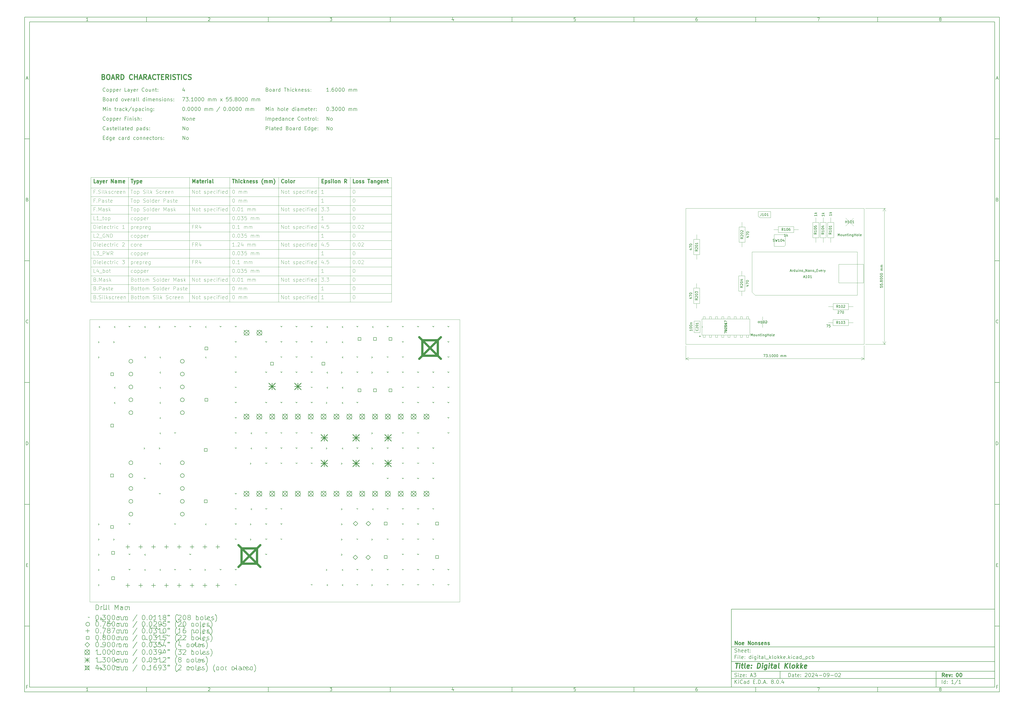
<source format=gbr>
%TF.GenerationSoftware,KiCad,Pcbnew,8.0.4*%
%TF.CreationDate,2024-09-02T20:22:52+02:00*%
%TF.ProjectId,digital_klokke,64696769-7461-46c5-9f6b-6c6f6b6b652e,00*%
%TF.SameCoordinates,PX10c44c20PY899d7e0*%
%TF.FileFunction,AssemblyDrawing,Top*%
%FSLAX46Y46*%
G04 Gerber Fmt 4.6, Leading zero omitted, Abs format (unit mm)*
G04 Created by KiCad (PCBNEW 8.0.4) date 2024-09-02 20:22:52*
%MOMM*%
%LPD*%
G01*
G04 APERTURE LIST*
%ADD10C,0.100000*%
%ADD11C,0.150000*%
%ADD12C,0.300000*%
%ADD13C,0.400000*%
%ADD14C,0.199999*%
%ADD15C,0.207699*%
%ADD16C,0.893099*%
%ADD17C,0.269999*%
%ADD18C,0.103899*%
%ADD19C,0.050000*%
%ADD20C,0.200000*%
%ADD21C,0.141000*%
%ADD22C,0.025400*%
%TA.AperFunction,Profile*%
%ADD23C,0.050000*%
%TD*%
G04 APERTURE END LIST*
D10*
D11*
X18689000Y-108702200D02*
X126689000Y-108702200D01*
X126689000Y-140702200D01*
X18689000Y-140702200D01*
X18689000Y-108702200D01*
D10*
D11*
X-271300000Y134300000D02*
X128689000Y134300000D01*
X128689000Y-142702200D01*
X-271300000Y-142702200D01*
X-271300000Y134300000D01*
D10*
D11*
X-269300000Y132300000D02*
X126689000Y132300000D01*
X126689000Y-140702200D01*
X-269300000Y-140702200D01*
X-269300000Y132300000D01*
D10*
D11*
X-221300000Y132300000D02*
X-221300000Y134300000D01*
D10*
D11*
X-171300000Y132300000D02*
X-171300000Y134300000D01*
D10*
D11*
X-121300000Y132300000D02*
X-121300000Y134300000D01*
D10*
D11*
X-71300000Y132300000D02*
X-71300000Y134300000D01*
D10*
D11*
X-21300000Y132300000D02*
X-21300000Y134300000D01*
D10*
D11*
X28700000Y132300000D02*
X28700000Y134300000D01*
D10*
D11*
X78700000Y132300000D02*
X78700000Y134300000D01*
D10*
D11*
X-245210840Y132706396D02*
X-245953697Y132706396D01*
X-245582269Y132706396D02*
X-245582269Y134006396D01*
X-245582269Y134006396D02*
X-245706078Y133820681D01*
X-245706078Y133820681D02*
X-245829888Y133696872D01*
X-245829888Y133696872D02*
X-245953697Y133634967D01*
D10*
D11*
X-195953697Y133882586D02*
X-195891793Y133944491D01*
X-195891793Y133944491D02*
X-195767983Y134006396D01*
X-195767983Y134006396D02*
X-195458459Y134006396D01*
X-195458459Y134006396D02*
X-195334650Y133944491D01*
X-195334650Y133944491D02*
X-195272745Y133882586D01*
X-195272745Y133882586D02*
X-195210840Y133758777D01*
X-195210840Y133758777D02*
X-195210840Y133634967D01*
X-195210840Y133634967D02*
X-195272745Y133449253D01*
X-195272745Y133449253D02*
X-196015602Y132706396D01*
X-196015602Y132706396D02*
X-195210840Y132706396D01*
D10*
D11*
X-146015602Y134006396D02*
X-145210840Y134006396D01*
X-145210840Y134006396D02*
X-145644174Y133511158D01*
X-145644174Y133511158D02*
X-145458459Y133511158D01*
X-145458459Y133511158D02*
X-145334650Y133449253D01*
X-145334650Y133449253D02*
X-145272745Y133387348D01*
X-145272745Y133387348D02*
X-145210840Y133263539D01*
X-145210840Y133263539D02*
X-145210840Y132954015D01*
X-145210840Y132954015D02*
X-145272745Y132830205D01*
X-145272745Y132830205D02*
X-145334650Y132768300D01*
X-145334650Y132768300D02*
X-145458459Y132706396D01*
X-145458459Y132706396D02*
X-145829888Y132706396D01*
X-145829888Y132706396D02*
X-145953697Y132768300D01*
X-145953697Y132768300D02*
X-146015602Y132830205D01*
D10*
D11*
X-95334650Y133573062D02*
X-95334650Y132706396D01*
X-95644174Y134068300D02*
X-95953697Y133139729D01*
X-95953697Y133139729D02*
X-95148936Y133139729D01*
D10*
D11*
X-45272745Y134006396D02*
X-45891793Y134006396D01*
X-45891793Y134006396D02*
X-45953697Y133387348D01*
X-45953697Y133387348D02*
X-45891793Y133449253D01*
X-45891793Y133449253D02*
X-45767983Y133511158D01*
X-45767983Y133511158D02*
X-45458459Y133511158D01*
X-45458459Y133511158D02*
X-45334650Y133449253D01*
X-45334650Y133449253D02*
X-45272745Y133387348D01*
X-45272745Y133387348D02*
X-45210840Y133263539D01*
X-45210840Y133263539D02*
X-45210840Y132954015D01*
X-45210840Y132954015D02*
X-45272745Y132830205D01*
X-45272745Y132830205D02*
X-45334650Y132768300D01*
X-45334650Y132768300D02*
X-45458459Y132706396D01*
X-45458459Y132706396D02*
X-45767983Y132706396D01*
X-45767983Y132706396D02*
X-45891793Y132768300D01*
X-45891793Y132768300D02*
X-45953697Y132830205D01*
D10*
D11*
X4665350Y134006396D02*
X4417731Y134006396D01*
X4417731Y134006396D02*
X4293922Y133944491D01*
X4293922Y133944491D02*
X4232017Y133882586D01*
X4232017Y133882586D02*
X4108207Y133696872D01*
X4108207Y133696872D02*
X4046303Y133449253D01*
X4046303Y133449253D02*
X4046303Y132954015D01*
X4046303Y132954015D02*
X4108207Y132830205D01*
X4108207Y132830205D02*
X4170112Y132768300D01*
X4170112Y132768300D02*
X4293922Y132706396D01*
X4293922Y132706396D02*
X4541541Y132706396D01*
X4541541Y132706396D02*
X4665350Y132768300D01*
X4665350Y132768300D02*
X4727255Y132830205D01*
X4727255Y132830205D02*
X4789160Y132954015D01*
X4789160Y132954015D02*
X4789160Y133263539D01*
X4789160Y133263539D02*
X4727255Y133387348D01*
X4727255Y133387348D02*
X4665350Y133449253D01*
X4665350Y133449253D02*
X4541541Y133511158D01*
X4541541Y133511158D02*
X4293922Y133511158D01*
X4293922Y133511158D02*
X4170112Y133449253D01*
X4170112Y133449253D02*
X4108207Y133387348D01*
X4108207Y133387348D02*
X4046303Y133263539D01*
D10*
D11*
X53984398Y134006396D02*
X54851064Y134006396D01*
X54851064Y134006396D02*
X54293922Y132706396D01*
D10*
D11*
X104293922Y133449253D02*
X104170112Y133511158D01*
X104170112Y133511158D02*
X104108207Y133573062D01*
X104108207Y133573062D02*
X104046303Y133696872D01*
X104046303Y133696872D02*
X104046303Y133758777D01*
X104046303Y133758777D02*
X104108207Y133882586D01*
X104108207Y133882586D02*
X104170112Y133944491D01*
X104170112Y133944491D02*
X104293922Y134006396D01*
X104293922Y134006396D02*
X104541541Y134006396D01*
X104541541Y134006396D02*
X104665350Y133944491D01*
X104665350Y133944491D02*
X104727255Y133882586D01*
X104727255Y133882586D02*
X104789160Y133758777D01*
X104789160Y133758777D02*
X104789160Y133696872D01*
X104789160Y133696872D02*
X104727255Y133573062D01*
X104727255Y133573062D02*
X104665350Y133511158D01*
X104665350Y133511158D02*
X104541541Y133449253D01*
X104541541Y133449253D02*
X104293922Y133449253D01*
X104293922Y133449253D02*
X104170112Y133387348D01*
X104170112Y133387348D02*
X104108207Y133325443D01*
X104108207Y133325443D02*
X104046303Y133201634D01*
X104046303Y133201634D02*
X104046303Y132954015D01*
X104046303Y132954015D02*
X104108207Y132830205D01*
X104108207Y132830205D02*
X104170112Y132768300D01*
X104170112Y132768300D02*
X104293922Y132706396D01*
X104293922Y132706396D02*
X104541541Y132706396D01*
X104541541Y132706396D02*
X104665350Y132768300D01*
X104665350Y132768300D02*
X104727255Y132830205D01*
X104727255Y132830205D02*
X104789160Y132954015D01*
X104789160Y132954015D02*
X104789160Y133201634D01*
X104789160Y133201634D02*
X104727255Y133325443D01*
X104727255Y133325443D02*
X104665350Y133387348D01*
X104665350Y133387348D02*
X104541541Y133449253D01*
D10*
D11*
X-221300000Y-140702200D02*
X-221300000Y-142702200D01*
D10*
D11*
X-171300000Y-140702200D02*
X-171300000Y-142702200D01*
D10*
D11*
X-121300000Y-140702200D02*
X-121300000Y-142702200D01*
D10*
D11*
X-71300000Y-140702200D02*
X-71300000Y-142702200D01*
D10*
D11*
X-21300000Y-140702200D02*
X-21300000Y-142702200D01*
D10*
D11*
X28700000Y-140702200D02*
X28700000Y-142702200D01*
D10*
D11*
X78700000Y-140702200D02*
X78700000Y-142702200D01*
D10*
D11*
X-245210840Y-142295804D02*
X-245953697Y-142295804D01*
X-245582269Y-142295804D02*
X-245582269Y-140995804D01*
X-245582269Y-140995804D02*
X-245706078Y-141181519D01*
X-245706078Y-141181519D02*
X-245829888Y-141305328D01*
X-245829888Y-141305328D02*
X-245953697Y-141367233D01*
D10*
D11*
X-195953697Y-141119614D02*
X-195891793Y-141057709D01*
X-195891793Y-141057709D02*
X-195767983Y-140995804D01*
X-195767983Y-140995804D02*
X-195458459Y-140995804D01*
X-195458459Y-140995804D02*
X-195334650Y-141057709D01*
X-195334650Y-141057709D02*
X-195272745Y-141119614D01*
X-195272745Y-141119614D02*
X-195210840Y-141243423D01*
X-195210840Y-141243423D02*
X-195210840Y-141367233D01*
X-195210840Y-141367233D02*
X-195272745Y-141552947D01*
X-195272745Y-141552947D02*
X-196015602Y-142295804D01*
X-196015602Y-142295804D02*
X-195210840Y-142295804D01*
D10*
D11*
X-146015602Y-140995804D02*
X-145210840Y-140995804D01*
X-145210840Y-140995804D02*
X-145644174Y-141491042D01*
X-145644174Y-141491042D02*
X-145458459Y-141491042D01*
X-145458459Y-141491042D02*
X-145334650Y-141552947D01*
X-145334650Y-141552947D02*
X-145272745Y-141614852D01*
X-145272745Y-141614852D02*
X-145210840Y-141738661D01*
X-145210840Y-141738661D02*
X-145210840Y-142048185D01*
X-145210840Y-142048185D02*
X-145272745Y-142171995D01*
X-145272745Y-142171995D02*
X-145334650Y-142233900D01*
X-145334650Y-142233900D02*
X-145458459Y-142295804D01*
X-145458459Y-142295804D02*
X-145829888Y-142295804D01*
X-145829888Y-142295804D02*
X-145953697Y-142233900D01*
X-145953697Y-142233900D02*
X-146015602Y-142171995D01*
D10*
D11*
X-95334650Y-141429138D02*
X-95334650Y-142295804D01*
X-95644174Y-140933900D02*
X-95953697Y-141862471D01*
X-95953697Y-141862471D02*
X-95148936Y-141862471D01*
D10*
D11*
X-45272745Y-140995804D02*
X-45891793Y-140995804D01*
X-45891793Y-140995804D02*
X-45953697Y-141614852D01*
X-45953697Y-141614852D02*
X-45891793Y-141552947D01*
X-45891793Y-141552947D02*
X-45767983Y-141491042D01*
X-45767983Y-141491042D02*
X-45458459Y-141491042D01*
X-45458459Y-141491042D02*
X-45334650Y-141552947D01*
X-45334650Y-141552947D02*
X-45272745Y-141614852D01*
X-45272745Y-141614852D02*
X-45210840Y-141738661D01*
X-45210840Y-141738661D02*
X-45210840Y-142048185D01*
X-45210840Y-142048185D02*
X-45272745Y-142171995D01*
X-45272745Y-142171995D02*
X-45334650Y-142233900D01*
X-45334650Y-142233900D02*
X-45458459Y-142295804D01*
X-45458459Y-142295804D02*
X-45767983Y-142295804D01*
X-45767983Y-142295804D02*
X-45891793Y-142233900D01*
X-45891793Y-142233900D02*
X-45953697Y-142171995D01*
D10*
D11*
X4665350Y-140995804D02*
X4417731Y-140995804D01*
X4417731Y-140995804D02*
X4293922Y-141057709D01*
X4293922Y-141057709D02*
X4232017Y-141119614D01*
X4232017Y-141119614D02*
X4108207Y-141305328D01*
X4108207Y-141305328D02*
X4046303Y-141552947D01*
X4046303Y-141552947D02*
X4046303Y-142048185D01*
X4046303Y-142048185D02*
X4108207Y-142171995D01*
X4108207Y-142171995D02*
X4170112Y-142233900D01*
X4170112Y-142233900D02*
X4293922Y-142295804D01*
X4293922Y-142295804D02*
X4541541Y-142295804D01*
X4541541Y-142295804D02*
X4665350Y-142233900D01*
X4665350Y-142233900D02*
X4727255Y-142171995D01*
X4727255Y-142171995D02*
X4789160Y-142048185D01*
X4789160Y-142048185D02*
X4789160Y-141738661D01*
X4789160Y-141738661D02*
X4727255Y-141614852D01*
X4727255Y-141614852D02*
X4665350Y-141552947D01*
X4665350Y-141552947D02*
X4541541Y-141491042D01*
X4541541Y-141491042D02*
X4293922Y-141491042D01*
X4293922Y-141491042D02*
X4170112Y-141552947D01*
X4170112Y-141552947D02*
X4108207Y-141614852D01*
X4108207Y-141614852D02*
X4046303Y-141738661D01*
D10*
D11*
X53984398Y-140995804D02*
X54851064Y-140995804D01*
X54851064Y-140995804D02*
X54293922Y-142295804D01*
D10*
D11*
X104293922Y-141552947D02*
X104170112Y-141491042D01*
X104170112Y-141491042D02*
X104108207Y-141429138D01*
X104108207Y-141429138D02*
X104046303Y-141305328D01*
X104046303Y-141305328D02*
X104046303Y-141243423D01*
X104046303Y-141243423D02*
X104108207Y-141119614D01*
X104108207Y-141119614D02*
X104170112Y-141057709D01*
X104170112Y-141057709D02*
X104293922Y-140995804D01*
X104293922Y-140995804D02*
X104541541Y-140995804D01*
X104541541Y-140995804D02*
X104665350Y-141057709D01*
X104665350Y-141057709D02*
X104727255Y-141119614D01*
X104727255Y-141119614D02*
X104789160Y-141243423D01*
X104789160Y-141243423D02*
X104789160Y-141305328D01*
X104789160Y-141305328D02*
X104727255Y-141429138D01*
X104727255Y-141429138D02*
X104665350Y-141491042D01*
X104665350Y-141491042D02*
X104541541Y-141552947D01*
X104541541Y-141552947D02*
X104293922Y-141552947D01*
X104293922Y-141552947D02*
X104170112Y-141614852D01*
X104170112Y-141614852D02*
X104108207Y-141676757D01*
X104108207Y-141676757D02*
X104046303Y-141800566D01*
X104046303Y-141800566D02*
X104046303Y-142048185D01*
X104046303Y-142048185D02*
X104108207Y-142171995D01*
X104108207Y-142171995D02*
X104170112Y-142233900D01*
X104170112Y-142233900D02*
X104293922Y-142295804D01*
X104293922Y-142295804D02*
X104541541Y-142295804D01*
X104541541Y-142295804D02*
X104665350Y-142233900D01*
X104665350Y-142233900D02*
X104727255Y-142171995D01*
X104727255Y-142171995D02*
X104789160Y-142048185D01*
X104789160Y-142048185D02*
X104789160Y-141800566D01*
X104789160Y-141800566D02*
X104727255Y-141676757D01*
X104727255Y-141676757D02*
X104665350Y-141614852D01*
X104665350Y-141614852D02*
X104541541Y-141552947D01*
D10*
D11*
X-271300000Y84300000D02*
X-269300000Y84300000D01*
D10*
D11*
X-271300000Y34300000D02*
X-269300000Y34300000D01*
D10*
D11*
X-271300000Y-15700000D02*
X-269300000Y-15700000D01*
D10*
D11*
X-271300000Y-65700000D02*
X-269300000Y-65700000D01*
D10*
D11*
X-271300000Y-115700000D02*
X-269300000Y-115700000D01*
D10*
D11*
X-270609524Y109077824D02*
X-269990477Y109077824D01*
X-270733334Y108706396D02*
X-270300001Y110006396D01*
X-270300001Y110006396D02*
X-269866667Y108706396D01*
D10*
D11*
X-270207143Y59387348D02*
X-270021429Y59325443D01*
X-270021429Y59325443D02*
X-269959524Y59263539D01*
X-269959524Y59263539D02*
X-269897620Y59139729D01*
X-269897620Y59139729D02*
X-269897620Y58954015D01*
X-269897620Y58954015D02*
X-269959524Y58830205D01*
X-269959524Y58830205D02*
X-270021429Y58768300D01*
X-270021429Y58768300D02*
X-270145239Y58706396D01*
X-270145239Y58706396D02*
X-270640477Y58706396D01*
X-270640477Y58706396D02*
X-270640477Y60006396D01*
X-270640477Y60006396D02*
X-270207143Y60006396D01*
X-270207143Y60006396D02*
X-270083334Y59944491D01*
X-270083334Y59944491D02*
X-270021429Y59882586D01*
X-270021429Y59882586D02*
X-269959524Y59758777D01*
X-269959524Y59758777D02*
X-269959524Y59634967D01*
X-269959524Y59634967D02*
X-270021429Y59511158D01*
X-270021429Y59511158D02*
X-270083334Y59449253D01*
X-270083334Y59449253D02*
X-270207143Y59387348D01*
X-270207143Y59387348D02*
X-270640477Y59387348D01*
D10*
D11*
X-269897620Y8830205D02*
X-269959524Y8768300D01*
X-269959524Y8768300D02*
X-270145239Y8706396D01*
X-270145239Y8706396D02*
X-270269048Y8706396D01*
X-270269048Y8706396D02*
X-270454762Y8768300D01*
X-270454762Y8768300D02*
X-270578572Y8892110D01*
X-270578572Y8892110D02*
X-270640477Y9015920D01*
X-270640477Y9015920D02*
X-270702381Y9263539D01*
X-270702381Y9263539D02*
X-270702381Y9449253D01*
X-270702381Y9449253D02*
X-270640477Y9696872D01*
X-270640477Y9696872D02*
X-270578572Y9820681D01*
X-270578572Y9820681D02*
X-270454762Y9944491D01*
X-270454762Y9944491D02*
X-270269048Y10006396D01*
X-270269048Y10006396D02*
X-270145239Y10006396D01*
X-270145239Y10006396D02*
X-269959524Y9944491D01*
X-269959524Y9944491D02*
X-269897620Y9882586D01*
D10*
D11*
X-270640477Y-41293604D02*
X-270640477Y-39993604D01*
X-270640477Y-39993604D02*
X-270330953Y-39993604D01*
X-270330953Y-39993604D02*
X-270145239Y-40055509D01*
X-270145239Y-40055509D02*
X-270021429Y-40179319D01*
X-270021429Y-40179319D02*
X-269959524Y-40303128D01*
X-269959524Y-40303128D02*
X-269897620Y-40550747D01*
X-269897620Y-40550747D02*
X-269897620Y-40736461D01*
X-269897620Y-40736461D02*
X-269959524Y-40984080D01*
X-269959524Y-40984080D02*
X-270021429Y-41107890D01*
X-270021429Y-41107890D02*
X-270145239Y-41231700D01*
X-270145239Y-41231700D02*
X-270330953Y-41293604D01*
X-270330953Y-41293604D02*
X-270640477Y-41293604D01*
D10*
D11*
X-270578572Y-90612652D02*
X-270145238Y-90612652D01*
X-269959524Y-91293604D02*
X-270578572Y-91293604D01*
X-270578572Y-91293604D02*
X-270578572Y-89993604D01*
X-270578572Y-89993604D02*
X-269959524Y-89993604D01*
D10*
D11*
X-270114286Y-140612652D02*
X-270547620Y-140612652D01*
X-270547620Y-141293604D02*
X-270547620Y-139993604D01*
X-270547620Y-139993604D02*
X-269928572Y-139993604D01*
D10*
D11*
X128689000Y84300000D02*
X126689000Y84300000D01*
D10*
D11*
X128689000Y34300000D02*
X126689000Y34300000D01*
D10*
D11*
X128689000Y-15700000D02*
X126689000Y-15700000D01*
D10*
D11*
X128689000Y-65700000D02*
X126689000Y-65700000D01*
D10*
D11*
X128689000Y-115700000D02*
X126689000Y-115700000D01*
D10*
D11*
X127379476Y109077824D02*
X127998523Y109077824D01*
X127255666Y108706396D02*
X127688999Y110006396D01*
X127688999Y110006396D02*
X128122333Y108706396D01*
D10*
D11*
X127781857Y59387348D02*
X127967571Y59325443D01*
X127967571Y59325443D02*
X128029476Y59263539D01*
X128029476Y59263539D02*
X128091380Y59139729D01*
X128091380Y59139729D02*
X128091380Y58954015D01*
X128091380Y58954015D02*
X128029476Y58830205D01*
X128029476Y58830205D02*
X127967571Y58768300D01*
X127967571Y58768300D02*
X127843761Y58706396D01*
X127843761Y58706396D02*
X127348523Y58706396D01*
X127348523Y58706396D02*
X127348523Y60006396D01*
X127348523Y60006396D02*
X127781857Y60006396D01*
X127781857Y60006396D02*
X127905666Y59944491D01*
X127905666Y59944491D02*
X127967571Y59882586D01*
X127967571Y59882586D02*
X128029476Y59758777D01*
X128029476Y59758777D02*
X128029476Y59634967D01*
X128029476Y59634967D02*
X127967571Y59511158D01*
X127967571Y59511158D02*
X127905666Y59449253D01*
X127905666Y59449253D02*
X127781857Y59387348D01*
X127781857Y59387348D02*
X127348523Y59387348D01*
D10*
D11*
X128091380Y8830205D02*
X128029476Y8768300D01*
X128029476Y8768300D02*
X127843761Y8706396D01*
X127843761Y8706396D02*
X127719952Y8706396D01*
X127719952Y8706396D02*
X127534238Y8768300D01*
X127534238Y8768300D02*
X127410428Y8892110D01*
X127410428Y8892110D02*
X127348523Y9015920D01*
X127348523Y9015920D02*
X127286619Y9263539D01*
X127286619Y9263539D02*
X127286619Y9449253D01*
X127286619Y9449253D02*
X127348523Y9696872D01*
X127348523Y9696872D02*
X127410428Y9820681D01*
X127410428Y9820681D02*
X127534238Y9944491D01*
X127534238Y9944491D02*
X127719952Y10006396D01*
X127719952Y10006396D02*
X127843761Y10006396D01*
X127843761Y10006396D02*
X128029476Y9944491D01*
X128029476Y9944491D02*
X128091380Y9882586D01*
D10*
D11*
X127348523Y-41293604D02*
X127348523Y-39993604D01*
X127348523Y-39993604D02*
X127658047Y-39993604D01*
X127658047Y-39993604D02*
X127843761Y-40055509D01*
X127843761Y-40055509D02*
X127967571Y-40179319D01*
X127967571Y-40179319D02*
X128029476Y-40303128D01*
X128029476Y-40303128D02*
X128091380Y-40550747D01*
X128091380Y-40550747D02*
X128091380Y-40736461D01*
X128091380Y-40736461D02*
X128029476Y-40984080D01*
X128029476Y-40984080D02*
X127967571Y-41107890D01*
X127967571Y-41107890D02*
X127843761Y-41231700D01*
X127843761Y-41231700D02*
X127658047Y-41293604D01*
X127658047Y-41293604D02*
X127348523Y-41293604D01*
D10*
D11*
X127410428Y-90612652D02*
X127843762Y-90612652D01*
X128029476Y-91293604D02*
X127410428Y-91293604D01*
X127410428Y-91293604D02*
X127410428Y-89993604D01*
X127410428Y-89993604D02*
X128029476Y-89993604D01*
D10*
D11*
X127874714Y-140612652D02*
X127441380Y-140612652D01*
X127441380Y-141293604D02*
X127441380Y-139993604D01*
X127441380Y-139993604D02*
X128060428Y-139993604D01*
D10*
D11*
X42144826Y-136488328D02*
X42144826Y-134988328D01*
X42144826Y-134988328D02*
X42501969Y-134988328D01*
X42501969Y-134988328D02*
X42716255Y-135059757D01*
X42716255Y-135059757D02*
X42859112Y-135202614D01*
X42859112Y-135202614D02*
X42930541Y-135345471D01*
X42930541Y-135345471D02*
X43001969Y-135631185D01*
X43001969Y-135631185D02*
X43001969Y-135845471D01*
X43001969Y-135845471D02*
X42930541Y-136131185D01*
X42930541Y-136131185D02*
X42859112Y-136274042D01*
X42859112Y-136274042D02*
X42716255Y-136416900D01*
X42716255Y-136416900D02*
X42501969Y-136488328D01*
X42501969Y-136488328D02*
X42144826Y-136488328D01*
X44287684Y-136488328D02*
X44287684Y-135702614D01*
X44287684Y-135702614D02*
X44216255Y-135559757D01*
X44216255Y-135559757D02*
X44073398Y-135488328D01*
X44073398Y-135488328D02*
X43787684Y-135488328D01*
X43787684Y-135488328D02*
X43644826Y-135559757D01*
X44287684Y-136416900D02*
X44144826Y-136488328D01*
X44144826Y-136488328D02*
X43787684Y-136488328D01*
X43787684Y-136488328D02*
X43644826Y-136416900D01*
X43644826Y-136416900D02*
X43573398Y-136274042D01*
X43573398Y-136274042D02*
X43573398Y-136131185D01*
X43573398Y-136131185D02*
X43644826Y-135988328D01*
X43644826Y-135988328D02*
X43787684Y-135916900D01*
X43787684Y-135916900D02*
X44144826Y-135916900D01*
X44144826Y-135916900D02*
X44287684Y-135845471D01*
X44787684Y-135488328D02*
X45359112Y-135488328D01*
X45001969Y-134988328D02*
X45001969Y-136274042D01*
X45001969Y-136274042D02*
X45073398Y-136416900D01*
X45073398Y-136416900D02*
X45216255Y-136488328D01*
X45216255Y-136488328D02*
X45359112Y-136488328D01*
X46430541Y-136416900D02*
X46287684Y-136488328D01*
X46287684Y-136488328D02*
X46001970Y-136488328D01*
X46001970Y-136488328D02*
X45859112Y-136416900D01*
X45859112Y-136416900D02*
X45787684Y-136274042D01*
X45787684Y-136274042D02*
X45787684Y-135702614D01*
X45787684Y-135702614D02*
X45859112Y-135559757D01*
X45859112Y-135559757D02*
X46001970Y-135488328D01*
X46001970Y-135488328D02*
X46287684Y-135488328D01*
X46287684Y-135488328D02*
X46430541Y-135559757D01*
X46430541Y-135559757D02*
X46501970Y-135702614D01*
X46501970Y-135702614D02*
X46501970Y-135845471D01*
X46501970Y-135845471D02*
X45787684Y-135988328D01*
X47144826Y-136345471D02*
X47216255Y-136416900D01*
X47216255Y-136416900D02*
X47144826Y-136488328D01*
X47144826Y-136488328D02*
X47073398Y-136416900D01*
X47073398Y-136416900D02*
X47144826Y-136345471D01*
X47144826Y-136345471D02*
X47144826Y-136488328D01*
X47144826Y-135559757D02*
X47216255Y-135631185D01*
X47216255Y-135631185D02*
X47144826Y-135702614D01*
X47144826Y-135702614D02*
X47073398Y-135631185D01*
X47073398Y-135631185D02*
X47144826Y-135559757D01*
X47144826Y-135559757D02*
X47144826Y-135702614D01*
X48930541Y-135131185D02*
X49001969Y-135059757D01*
X49001969Y-135059757D02*
X49144827Y-134988328D01*
X49144827Y-134988328D02*
X49501969Y-134988328D01*
X49501969Y-134988328D02*
X49644827Y-135059757D01*
X49644827Y-135059757D02*
X49716255Y-135131185D01*
X49716255Y-135131185D02*
X49787684Y-135274042D01*
X49787684Y-135274042D02*
X49787684Y-135416900D01*
X49787684Y-135416900D02*
X49716255Y-135631185D01*
X49716255Y-135631185D02*
X48859112Y-136488328D01*
X48859112Y-136488328D02*
X49787684Y-136488328D01*
X50716255Y-134988328D02*
X50859112Y-134988328D01*
X50859112Y-134988328D02*
X51001969Y-135059757D01*
X51001969Y-135059757D02*
X51073398Y-135131185D01*
X51073398Y-135131185D02*
X51144826Y-135274042D01*
X51144826Y-135274042D02*
X51216255Y-135559757D01*
X51216255Y-135559757D02*
X51216255Y-135916900D01*
X51216255Y-135916900D02*
X51144826Y-136202614D01*
X51144826Y-136202614D02*
X51073398Y-136345471D01*
X51073398Y-136345471D02*
X51001969Y-136416900D01*
X51001969Y-136416900D02*
X50859112Y-136488328D01*
X50859112Y-136488328D02*
X50716255Y-136488328D01*
X50716255Y-136488328D02*
X50573398Y-136416900D01*
X50573398Y-136416900D02*
X50501969Y-136345471D01*
X50501969Y-136345471D02*
X50430540Y-136202614D01*
X50430540Y-136202614D02*
X50359112Y-135916900D01*
X50359112Y-135916900D02*
X50359112Y-135559757D01*
X50359112Y-135559757D02*
X50430540Y-135274042D01*
X50430540Y-135274042D02*
X50501969Y-135131185D01*
X50501969Y-135131185D02*
X50573398Y-135059757D01*
X50573398Y-135059757D02*
X50716255Y-134988328D01*
X51787683Y-135131185D02*
X51859111Y-135059757D01*
X51859111Y-135059757D02*
X52001969Y-134988328D01*
X52001969Y-134988328D02*
X52359111Y-134988328D01*
X52359111Y-134988328D02*
X52501969Y-135059757D01*
X52501969Y-135059757D02*
X52573397Y-135131185D01*
X52573397Y-135131185D02*
X52644826Y-135274042D01*
X52644826Y-135274042D02*
X52644826Y-135416900D01*
X52644826Y-135416900D02*
X52573397Y-135631185D01*
X52573397Y-135631185D02*
X51716254Y-136488328D01*
X51716254Y-136488328D02*
X52644826Y-136488328D01*
X53930540Y-135488328D02*
X53930540Y-136488328D01*
X53573397Y-134916900D02*
X53216254Y-135988328D01*
X53216254Y-135988328D02*
X54144825Y-135988328D01*
X54716253Y-135916900D02*
X55859111Y-135916900D01*
X56859111Y-134988328D02*
X57001968Y-134988328D01*
X57001968Y-134988328D02*
X57144825Y-135059757D01*
X57144825Y-135059757D02*
X57216254Y-135131185D01*
X57216254Y-135131185D02*
X57287682Y-135274042D01*
X57287682Y-135274042D02*
X57359111Y-135559757D01*
X57359111Y-135559757D02*
X57359111Y-135916900D01*
X57359111Y-135916900D02*
X57287682Y-136202614D01*
X57287682Y-136202614D02*
X57216254Y-136345471D01*
X57216254Y-136345471D02*
X57144825Y-136416900D01*
X57144825Y-136416900D02*
X57001968Y-136488328D01*
X57001968Y-136488328D02*
X56859111Y-136488328D01*
X56859111Y-136488328D02*
X56716254Y-136416900D01*
X56716254Y-136416900D02*
X56644825Y-136345471D01*
X56644825Y-136345471D02*
X56573396Y-136202614D01*
X56573396Y-136202614D02*
X56501968Y-135916900D01*
X56501968Y-135916900D02*
X56501968Y-135559757D01*
X56501968Y-135559757D02*
X56573396Y-135274042D01*
X56573396Y-135274042D02*
X56644825Y-135131185D01*
X56644825Y-135131185D02*
X56716254Y-135059757D01*
X56716254Y-135059757D02*
X56859111Y-134988328D01*
X58073396Y-136488328D02*
X58359110Y-136488328D01*
X58359110Y-136488328D02*
X58501967Y-136416900D01*
X58501967Y-136416900D02*
X58573396Y-136345471D01*
X58573396Y-136345471D02*
X58716253Y-136131185D01*
X58716253Y-136131185D02*
X58787682Y-135845471D01*
X58787682Y-135845471D02*
X58787682Y-135274042D01*
X58787682Y-135274042D02*
X58716253Y-135131185D01*
X58716253Y-135131185D02*
X58644825Y-135059757D01*
X58644825Y-135059757D02*
X58501967Y-134988328D01*
X58501967Y-134988328D02*
X58216253Y-134988328D01*
X58216253Y-134988328D02*
X58073396Y-135059757D01*
X58073396Y-135059757D02*
X58001967Y-135131185D01*
X58001967Y-135131185D02*
X57930539Y-135274042D01*
X57930539Y-135274042D02*
X57930539Y-135631185D01*
X57930539Y-135631185D02*
X58001967Y-135774042D01*
X58001967Y-135774042D02*
X58073396Y-135845471D01*
X58073396Y-135845471D02*
X58216253Y-135916900D01*
X58216253Y-135916900D02*
X58501967Y-135916900D01*
X58501967Y-135916900D02*
X58644825Y-135845471D01*
X58644825Y-135845471D02*
X58716253Y-135774042D01*
X58716253Y-135774042D02*
X58787682Y-135631185D01*
X59430538Y-135916900D02*
X60573396Y-135916900D01*
X61573396Y-134988328D02*
X61716253Y-134988328D01*
X61716253Y-134988328D02*
X61859110Y-135059757D01*
X61859110Y-135059757D02*
X61930539Y-135131185D01*
X61930539Y-135131185D02*
X62001967Y-135274042D01*
X62001967Y-135274042D02*
X62073396Y-135559757D01*
X62073396Y-135559757D02*
X62073396Y-135916900D01*
X62073396Y-135916900D02*
X62001967Y-136202614D01*
X62001967Y-136202614D02*
X61930539Y-136345471D01*
X61930539Y-136345471D02*
X61859110Y-136416900D01*
X61859110Y-136416900D02*
X61716253Y-136488328D01*
X61716253Y-136488328D02*
X61573396Y-136488328D01*
X61573396Y-136488328D02*
X61430539Y-136416900D01*
X61430539Y-136416900D02*
X61359110Y-136345471D01*
X61359110Y-136345471D02*
X61287681Y-136202614D01*
X61287681Y-136202614D02*
X61216253Y-135916900D01*
X61216253Y-135916900D02*
X61216253Y-135559757D01*
X61216253Y-135559757D02*
X61287681Y-135274042D01*
X61287681Y-135274042D02*
X61359110Y-135131185D01*
X61359110Y-135131185D02*
X61430539Y-135059757D01*
X61430539Y-135059757D02*
X61573396Y-134988328D01*
X62644824Y-135131185D02*
X62716252Y-135059757D01*
X62716252Y-135059757D02*
X62859110Y-134988328D01*
X62859110Y-134988328D02*
X63216252Y-134988328D01*
X63216252Y-134988328D02*
X63359110Y-135059757D01*
X63359110Y-135059757D02*
X63430538Y-135131185D01*
X63430538Y-135131185D02*
X63501967Y-135274042D01*
X63501967Y-135274042D02*
X63501967Y-135416900D01*
X63501967Y-135416900D02*
X63430538Y-135631185D01*
X63430538Y-135631185D02*
X62573395Y-136488328D01*
X62573395Y-136488328D02*
X63501967Y-136488328D01*
D10*
D11*
X18689000Y-137202200D02*
X126689000Y-137202200D01*
D10*
D11*
X20144826Y-139288328D02*
X20144826Y-137788328D01*
X21001969Y-139288328D02*
X20359112Y-138431185D01*
X21001969Y-137788328D02*
X20144826Y-138645471D01*
X21644826Y-139288328D02*
X21644826Y-138288328D01*
X21644826Y-137788328D02*
X21573398Y-137859757D01*
X21573398Y-137859757D02*
X21644826Y-137931185D01*
X21644826Y-137931185D02*
X21716255Y-137859757D01*
X21716255Y-137859757D02*
X21644826Y-137788328D01*
X21644826Y-137788328D02*
X21644826Y-137931185D01*
X23216255Y-139145471D02*
X23144827Y-139216900D01*
X23144827Y-139216900D02*
X22930541Y-139288328D01*
X22930541Y-139288328D02*
X22787684Y-139288328D01*
X22787684Y-139288328D02*
X22573398Y-139216900D01*
X22573398Y-139216900D02*
X22430541Y-139074042D01*
X22430541Y-139074042D02*
X22359112Y-138931185D01*
X22359112Y-138931185D02*
X22287684Y-138645471D01*
X22287684Y-138645471D02*
X22287684Y-138431185D01*
X22287684Y-138431185D02*
X22359112Y-138145471D01*
X22359112Y-138145471D02*
X22430541Y-138002614D01*
X22430541Y-138002614D02*
X22573398Y-137859757D01*
X22573398Y-137859757D02*
X22787684Y-137788328D01*
X22787684Y-137788328D02*
X22930541Y-137788328D01*
X22930541Y-137788328D02*
X23144827Y-137859757D01*
X23144827Y-137859757D02*
X23216255Y-137931185D01*
X24501970Y-139288328D02*
X24501970Y-138502614D01*
X24501970Y-138502614D02*
X24430541Y-138359757D01*
X24430541Y-138359757D02*
X24287684Y-138288328D01*
X24287684Y-138288328D02*
X24001970Y-138288328D01*
X24001970Y-138288328D02*
X23859112Y-138359757D01*
X24501970Y-139216900D02*
X24359112Y-139288328D01*
X24359112Y-139288328D02*
X24001970Y-139288328D01*
X24001970Y-139288328D02*
X23859112Y-139216900D01*
X23859112Y-139216900D02*
X23787684Y-139074042D01*
X23787684Y-139074042D02*
X23787684Y-138931185D01*
X23787684Y-138931185D02*
X23859112Y-138788328D01*
X23859112Y-138788328D02*
X24001970Y-138716900D01*
X24001970Y-138716900D02*
X24359112Y-138716900D01*
X24359112Y-138716900D02*
X24501970Y-138645471D01*
X25859113Y-139288328D02*
X25859113Y-137788328D01*
X25859113Y-139216900D02*
X25716255Y-139288328D01*
X25716255Y-139288328D02*
X25430541Y-139288328D01*
X25430541Y-139288328D02*
X25287684Y-139216900D01*
X25287684Y-139216900D02*
X25216255Y-139145471D01*
X25216255Y-139145471D02*
X25144827Y-139002614D01*
X25144827Y-139002614D02*
X25144827Y-138574042D01*
X25144827Y-138574042D02*
X25216255Y-138431185D01*
X25216255Y-138431185D02*
X25287684Y-138359757D01*
X25287684Y-138359757D02*
X25430541Y-138288328D01*
X25430541Y-138288328D02*
X25716255Y-138288328D01*
X25716255Y-138288328D02*
X25859113Y-138359757D01*
X27716255Y-138502614D02*
X28216255Y-138502614D01*
X28430541Y-139288328D02*
X27716255Y-139288328D01*
X27716255Y-139288328D02*
X27716255Y-137788328D01*
X27716255Y-137788328D02*
X28430541Y-137788328D01*
X29073398Y-139145471D02*
X29144827Y-139216900D01*
X29144827Y-139216900D02*
X29073398Y-139288328D01*
X29073398Y-139288328D02*
X29001970Y-139216900D01*
X29001970Y-139216900D02*
X29073398Y-139145471D01*
X29073398Y-139145471D02*
X29073398Y-139288328D01*
X29787684Y-139288328D02*
X29787684Y-137788328D01*
X29787684Y-137788328D02*
X30144827Y-137788328D01*
X30144827Y-137788328D02*
X30359113Y-137859757D01*
X30359113Y-137859757D02*
X30501970Y-138002614D01*
X30501970Y-138002614D02*
X30573399Y-138145471D01*
X30573399Y-138145471D02*
X30644827Y-138431185D01*
X30644827Y-138431185D02*
X30644827Y-138645471D01*
X30644827Y-138645471D02*
X30573399Y-138931185D01*
X30573399Y-138931185D02*
X30501970Y-139074042D01*
X30501970Y-139074042D02*
X30359113Y-139216900D01*
X30359113Y-139216900D02*
X30144827Y-139288328D01*
X30144827Y-139288328D02*
X29787684Y-139288328D01*
X31287684Y-139145471D02*
X31359113Y-139216900D01*
X31359113Y-139216900D02*
X31287684Y-139288328D01*
X31287684Y-139288328D02*
X31216256Y-139216900D01*
X31216256Y-139216900D02*
X31287684Y-139145471D01*
X31287684Y-139145471D02*
X31287684Y-139288328D01*
X31930542Y-138859757D02*
X32644828Y-138859757D01*
X31787685Y-139288328D02*
X32287685Y-137788328D01*
X32287685Y-137788328D02*
X32787685Y-139288328D01*
X33287684Y-139145471D02*
X33359113Y-139216900D01*
X33359113Y-139216900D02*
X33287684Y-139288328D01*
X33287684Y-139288328D02*
X33216256Y-139216900D01*
X33216256Y-139216900D02*
X33287684Y-139145471D01*
X33287684Y-139145471D02*
X33287684Y-139288328D01*
X35359113Y-138431185D02*
X35216256Y-138359757D01*
X35216256Y-138359757D02*
X35144827Y-138288328D01*
X35144827Y-138288328D02*
X35073399Y-138145471D01*
X35073399Y-138145471D02*
X35073399Y-138074042D01*
X35073399Y-138074042D02*
X35144827Y-137931185D01*
X35144827Y-137931185D02*
X35216256Y-137859757D01*
X35216256Y-137859757D02*
X35359113Y-137788328D01*
X35359113Y-137788328D02*
X35644827Y-137788328D01*
X35644827Y-137788328D02*
X35787685Y-137859757D01*
X35787685Y-137859757D02*
X35859113Y-137931185D01*
X35859113Y-137931185D02*
X35930542Y-138074042D01*
X35930542Y-138074042D02*
X35930542Y-138145471D01*
X35930542Y-138145471D02*
X35859113Y-138288328D01*
X35859113Y-138288328D02*
X35787685Y-138359757D01*
X35787685Y-138359757D02*
X35644827Y-138431185D01*
X35644827Y-138431185D02*
X35359113Y-138431185D01*
X35359113Y-138431185D02*
X35216256Y-138502614D01*
X35216256Y-138502614D02*
X35144827Y-138574042D01*
X35144827Y-138574042D02*
X35073399Y-138716900D01*
X35073399Y-138716900D02*
X35073399Y-139002614D01*
X35073399Y-139002614D02*
X35144827Y-139145471D01*
X35144827Y-139145471D02*
X35216256Y-139216900D01*
X35216256Y-139216900D02*
X35359113Y-139288328D01*
X35359113Y-139288328D02*
X35644827Y-139288328D01*
X35644827Y-139288328D02*
X35787685Y-139216900D01*
X35787685Y-139216900D02*
X35859113Y-139145471D01*
X35859113Y-139145471D02*
X35930542Y-139002614D01*
X35930542Y-139002614D02*
X35930542Y-138716900D01*
X35930542Y-138716900D02*
X35859113Y-138574042D01*
X35859113Y-138574042D02*
X35787685Y-138502614D01*
X35787685Y-138502614D02*
X35644827Y-138431185D01*
X36573398Y-139145471D02*
X36644827Y-139216900D01*
X36644827Y-139216900D02*
X36573398Y-139288328D01*
X36573398Y-139288328D02*
X36501970Y-139216900D01*
X36501970Y-139216900D02*
X36573398Y-139145471D01*
X36573398Y-139145471D02*
X36573398Y-139288328D01*
X37573399Y-137788328D02*
X37716256Y-137788328D01*
X37716256Y-137788328D02*
X37859113Y-137859757D01*
X37859113Y-137859757D02*
X37930542Y-137931185D01*
X37930542Y-137931185D02*
X38001970Y-138074042D01*
X38001970Y-138074042D02*
X38073399Y-138359757D01*
X38073399Y-138359757D02*
X38073399Y-138716900D01*
X38073399Y-138716900D02*
X38001970Y-139002614D01*
X38001970Y-139002614D02*
X37930542Y-139145471D01*
X37930542Y-139145471D02*
X37859113Y-139216900D01*
X37859113Y-139216900D02*
X37716256Y-139288328D01*
X37716256Y-139288328D02*
X37573399Y-139288328D01*
X37573399Y-139288328D02*
X37430542Y-139216900D01*
X37430542Y-139216900D02*
X37359113Y-139145471D01*
X37359113Y-139145471D02*
X37287684Y-139002614D01*
X37287684Y-139002614D02*
X37216256Y-138716900D01*
X37216256Y-138716900D02*
X37216256Y-138359757D01*
X37216256Y-138359757D02*
X37287684Y-138074042D01*
X37287684Y-138074042D02*
X37359113Y-137931185D01*
X37359113Y-137931185D02*
X37430542Y-137859757D01*
X37430542Y-137859757D02*
X37573399Y-137788328D01*
X38716255Y-139145471D02*
X38787684Y-139216900D01*
X38787684Y-139216900D02*
X38716255Y-139288328D01*
X38716255Y-139288328D02*
X38644827Y-139216900D01*
X38644827Y-139216900D02*
X38716255Y-139145471D01*
X38716255Y-139145471D02*
X38716255Y-139288328D01*
X40073399Y-138288328D02*
X40073399Y-139288328D01*
X39716256Y-137716900D02*
X39359113Y-138788328D01*
X39359113Y-138788328D02*
X40287684Y-138788328D01*
D10*
D11*
X18689000Y-134202200D02*
X126689000Y-134202200D01*
D10*
D12*
X106100653Y-136480528D02*
X105600653Y-135766242D01*
X105243510Y-136480528D02*
X105243510Y-134980528D01*
X105243510Y-134980528D02*
X105814939Y-134980528D01*
X105814939Y-134980528D02*
X105957796Y-135051957D01*
X105957796Y-135051957D02*
X106029225Y-135123385D01*
X106029225Y-135123385D02*
X106100653Y-135266242D01*
X106100653Y-135266242D02*
X106100653Y-135480528D01*
X106100653Y-135480528D02*
X106029225Y-135623385D01*
X106029225Y-135623385D02*
X105957796Y-135694814D01*
X105957796Y-135694814D02*
X105814939Y-135766242D01*
X105814939Y-135766242D02*
X105243510Y-135766242D01*
X107314939Y-136409100D02*
X107172082Y-136480528D01*
X107172082Y-136480528D02*
X106886368Y-136480528D01*
X106886368Y-136480528D02*
X106743510Y-136409100D01*
X106743510Y-136409100D02*
X106672082Y-136266242D01*
X106672082Y-136266242D02*
X106672082Y-135694814D01*
X106672082Y-135694814D02*
X106743510Y-135551957D01*
X106743510Y-135551957D02*
X106886368Y-135480528D01*
X106886368Y-135480528D02*
X107172082Y-135480528D01*
X107172082Y-135480528D02*
X107314939Y-135551957D01*
X107314939Y-135551957D02*
X107386368Y-135694814D01*
X107386368Y-135694814D02*
X107386368Y-135837671D01*
X107386368Y-135837671D02*
X106672082Y-135980528D01*
X107886367Y-135480528D02*
X108243510Y-136480528D01*
X108243510Y-136480528D02*
X108600653Y-135480528D01*
X109172081Y-136337671D02*
X109243510Y-136409100D01*
X109243510Y-136409100D02*
X109172081Y-136480528D01*
X109172081Y-136480528D02*
X109100653Y-136409100D01*
X109100653Y-136409100D02*
X109172081Y-136337671D01*
X109172081Y-136337671D02*
X109172081Y-136480528D01*
X109172081Y-135551957D02*
X109243510Y-135623385D01*
X109243510Y-135623385D02*
X109172081Y-135694814D01*
X109172081Y-135694814D02*
X109100653Y-135623385D01*
X109100653Y-135623385D02*
X109172081Y-135551957D01*
X109172081Y-135551957D02*
X109172081Y-135694814D01*
X111314939Y-134980528D02*
X111457796Y-134980528D01*
X111457796Y-134980528D02*
X111600653Y-135051957D01*
X111600653Y-135051957D02*
X111672082Y-135123385D01*
X111672082Y-135123385D02*
X111743510Y-135266242D01*
X111743510Y-135266242D02*
X111814939Y-135551957D01*
X111814939Y-135551957D02*
X111814939Y-135909100D01*
X111814939Y-135909100D02*
X111743510Y-136194814D01*
X111743510Y-136194814D02*
X111672082Y-136337671D01*
X111672082Y-136337671D02*
X111600653Y-136409100D01*
X111600653Y-136409100D02*
X111457796Y-136480528D01*
X111457796Y-136480528D02*
X111314939Y-136480528D01*
X111314939Y-136480528D02*
X111172082Y-136409100D01*
X111172082Y-136409100D02*
X111100653Y-136337671D01*
X111100653Y-136337671D02*
X111029224Y-136194814D01*
X111029224Y-136194814D02*
X110957796Y-135909100D01*
X110957796Y-135909100D02*
X110957796Y-135551957D01*
X110957796Y-135551957D02*
X111029224Y-135266242D01*
X111029224Y-135266242D02*
X111100653Y-135123385D01*
X111100653Y-135123385D02*
X111172082Y-135051957D01*
X111172082Y-135051957D02*
X111314939Y-134980528D01*
X112743510Y-134980528D02*
X112886367Y-134980528D01*
X112886367Y-134980528D02*
X113029224Y-135051957D01*
X113029224Y-135051957D02*
X113100653Y-135123385D01*
X113100653Y-135123385D02*
X113172081Y-135266242D01*
X113172081Y-135266242D02*
X113243510Y-135551957D01*
X113243510Y-135551957D02*
X113243510Y-135909100D01*
X113243510Y-135909100D02*
X113172081Y-136194814D01*
X113172081Y-136194814D02*
X113100653Y-136337671D01*
X113100653Y-136337671D02*
X113029224Y-136409100D01*
X113029224Y-136409100D02*
X112886367Y-136480528D01*
X112886367Y-136480528D02*
X112743510Y-136480528D01*
X112743510Y-136480528D02*
X112600653Y-136409100D01*
X112600653Y-136409100D02*
X112529224Y-136337671D01*
X112529224Y-136337671D02*
X112457795Y-136194814D01*
X112457795Y-136194814D02*
X112386367Y-135909100D01*
X112386367Y-135909100D02*
X112386367Y-135551957D01*
X112386367Y-135551957D02*
X112457795Y-135266242D01*
X112457795Y-135266242D02*
X112529224Y-135123385D01*
X112529224Y-135123385D02*
X112600653Y-135051957D01*
X112600653Y-135051957D02*
X112743510Y-134980528D01*
D10*
D11*
X20073398Y-136416900D02*
X20287684Y-136488328D01*
X20287684Y-136488328D02*
X20644826Y-136488328D01*
X20644826Y-136488328D02*
X20787684Y-136416900D01*
X20787684Y-136416900D02*
X20859112Y-136345471D01*
X20859112Y-136345471D02*
X20930541Y-136202614D01*
X20930541Y-136202614D02*
X20930541Y-136059757D01*
X20930541Y-136059757D02*
X20859112Y-135916900D01*
X20859112Y-135916900D02*
X20787684Y-135845471D01*
X20787684Y-135845471D02*
X20644826Y-135774042D01*
X20644826Y-135774042D02*
X20359112Y-135702614D01*
X20359112Y-135702614D02*
X20216255Y-135631185D01*
X20216255Y-135631185D02*
X20144826Y-135559757D01*
X20144826Y-135559757D02*
X20073398Y-135416900D01*
X20073398Y-135416900D02*
X20073398Y-135274042D01*
X20073398Y-135274042D02*
X20144826Y-135131185D01*
X20144826Y-135131185D02*
X20216255Y-135059757D01*
X20216255Y-135059757D02*
X20359112Y-134988328D01*
X20359112Y-134988328D02*
X20716255Y-134988328D01*
X20716255Y-134988328D02*
X20930541Y-135059757D01*
X21573397Y-136488328D02*
X21573397Y-135488328D01*
X21573397Y-134988328D02*
X21501969Y-135059757D01*
X21501969Y-135059757D02*
X21573397Y-135131185D01*
X21573397Y-135131185D02*
X21644826Y-135059757D01*
X21644826Y-135059757D02*
X21573397Y-134988328D01*
X21573397Y-134988328D02*
X21573397Y-135131185D01*
X22144826Y-135488328D02*
X22930541Y-135488328D01*
X22930541Y-135488328D02*
X22144826Y-136488328D01*
X22144826Y-136488328D02*
X22930541Y-136488328D01*
X24073398Y-136416900D02*
X23930541Y-136488328D01*
X23930541Y-136488328D02*
X23644827Y-136488328D01*
X23644827Y-136488328D02*
X23501969Y-136416900D01*
X23501969Y-136416900D02*
X23430541Y-136274042D01*
X23430541Y-136274042D02*
X23430541Y-135702614D01*
X23430541Y-135702614D02*
X23501969Y-135559757D01*
X23501969Y-135559757D02*
X23644827Y-135488328D01*
X23644827Y-135488328D02*
X23930541Y-135488328D01*
X23930541Y-135488328D02*
X24073398Y-135559757D01*
X24073398Y-135559757D02*
X24144827Y-135702614D01*
X24144827Y-135702614D02*
X24144827Y-135845471D01*
X24144827Y-135845471D02*
X23430541Y-135988328D01*
X24787683Y-136345471D02*
X24859112Y-136416900D01*
X24859112Y-136416900D02*
X24787683Y-136488328D01*
X24787683Y-136488328D02*
X24716255Y-136416900D01*
X24716255Y-136416900D02*
X24787683Y-136345471D01*
X24787683Y-136345471D02*
X24787683Y-136488328D01*
X24787683Y-135559757D02*
X24859112Y-135631185D01*
X24859112Y-135631185D02*
X24787683Y-135702614D01*
X24787683Y-135702614D02*
X24716255Y-135631185D01*
X24716255Y-135631185D02*
X24787683Y-135559757D01*
X24787683Y-135559757D02*
X24787683Y-135702614D01*
X26573398Y-136059757D02*
X27287684Y-136059757D01*
X26430541Y-136488328D02*
X26930541Y-134988328D01*
X26930541Y-134988328D02*
X27430541Y-136488328D01*
X27787683Y-134988328D02*
X28716255Y-134988328D01*
X28716255Y-134988328D02*
X28216255Y-135559757D01*
X28216255Y-135559757D02*
X28430540Y-135559757D01*
X28430540Y-135559757D02*
X28573398Y-135631185D01*
X28573398Y-135631185D02*
X28644826Y-135702614D01*
X28644826Y-135702614D02*
X28716255Y-135845471D01*
X28716255Y-135845471D02*
X28716255Y-136202614D01*
X28716255Y-136202614D02*
X28644826Y-136345471D01*
X28644826Y-136345471D02*
X28573398Y-136416900D01*
X28573398Y-136416900D02*
X28430540Y-136488328D01*
X28430540Y-136488328D02*
X28001969Y-136488328D01*
X28001969Y-136488328D02*
X27859112Y-136416900D01*
X27859112Y-136416900D02*
X27787683Y-136345471D01*
D10*
D11*
X105144826Y-139288328D02*
X105144826Y-137788328D01*
X106501970Y-139288328D02*
X106501970Y-137788328D01*
X106501970Y-139216900D02*
X106359112Y-139288328D01*
X106359112Y-139288328D02*
X106073398Y-139288328D01*
X106073398Y-139288328D02*
X105930541Y-139216900D01*
X105930541Y-139216900D02*
X105859112Y-139145471D01*
X105859112Y-139145471D02*
X105787684Y-139002614D01*
X105787684Y-139002614D02*
X105787684Y-138574042D01*
X105787684Y-138574042D02*
X105859112Y-138431185D01*
X105859112Y-138431185D02*
X105930541Y-138359757D01*
X105930541Y-138359757D02*
X106073398Y-138288328D01*
X106073398Y-138288328D02*
X106359112Y-138288328D01*
X106359112Y-138288328D02*
X106501970Y-138359757D01*
X107216255Y-139145471D02*
X107287684Y-139216900D01*
X107287684Y-139216900D02*
X107216255Y-139288328D01*
X107216255Y-139288328D02*
X107144827Y-139216900D01*
X107144827Y-139216900D02*
X107216255Y-139145471D01*
X107216255Y-139145471D02*
X107216255Y-139288328D01*
X107216255Y-138359757D02*
X107287684Y-138431185D01*
X107287684Y-138431185D02*
X107216255Y-138502614D01*
X107216255Y-138502614D02*
X107144827Y-138431185D01*
X107144827Y-138431185D02*
X107216255Y-138359757D01*
X107216255Y-138359757D02*
X107216255Y-138502614D01*
X109859113Y-139288328D02*
X109001970Y-139288328D01*
X109430541Y-139288328D02*
X109430541Y-137788328D01*
X109430541Y-137788328D02*
X109287684Y-138002614D01*
X109287684Y-138002614D02*
X109144827Y-138145471D01*
X109144827Y-138145471D02*
X109001970Y-138216900D01*
X111573398Y-137716900D02*
X110287684Y-139645471D01*
X112859113Y-139288328D02*
X112001970Y-139288328D01*
X112430541Y-139288328D02*
X112430541Y-137788328D01*
X112430541Y-137788328D02*
X112287684Y-138002614D01*
X112287684Y-138002614D02*
X112144827Y-138145471D01*
X112144827Y-138145471D02*
X112001970Y-138216900D01*
D10*
D11*
X18689000Y-130202200D02*
X126689000Y-130202200D01*
D10*
D13*
X20380728Y-130906638D02*
X21523585Y-130906638D01*
X20702157Y-132906638D02*
X20952157Y-130906638D01*
X21940252Y-132906638D02*
X22106919Y-131573304D01*
X22190252Y-130906638D02*
X22083109Y-131001876D01*
X22083109Y-131001876D02*
X22166443Y-131097114D01*
X22166443Y-131097114D02*
X22273586Y-131001876D01*
X22273586Y-131001876D02*
X22190252Y-130906638D01*
X22190252Y-130906638D02*
X22166443Y-131097114D01*
X22773586Y-131573304D02*
X23535490Y-131573304D01*
X23142633Y-130906638D02*
X22928348Y-132620923D01*
X22928348Y-132620923D02*
X22999776Y-132811400D01*
X22999776Y-132811400D02*
X23178348Y-132906638D01*
X23178348Y-132906638D02*
X23368824Y-132906638D01*
X24321205Y-132906638D02*
X24142633Y-132811400D01*
X24142633Y-132811400D02*
X24071205Y-132620923D01*
X24071205Y-132620923D02*
X24285490Y-130906638D01*
X25856919Y-132811400D02*
X25654538Y-132906638D01*
X25654538Y-132906638D02*
X25273585Y-132906638D01*
X25273585Y-132906638D02*
X25095014Y-132811400D01*
X25095014Y-132811400D02*
X25023585Y-132620923D01*
X25023585Y-132620923D02*
X25118824Y-131859019D01*
X25118824Y-131859019D02*
X25237871Y-131668542D01*
X25237871Y-131668542D02*
X25440252Y-131573304D01*
X25440252Y-131573304D02*
X25821204Y-131573304D01*
X25821204Y-131573304D02*
X25999776Y-131668542D01*
X25999776Y-131668542D02*
X26071204Y-131859019D01*
X26071204Y-131859019D02*
X26047395Y-132049495D01*
X26047395Y-132049495D02*
X25071204Y-132239971D01*
X26821205Y-132716161D02*
X26904538Y-132811400D01*
X26904538Y-132811400D02*
X26797395Y-132906638D01*
X26797395Y-132906638D02*
X26714062Y-132811400D01*
X26714062Y-132811400D02*
X26821205Y-132716161D01*
X26821205Y-132716161D02*
X26797395Y-132906638D01*
X26952157Y-131668542D02*
X27035490Y-131763780D01*
X27035490Y-131763780D02*
X26928348Y-131859019D01*
X26928348Y-131859019D02*
X26845014Y-131763780D01*
X26845014Y-131763780D02*
X26952157Y-131668542D01*
X26952157Y-131668542D02*
X26928348Y-131859019D01*
X29273586Y-132906638D02*
X29523586Y-130906638D01*
X29523586Y-130906638D02*
X29999777Y-130906638D01*
X29999777Y-130906638D02*
X30273586Y-131001876D01*
X30273586Y-131001876D02*
X30440253Y-131192352D01*
X30440253Y-131192352D02*
X30511681Y-131382828D01*
X30511681Y-131382828D02*
X30559301Y-131763780D01*
X30559301Y-131763780D02*
X30523586Y-132049495D01*
X30523586Y-132049495D02*
X30380729Y-132430447D01*
X30380729Y-132430447D02*
X30261681Y-132620923D01*
X30261681Y-132620923D02*
X30047396Y-132811400D01*
X30047396Y-132811400D02*
X29749777Y-132906638D01*
X29749777Y-132906638D02*
X29273586Y-132906638D01*
X31273586Y-132906638D02*
X31440253Y-131573304D01*
X31523586Y-130906638D02*
X31416443Y-131001876D01*
X31416443Y-131001876D02*
X31499777Y-131097114D01*
X31499777Y-131097114D02*
X31606920Y-131001876D01*
X31606920Y-131001876D02*
X31523586Y-130906638D01*
X31523586Y-130906638D02*
X31499777Y-131097114D01*
X33249777Y-131573304D02*
X33047396Y-133192352D01*
X33047396Y-133192352D02*
X32928348Y-133382828D01*
X32928348Y-133382828D02*
X32821205Y-133478066D01*
X32821205Y-133478066D02*
X32618824Y-133573304D01*
X32618824Y-133573304D02*
X32333110Y-133573304D01*
X32333110Y-133573304D02*
X32154539Y-133478066D01*
X33095015Y-132811400D02*
X32892634Y-132906638D01*
X32892634Y-132906638D02*
X32511682Y-132906638D01*
X32511682Y-132906638D02*
X32333110Y-132811400D01*
X32333110Y-132811400D02*
X32249777Y-132716161D01*
X32249777Y-132716161D02*
X32178348Y-132525685D01*
X32178348Y-132525685D02*
X32249777Y-131954257D01*
X32249777Y-131954257D02*
X32368824Y-131763780D01*
X32368824Y-131763780D02*
X32475967Y-131668542D01*
X32475967Y-131668542D02*
X32678348Y-131573304D01*
X32678348Y-131573304D02*
X33059301Y-131573304D01*
X33059301Y-131573304D02*
X33237872Y-131668542D01*
X34035491Y-132906638D02*
X34202158Y-131573304D01*
X34285491Y-130906638D02*
X34178348Y-131001876D01*
X34178348Y-131001876D02*
X34261682Y-131097114D01*
X34261682Y-131097114D02*
X34368825Y-131001876D01*
X34368825Y-131001876D02*
X34285491Y-130906638D01*
X34285491Y-130906638D02*
X34261682Y-131097114D01*
X34868825Y-131573304D02*
X35630729Y-131573304D01*
X35237872Y-130906638D02*
X35023587Y-132620923D01*
X35023587Y-132620923D02*
X35095015Y-132811400D01*
X35095015Y-132811400D02*
X35273587Y-132906638D01*
X35273587Y-132906638D02*
X35464063Y-132906638D01*
X36987872Y-132906638D02*
X37118824Y-131859019D01*
X37118824Y-131859019D02*
X37047396Y-131668542D01*
X37047396Y-131668542D02*
X36868824Y-131573304D01*
X36868824Y-131573304D02*
X36487872Y-131573304D01*
X36487872Y-131573304D02*
X36285491Y-131668542D01*
X36999777Y-132811400D02*
X36797396Y-132906638D01*
X36797396Y-132906638D02*
X36321205Y-132906638D01*
X36321205Y-132906638D02*
X36142634Y-132811400D01*
X36142634Y-132811400D02*
X36071205Y-132620923D01*
X36071205Y-132620923D02*
X36095015Y-132430447D01*
X36095015Y-132430447D02*
X36214063Y-132239971D01*
X36214063Y-132239971D02*
X36416444Y-132144733D01*
X36416444Y-132144733D02*
X36892634Y-132144733D01*
X36892634Y-132144733D02*
X37095015Y-132049495D01*
X38225968Y-132906638D02*
X38047396Y-132811400D01*
X38047396Y-132811400D02*
X37975968Y-132620923D01*
X37975968Y-132620923D02*
X38190253Y-130906638D01*
X40511682Y-132906638D02*
X40761682Y-130906638D01*
X41654539Y-132906638D02*
X40940254Y-131763780D01*
X41904539Y-130906638D02*
X40618825Y-132049495D01*
X42797397Y-132906638D02*
X42618825Y-132811400D01*
X42618825Y-132811400D02*
X42547397Y-132620923D01*
X42547397Y-132620923D02*
X42761682Y-130906638D01*
X43845016Y-132906638D02*
X43666444Y-132811400D01*
X43666444Y-132811400D02*
X43583111Y-132716161D01*
X43583111Y-132716161D02*
X43511682Y-132525685D01*
X43511682Y-132525685D02*
X43583111Y-131954257D01*
X43583111Y-131954257D02*
X43702158Y-131763780D01*
X43702158Y-131763780D02*
X43809301Y-131668542D01*
X43809301Y-131668542D02*
X44011682Y-131573304D01*
X44011682Y-131573304D02*
X44297396Y-131573304D01*
X44297396Y-131573304D02*
X44475968Y-131668542D01*
X44475968Y-131668542D02*
X44559301Y-131763780D01*
X44559301Y-131763780D02*
X44630730Y-131954257D01*
X44630730Y-131954257D02*
X44559301Y-132525685D01*
X44559301Y-132525685D02*
X44440254Y-132716161D01*
X44440254Y-132716161D02*
X44333111Y-132811400D01*
X44333111Y-132811400D02*
X44130730Y-132906638D01*
X44130730Y-132906638D02*
X43845016Y-132906638D01*
X45368825Y-132906638D02*
X45618825Y-130906638D01*
X45654540Y-132144733D02*
X46130730Y-132906638D01*
X46297397Y-131573304D02*
X45440254Y-132335209D01*
X46987873Y-132906638D02*
X47237873Y-130906638D01*
X47273588Y-132144733D02*
X47749778Y-132906638D01*
X47916445Y-131573304D02*
X47059302Y-132335209D01*
X49380731Y-132811400D02*
X49178350Y-132906638D01*
X49178350Y-132906638D02*
X48797397Y-132906638D01*
X48797397Y-132906638D02*
X48618826Y-132811400D01*
X48618826Y-132811400D02*
X48547397Y-132620923D01*
X48547397Y-132620923D02*
X48642636Y-131859019D01*
X48642636Y-131859019D02*
X48761683Y-131668542D01*
X48761683Y-131668542D02*
X48964064Y-131573304D01*
X48964064Y-131573304D02*
X49345016Y-131573304D01*
X49345016Y-131573304D02*
X49523588Y-131668542D01*
X49523588Y-131668542D02*
X49595016Y-131859019D01*
X49595016Y-131859019D02*
X49571207Y-132049495D01*
X49571207Y-132049495D02*
X48595016Y-132239971D01*
D10*
D11*
X20644826Y-128302614D02*
X20144826Y-128302614D01*
X20144826Y-129088328D02*
X20144826Y-127588328D01*
X20144826Y-127588328D02*
X20859112Y-127588328D01*
X21430540Y-129088328D02*
X21430540Y-128088328D01*
X21430540Y-127588328D02*
X21359112Y-127659757D01*
X21359112Y-127659757D02*
X21430540Y-127731185D01*
X21430540Y-127731185D02*
X21501969Y-127659757D01*
X21501969Y-127659757D02*
X21430540Y-127588328D01*
X21430540Y-127588328D02*
X21430540Y-127731185D01*
X22359112Y-129088328D02*
X22216255Y-129016900D01*
X22216255Y-129016900D02*
X22144826Y-128874042D01*
X22144826Y-128874042D02*
X22144826Y-127588328D01*
X23501969Y-129016900D02*
X23359112Y-129088328D01*
X23359112Y-129088328D02*
X23073398Y-129088328D01*
X23073398Y-129088328D02*
X22930540Y-129016900D01*
X22930540Y-129016900D02*
X22859112Y-128874042D01*
X22859112Y-128874042D02*
X22859112Y-128302614D01*
X22859112Y-128302614D02*
X22930540Y-128159757D01*
X22930540Y-128159757D02*
X23073398Y-128088328D01*
X23073398Y-128088328D02*
X23359112Y-128088328D01*
X23359112Y-128088328D02*
X23501969Y-128159757D01*
X23501969Y-128159757D02*
X23573398Y-128302614D01*
X23573398Y-128302614D02*
X23573398Y-128445471D01*
X23573398Y-128445471D02*
X22859112Y-128588328D01*
X24216254Y-128945471D02*
X24287683Y-129016900D01*
X24287683Y-129016900D02*
X24216254Y-129088328D01*
X24216254Y-129088328D02*
X24144826Y-129016900D01*
X24144826Y-129016900D02*
X24216254Y-128945471D01*
X24216254Y-128945471D02*
X24216254Y-129088328D01*
X24216254Y-128159757D02*
X24287683Y-128231185D01*
X24287683Y-128231185D02*
X24216254Y-128302614D01*
X24216254Y-128302614D02*
X24144826Y-128231185D01*
X24144826Y-128231185D02*
X24216254Y-128159757D01*
X24216254Y-128159757D02*
X24216254Y-128302614D01*
X26716255Y-129088328D02*
X26716255Y-127588328D01*
X26716255Y-129016900D02*
X26573397Y-129088328D01*
X26573397Y-129088328D02*
X26287683Y-129088328D01*
X26287683Y-129088328D02*
X26144826Y-129016900D01*
X26144826Y-129016900D02*
X26073397Y-128945471D01*
X26073397Y-128945471D02*
X26001969Y-128802614D01*
X26001969Y-128802614D02*
X26001969Y-128374042D01*
X26001969Y-128374042D02*
X26073397Y-128231185D01*
X26073397Y-128231185D02*
X26144826Y-128159757D01*
X26144826Y-128159757D02*
X26287683Y-128088328D01*
X26287683Y-128088328D02*
X26573397Y-128088328D01*
X26573397Y-128088328D02*
X26716255Y-128159757D01*
X27430540Y-129088328D02*
X27430540Y-128088328D01*
X27430540Y-127588328D02*
X27359112Y-127659757D01*
X27359112Y-127659757D02*
X27430540Y-127731185D01*
X27430540Y-127731185D02*
X27501969Y-127659757D01*
X27501969Y-127659757D02*
X27430540Y-127588328D01*
X27430540Y-127588328D02*
X27430540Y-127731185D01*
X28787684Y-128088328D02*
X28787684Y-129302614D01*
X28787684Y-129302614D02*
X28716255Y-129445471D01*
X28716255Y-129445471D02*
X28644826Y-129516900D01*
X28644826Y-129516900D02*
X28501969Y-129588328D01*
X28501969Y-129588328D02*
X28287684Y-129588328D01*
X28287684Y-129588328D02*
X28144826Y-129516900D01*
X28787684Y-129016900D02*
X28644826Y-129088328D01*
X28644826Y-129088328D02*
X28359112Y-129088328D01*
X28359112Y-129088328D02*
X28216255Y-129016900D01*
X28216255Y-129016900D02*
X28144826Y-128945471D01*
X28144826Y-128945471D02*
X28073398Y-128802614D01*
X28073398Y-128802614D02*
X28073398Y-128374042D01*
X28073398Y-128374042D02*
X28144826Y-128231185D01*
X28144826Y-128231185D02*
X28216255Y-128159757D01*
X28216255Y-128159757D02*
X28359112Y-128088328D01*
X28359112Y-128088328D02*
X28644826Y-128088328D01*
X28644826Y-128088328D02*
X28787684Y-128159757D01*
X29501969Y-129088328D02*
X29501969Y-128088328D01*
X29501969Y-127588328D02*
X29430541Y-127659757D01*
X29430541Y-127659757D02*
X29501969Y-127731185D01*
X29501969Y-127731185D02*
X29573398Y-127659757D01*
X29573398Y-127659757D02*
X29501969Y-127588328D01*
X29501969Y-127588328D02*
X29501969Y-127731185D01*
X30001970Y-128088328D02*
X30573398Y-128088328D01*
X30216255Y-127588328D02*
X30216255Y-128874042D01*
X30216255Y-128874042D02*
X30287684Y-129016900D01*
X30287684Y-129016900D02*
X30430541Y-129088328D01*
X30430541Y-129088328D02*
X30573398Y-129088328D01*
X31716256Y-129088328D02*
X31716256Y-128302614D01*
X31716256Y-128302614D02*
X31644827Y-128159757D01*
X31644827Y-128159757D02*
X31501970Y-128088328D01*
X31501970Y-128088328D02*
X31216256Y-128088328D01*
X31216256Y-128088328D02*
X31073398Y-128159757D01*
X31716256Y-129016900D02*
X31573398Y-129088328D01*
X31573398Y-129088328D02*
X31216256Y-129088328D01*
X31216256Y-129088328D02*
X31073398Y-129016900D01*
X31073398Y-129016900D02*
X31001970Y-128874042D01*
X31001970Y-128874042D02*
X31001970Y-128731185D01*
X31001970Y-128731185D02*
X31073398Y-128588328D01*
X31073398Y-128588328D02*
X31216256Y-128516900D01*
X31216256Y-128516900D02*
X31573398Y-128516900D01*
X31573398Y-128516900D02*
X31716256Y-128445471D01*
X32644827Y-129088328D02*
X32501970Y-129016900D01*
X32501970Y-129016900D02*
X32430541Y-128874042D01*
X32430541Y-128874042D02*
X32430541Y-127588328D01*
X32859113Y-129231185D02*
X34001970Y-129231185D01*
X34359112Y-129088328D02*
X34359112Y-127588328D01*
X34501970Y-128516900D02*
X34930541Y-129088328D01*
X34930541Y-128088328D02*
X34359112Y-128659757D01*
X35787684Y-129088328D02*
X35644827Y-129016900D01*
X35644827Y-129016900D02*
X35573398Y-128874042D01*
X35573398Y-128874042D02*
X35573398Y-127588328D01*
X36573398Y-129088328D02*
X36430541Y-129016900D01*
X36430541Y-129016900D02*
X36359112Y-128945471D01*
X36359112Y-128945471D02*
X36287684Y-128802614D01*
X36287684Y-128802614D02*
X36287684Y-128374042D01*
X36287684Y-128374042D02*
X36359112Y-128231185D01*
X36359112Y-128231185D02*
X36430541Y-128159757D01*
X36430541Y-128159757D02*
X36573398Y-128088328D01*
X36573398Y-128088328D02*
X36787684Y-128088328D01*
X36787684Y-128088328D02*
X36930541Y-128159757D01*
X36930541Y-128159757D02*
X37001970Y-128231185D01*
X37001970Y-128231185D02*
X37073398Y-128374042D01*
X37073398Y-128374042D02*
X37073398Y-128802614D01*
X37073398Y-128802614D02*
X37001970Y-128945471D01*
X37001970Y-128945471D02*
X36930541Y-129016900D01*
X36930541Y-129016900D02*
X36787684Y-129088328D01*
X36787684Y-129088328D02*
X36573398Y-129088328D01*
X37716255Y-129088328D02*
X37716255Y-127588328D01*
X37859113Y-128516900D02*
X38287684Y-129088328D01*
X38287684Y-128088328D02*
X37716255Y-128659757D01*
X38930541Y-129088328D02*
X38930541Y-127588328D01*
X39073399Y-128516900D02*
X39501970Y-129088328D01*
X39501970Y-128088328D02*
X38930541Y-128659757D01*
X40716256Y-129016900D02*
X40573399Y-129088328D01*
X40573399Y-129088328D02*
X40287685Y-129088328D01*
X40287685Y-129088328D02*
X40144827Y-129016900D01*
X40144827Y-129016900D02*
X40073399Y-128874042D01*
X40073399Y-128874042D02*
X40073399Y-128302614D01*
X40073399Y-128302614D02*
X40144827Y-128159757D01*
X40144827Y-128159757D02*
X40287685Y-128088328D01*
X40287685Y-128088328D02*
X40573399Y-128088328D01*
X40573399Y-128088328D02*
X40716256Y-128159757D01*
X40716256Y-128159757D02*
X40787685Y-128302614D01*
X40787685Y-128302614D02*
X40787685Y-128445471D01*
X40787685Y-128445471D02*
X40073399Y-128588328D01*
X41430541Y-128945471D02*
X41501970Y-129016900D01*
X41501970Y-129016900D02*
X41430541Y-129088328D01*
X41430541Y-129088328D02*
X41359113Y-129016900D01*
X41359113Y-129016900D02*
X41430541Y-128945471D01*
X41430541Y-128945471D02*
X41430541Y-129088328D01*
X42144827Y-129088328D02*
X42144827Y-127588328D01*
X42287685Y-128516900D02*
X42716256Y-129088328D01*
X42716256Y-128088328D02*
X42144827Y-128659757D01*
X43359113Y-129088328D02*
X43359113Y-128088328D01*
X43359113Y-127588328D02*
X43287685Y-127659757D01*
X43287685Y-127659757D02*
X43359113Y-127731185D01*
X43359113Y-127731185D02*
X43430542Y-127659757D01*
X43430542Y-127659757D02*
X43359113Y-127588328D01*
X43359113Y-127588328D02*
X43359113Y-127731185D01*
X44716257Y-129016900D02*
X44573399Y-129088328D01*
X44573399Y-129088328D02*
X44287685Y-129088328D01*
X44287685Y-129088328D02*
X44144828Y-129016900D01*
X44144828Y-129016900D02*
X44073399Y-128945471D01*
X44073399Y-128945471D02*
X44001971Y-128802614D01*
X44001971Y-128802614D02*
X44001971Y-128374042D01*
X44001971Y-128374042D02*
X44073399Y-128231185D01*
X44073399Y-128231185D02*
X44144828Y-128159757D01*
X44144828Y-128159757D02*
X44287685Y-128088328D01*
X44287685Y-128088328D02*
X44573399Y-128088328D01*
X44573399Y-128088328D02*
X44716257Y-128159757D01*
X46001971Y-129088328D02*
X46001971Y-128302614D01*
X46001971Y-128302614D02*
X45930542Y-128159757D01*
X45930542Y-128159757D02*
X45787685Y-128088328D01*
X45787685Y-128088328D02*
X45501971Y-128088328D01*
X45501971Y-128088328D02*
X45359113Y-128159757D01*
X46001971Y-129016900D02*
X45859113Y-129088328D01*
X45859113Y-129088328D02*
X45501971Y-129088328D01*
X45501971Y-129088328D02*
X45359113Y-129016900D01*
X45359113Y-129016900D02*
X45287685Y-128874042D01*
X45287685Y-128874042D02*
X45287685Y-128731185D01*
X45287685Y-128731185D02*
X45359113Y-128588328D01*
X45359113Y-128588328D02*
X45501971Y-128516900D01*
X45501971Y-128516900D02*
X45859113Y-128516900D01*
X45859113Y-128516900D02*
X46001971Y-128445471D01*
X47359114Y-129088328D02*
X47359114Y-127588328D01*
X47359114Y-129016900D02*
X47216256Y-129088328D01*
X47216256Y-129088328D02*
X46930542Y-129088328D01*
X46930542Y-129088328D02*
X46787685Y-129016900D01*
X46787685Y-129016900D02*
X46716256Y-128945471D01*
X46716256Y-128945471D02*
X46644828Y-128802614D01*
X46644828Y-128802614D02*
X46644828Y-128374042D01*
X46644828Y-128374042D02*
X46716256Y-128231185D01*
X46716256Y-128231185D02*
X46787685Y-128159757D01*
X46787685Y-128159757D02*
X46930542Y-128088328D01*
X46930542Y-128088328D02*
X47216256Y-128088328D01*
X47216256Y-128088328D02*
X47359114Y-128159757D01*
X47716257Y-129231185D02*
X48859114Y-129231185D01*
X49216256Y-128088328D02*
X49216256Y-129588328D01*
X49216256Y-128159757D02*
X49359114Y-128088328D01*
X49359114Y-128088328D02*
X49644828Y-128088328D01*
X49644828Y-128088328D02*
X49787685Y-128159757D01*
X49787685Y-128159757D02*
X49859114Y-128231185D01*
X49859114Y-128231185D02*
X49930542Y-128374042D01*
X49930542Y-128374042D02*
X49930542Y-128802614D01*
X49930542Y-128802614D02*
X49859114Y-128945471D01*
X49859114Y-128945471D02*
X49787685Y-129016900D01*
X49787685Y-129016900D02*
X49644828Y-129088328D01*
X49644828Y-129088328D02*
X49359114Y-129088328D01*
X49359114Y-129088328D02*
X49216256Y-129016900D01*
X51216257Y-129016900D02*
X51073399Y-129088328D01*
X51073399Y-129088328D02*
X50787685Y-129088328D01*
X50787685Y-129088328D02*
X50644828Y-129016900D01*
X50644828Y-129016900D02*
X50573399Y-128945471D01*
X50573399Y-128945471D02*
X50501971Y-128802614D01*
X50501971Y-128802614D02*
X50501971Y-128374042D01*
X50501971Y-128374042D02*
X50573399Y-128231185D01*
X50573399Y-128231185D02*
X50644828Y-128159757D01*
X50644828Y-128159757D02*
X50787685Y-128088328D01*
X50787685Y-128088328D02*
X51073399Y-128088328D01*
X51073399Y-128088328D02*
X51216257Y-128159757D01*
X51859113Y-129088328D02*
X51859113Y-127588328D01*
X51859113Y-128159757D02*
X52001971Y-128088328D01*
X52001971Y-128088328D02*
X52287685Y-128088328D01*
X52287685Y-128088328D02*
X52430542Y-128159757D01*
X52430542Y-128159757D02*
X52501971Y-128231185D01*
X52501971Y-128231185D02*
X52573399Y-128374042D01*
X52573399Y-128374042D02*
X52573399Y-128802614D01*
X52573399Y-128802614D02*
X52501971Y-128945471D01*
X52501971Y-128945471D02*
X52430542Y-129016900D01*
X52430542Y-129016900D02*
X52287685Y-129088328D01*
X52287685Y-129088328D02*
X52001971Y-129088328D01*
X52001971Y-129088328D02*
X51859113Y-129016900D01*
D10*
D11*
X18689000Y-124202200D02*
X126689000Y-124202200D01*
D10*
D11*
X20073398Y-126316900D02*
X20287684Y-126388328D01*
X20287684Y-126388328D02*
X20644826Y-126388328D01*
X20644826Y-126388328D02*
X20787684Y-126316900D01*
X20787684Y-126316900D02*
X20859112Y-126245471D01*
X20859112Y-126245471D02*
X20930541Y-126102614D01*
X20930541Y-126102614D02*
X20930541Y-125959757D01*
X20930541Y-125959757D02*
X20859112Y-125816900D01*
X20859112Y-125816900D02*
X20787684Y-125745471D01*
X20787684Y-125745471D02*
X20644826Y-125674042D01*
X20644826Y-125674042D02*
X20359112Y-125602614D01*
X20359112Y-125602614D02*
X20216255Y-125531185D01*
X20216255Y-125531185D02*
X20144826Y-125459757D01*
X20144826Y-125459757D02*
X20073398Y-125316900D01*
X20073398Y-125316900D02*
X20073398Y-125174042D01*
X20073398Y-125174042D02*
X20144826Y-125031185D01*
X20144826Y-125031185D02*
X20216255Y-124959757D01*
X20216255Y-124959757D02*
X20359112Y-124888328D01*
X20359112Y-124888328D02*
X20716255Y-124888328D01*
X20716255Y-124888328D02*
X20930541Y-124959757D01*
X21573397Y-126388328D02*
X21573397Y-124888328D01*
X22216255Y-126388328D02*
X22216255Y-125602614D01*
X22216255Y-125602614D02*
X22144826Y-125459757D01*
X22144826Y-125459757D02*
X22001969Y-125388328D01*
X22001969Y-125388328D02*
X21787683Y-125388328D01*
X21787683Y-125388328D02*
X21644826Y-125459757D01*
X21644826Y-125459757D02*
X21573397Y-125531185D01*
X23501969Y-126316900D02*
X23359112Y-126388328D01*
X23359112Y-126388328D02*
X23073398Y-126388328D01*
X23073398Y-126388328D02*
X22930540Y-126316900D01*
X22930540Y-126316900D02*
X22859112Y-126174042D01*
X22859112Y-126174042D02*
X22859112Y-125602614D01*
X22859112Y-125602614D02*
X22930540Y-125459757D01*
X22930540Y-125459757D02*
X23073398Y-125388328D01*
X23073398Y-125388328D02*
X23359112Y-125388328D01*
X23359112Y-125388328D02*
X23501969Y-125459757D01*
X23501969Y-125459757D02*
X23573398Y-125602614D01*
X23573398Y-125602614D02*
X23573398Y-125745471D01*
X23573398Y-125745471D02*
X22859112Y-125888328D01*
X24787683Y-126316900D02*
X24644826Y-126388328D01*
X24644826Y-126388328D02*
X24359112Y-126388328D01*
X24359112Y-126388328D02*
X24216254Y-126316900D01*
X24216254Y-126316900D02*
X24144826Y-126174042D01*
X24144826Y-126174042D02*
X24144826Y-125602614D01*
X24144826Y-125602614D02*
X24216254Y-125459757D01*
X24216254Y-125459757D02*
X24359112Y-125388328D01*
X24359112Y-125388328D02*
X24644826Y-125388328D01*
X24644826Y-125388328D02*
X24787683Y-125459757D01*
X24787683Y-125459757D02*
X24859112Y-125602614D01*
X24859112Y-125602614D02*
X24859112Y-125745471D01*
X24859112Y-125745471D02*
X24144826Y-125888328D01*
X25287683Y-125388328D02*
X25859111Y-125388328D01*
X25501968Y-124888328D02*
X25501968Y-126174042D01*
X25501968Y-126174042D02*
X25573397Y-126316900D01*
X25573397Y-126316900D02*
X25716254Y-126388328D01*
X25716254Y-126388328D02*
X25859111Y-126388328D01*
X26359111Y-126245471D02*
X26430540Y-126316900D01*
X26430540Y-126316900D02*
X26359111Y-126388328D01*
X26359111Y-126388328D02*
X26287683Y-126316900D01*
X26287683Y-126316900D02*
X26359111Y-126245471D01*
X26359111Y-126245471D02*
X26359111Y-126388328D01*
X26359111Y-125459757D02*
X26430540Y-125531185D01*
X26430540Y-125531185D02*
X26359111Y-125602614D01*
X26359111Y-125602614D02*
X26287683Y-125531185D01*
X26287683Y-125531185D02*
X26359111Y-125459757D01*
X26359111Y-125459757D02*
X26359111Y-125602614D01*
D10*
D12*
X20243510Y-123380528D02*
X20243510Y-121880528D01*
X20243510Y-121880528D02*
X21100653Y-123380528D01*
X21100653Y-123380528D02*
X21100653Y-121880528D01*
X22029225Y-123380528D02*
X21886368Y-123309100D01*
X21886368Y-123309100D02*
X21814939Y-123237671D01*
X21814939Y-123237671D02*
X21743511Y-123094814D01*
X21743511Y-123094814D02*
X21743511Y-122666242D01*
X21743511Y-122666242D02*
X21814939Y-122523385D01*
X21814939Y-122523385D02*
X21886368Y-122451957D01*
X21886368Y-122451957D02*
X22029225Y-122380528D01*
X22029225Y-122380528D02*
X22243511Y-122380528D01*
X22243511Y-122380528D02*
X22386368Y-122451957D01*
X22386368Y-122451957D02*
X22457797Y-122523385D01*
X22457797Y-122523385D02*
X22529225Y-122666242D01*
X22529225Y-122666242D02*
X22529225Y-123094814D01*
X22529225Y-123094814D02*
X22457797Y-123237671D01*
X22457797Y-123237671D02*
X22386368Y-123309100D01*
X22386368Y-123309100D02*
X22243511Y-123380528D01*
X22243511Y-123380528D02*
X22029225Y-123380528D01*
X23743511Y-123309100D02*
X23600654Y-123380528D01*
X23600654Y-123380528D02*
X23314940Y-123380528D01*
X23314940Y-123380528D02*
X23172082Y-123309100D01*
X23172082Y-123309100D02*
X23100654Y-123166242D01*
X23100654Y-123166242D02*
X23100654Y-122594814D01*
X23100654Y-122594814D02*
X23172082Y-122451957D01*
X23172082Y-122451957D02*
X23314940Y-122380528D01*
X23314940Y-122380528D02*
X23600654Y-122380528D01*
X23600654Y-122380528D02*
X23743511Y-122451957D01*
X23743511Y-122451957D02*
X23814940Y-122594814D01*
X23814940Y-122594814D02*
X23814940Y-122737671D01*
X23814940Y-122737671D02*
X23100654Y-122880528D01*
X25600653Y-123380528D02*
X25600653Y-121880528D01*
X25600653Y-121880528D02*
X26457796Y-123380528D01*
X26457796Y-123380528D02*
X26457796Y-121880528D01*
X27386368Y-123380528D02*
X27243511Y-123309100D01*
X27243511Y-123309100D02*
X27172082Y-123237671D01*
X27172082Y-123237671D02*
X27100654Y-123094814D01*
X27100654Y-123094814D02*
X27100654Y-122666242D01*
X27100654Y-122666242D02*
X27172082Y-122523385D01*
X27172082Y-122523385D02*
X27243511Y-122451957D01*
X27243511Y-122451957D02*
X27386368Y-122380528D01*
X27386368Y-122380528D02*
X27600654Y-122380528D01*
X27600654Y-122380528D02*
X27743511Y-122451957D01*
X27743511Y-122451957D02*
X27814940Y-122523385D01*
X27814940Y-122523385D02*
X27886368Y-122666242D01*
X27886368Y-122666242D02*
X27886368Y-123094814D01*
X27886368Y-123094814D02*
X27814940Y-123237671D01*
X27814940Y-123237671D02*
X27743511Y-123309100D01*
X27743511Y-123309100D02*
X27600654Y-123380528D01*
X27600654Y-123380528D02*
X27386368Y-123380528D01*
X28529225Y-122380528D02*
X28529225Y-123380528D01*
X28529225Y-122523385D02*
X28600654Y-122451957D01*
X28600654Y-122451957D02*
X28743511Y-122380528D01*
X28743511Y-122380528D02*
X28957797Y-122380528D01*
X28957797Y-122380528D02*
X29100654Y-122451957D01*
X29100654Y-122451957D02*
X29172083Y-122594814D01*
X29172083Y-122594814D02*
X29172083Y-123380528D01*
X29814940Y-123309100D02*
X29957797Y-123380528D01*
X29957797Y-123380528D02*
X30243511Y-123380528D01*
X30243511Y-123380528D02*
X30386368Y-123309100D01*
X30386368Y-123309100D02*
X30457797Y-123166242D01*
X30457797Y-123166242D02*
X30457797Y-123094814D01*
X30457797Y-123094814D02*
X30386368Y-122951957D01*
X30386368Y-122951957D02*
X30243511Y-122880528D01*
X30243511Y-122880528D02*
X30029226Y-122880528D01*
X30029226Y-122880528D02*
X29886368Y-122809100D01*
X29886368Y-122809100D02*
X29814940Y-122666242D01*
X29814940Y-122666242D02*
X29814940Y-122594814D01*
X29814940Y-122594814D02*
X29886368Y-122451957D01*
X29886368Y-122451957D02*
X30029226Y-122380528D01*
X30029226Y-122380528D02*
X30243511Y-122380528D01*
X30243511Y-122380528D02*
X30386368Y-122451957D01*
X31672083Y-123309100D02*
X31529226Y-123380528D01*
X31529226Y-123380528D02*
X31243512Y-123380528D01*
X31243512Y-123380528D02*
X31100654Y-123309100D01*
X31100654Y-123309100D02*
X31029226Y-123166242D01*
X31029226Y-123166242D02*
X31029226Y-122594814D01*
X31029226Y-122594814D02*
X31100654Y-122451957D01*
X31100654Y-122451957D02*
X31243512Y-122380528D01*
X31243512Y-122380528D02*
X31529226Y-122380528D01*
X31529226Y-122380528D02*
X31672083Y-122451957D01*
X31672083Y-122451957D02*
X31743512Y-122594814D01*
X31743512Y-122594814D02*
X31743512Y-122737671D01*
X31743512Y-122737671D02*
X31029226Y-122880528D01*
X32386368Y-122380528D02*
X32386368Y-123380528D01*
X32386368Y-122523385D02*
X32457797Y-122451957D01*
X32457797Y-122451957D02*
X32600654Y-122380528D01*
X32600654Y-122380528D02*
X32814940Y-122380528D01*
X32814940Y-122380528D02*
X32957797Y-122451957D01*
X32957797Y-122451957D02*
X33029226Y-122594814D01*
X33029226Y-122594814D02*
X33029226Y-123380528D01*
X33672083Y-123309100D02*
X33814940Y-123380528D01*
X33814940Y-123380528D02*
X34100654Y-123380528D01*
X34100654Y-123380528D02*
X34243511Y-123309100D01*
X34243511Y-123309100D02*
X34314940Y-123166242D01*
X34314940Y-123166242D02*
X34314940Y-123094814D01*
X34314940Y-123094814D02*
X34243511Y-122951957D01*
X34243511Y-122951957D02*
X34100654Y-122880528D01*
X34100654Y-122880528D02*
X33886369Y-122880528D01*
X33886369Y-122880528D02*
X33743511Y-122809100D01*
X33743511Y-122809100D02*
X33672083Y-122666242D01*
X33672083Y-122666242D02*
X33672083Y-122594814D01*
X33672083Y-122594814D02*
X33743511Y-122451957D01*
X33743511Y-122451957D02*
X33886369Y-122380528D01*
X33886369Y-122380528D02*
X34100654Y-122380528D01*
X34100654Y-122380528D02*
X34243511Y-122451957D01*
D10*
D11*
X38689000Y-134202200D02*
X38689000Y-137202200D01*
D10*
D11*
X102689000Y-134202200D02*
X102689000Y-140702200D01*
D14*
X-211801805Y-116548391D02*
X-212563699Y-116548391D01*
X-212563699Y-116929296D02*
X-211801805Y-116929296D01*
X-229897004Y-118548391D02*
X-229039903Y-118548391D01*
X-231706506Y-118548391D02*
X-230754106Y-118548391D01*
X-232563699Y-118548391D02*
X-233420801Y-118548391D01*
X-201897004Y-115790594D02*
X-202754205Y-115790594D01*
X-196468400Y-115695303D02*
X-196182702Y-115123892D01*
X-196182702Y-117881689D02*
X-195897004Y-117215002D01*
X-229897004Y-123197897D02*
X-230468400Y-122912191D01*
X-229897004Y-124245489D02*
X-229039903Y-124245489D01*
X-231706506Y-124245489D02*
X-232563699Y-124245489D01*
X-239039903Y-124245489D02*
X-239992204Y-124150289D01*
X-238087503Y-123102590D02*
X-238087503Y-123388403D01*
X-241420801Y-122245489D02*
X-241420801Y-121383795D01*
X-196468400Y-118453100D02*
X-196182702Y-117881689D01*
X-201897004Y-118548391D02*
X-201039903Y-118167395D01*
X-202754205Y-119383795D02*
X-202754205Y-118548391D01*
X-201897004Y-121383795D02*
X-202754205Y-121383795D01*
X-215230302Y-121383795D02*
X-214468400Y-121193396D01*
X-214373201Y-118167395D02*
X-214278001Y-118357901D01*
X-214182809Y-118548391D02*
X-214182702Y-118453100D01*
X-217135103Y-116548391D02*
X-216373201Y-117119802D01*
X-218373201Y-119383795D02*
X-218087503Y-118548391D01*
X-221039903Y-121193396D02*
X-221992204Y-121002890D01*
X-229897004Y-121383795D02*
X-229039903Y-121383795D01*
X-231706506Y-121383795D02*
X-230754106Y-121383795D01*
X-232563699Y-121383795D02*
X-233420801Y-121383795D01*
X-180468416Y-133048193D02*
X-181039903Y-132381491D01*
X-192468400Y-133714895D02*
X-191611299Y-133714895D01*
X-193230302Y-134476797D02*
X-193706506Y-133619589D01*
X-212563699Y-131714895D02*
X-211801805Y-131714895D01*
X-211801805Y-132095800D02*
X-212563699Y-132095800D01*
X-203801805Y-133714895D02*
X-204658906Y-133714895D01*
X-202849405Y-132571997D02*
X-203801805Y-132667196D01*
X-220182702Y-133714895D02*
X-220944604Y-133619589D01*
X-211801805Y-125314901D02*
X-212563699Y-125314901D01*
X-212563699Y-125695791D02*
X-211801805Y-125695791D01*
X-213992204Y-125219595D02*
X-213516099Y-125981497D01*
X-215325601Y-126838690D02*
X-214468400Y-126648199D01*
X-215230302Y-126172003D02*
X-215230302Y-126457693D01*
X-218373201Y-127124395D02*
X-218087503Y-127314901D01*
X-229897004Y-127314901D02*
X-229039903Y-127314901D01*
X-231706506Y-127314901D02*
X-230754106Y-127314901D01*
X-233325601Y-126076803D02*
X-232563699Y-126267202D01*
X-233420801Y-127314901D02*
X-232563699Y-127314901D01*
X-236182702Y-126076803D02*
X-235420801Y-126076803D01*
X-196849405Y-121959799D02*
X-196468400Y-121288595D01*
X-200754205Y-124245489D02*
X-200087503Y-123959799D01*
X-201492311Y-123055496D02*
X-201039903Y-122245489D01*
X-204373201Y-122912191D02*
X-204563699Y-123007391D01*
X-203801805Y-124245489D02*
X-204658906Y-124245489D01*
X-207039903Y-121383795D02*
X-206373201Y-121383795D01*
X-208849405Y-121959799D02*
X-208278001Y-121383795D01*
X-211801805Y-122245489D02*
X-212563699Y-122245489D01*
X-212563699Y-122626501D02*
X-211801805Y-122626501D01*
X-208182702Y-119574301D02*
X-208849405Y-119098089D01*
X-207706506Y-122150289D02*
X-208278001Y-121383795D01*
X-212563699Y-119764791D02*
X-211801805Y-119764791D01*
X-213736693Y-121383795D02*
X-213706506Y-121383795D01*
X-219135103Y-122626501D02*
X-219230302Y-122435995D01*
X-219325501Y-122245489D02*
X-219325601Y-122340689D01*
X-216373201Y-124054998D02*
X-217135103Y-123864492D01*
X-201897004Y-127314901D02*
X-202754205Y-127314901D01*
X-206278001Y-125505300D02*
X-207039903Y-125314901D01*
X-229897004Y-133714895D02*
X-229039903Y-133714895D01*
X-231706506Y-133714895D02*
X-230754106Y-133714895D01*
X-233420801Y-132571997D02*
X-232563699Y-132667196D01*
X-233420801Y-133714895D02*
X-232563699Y-133714895D01*
X-234373201Y-132095800D02*
X-233420801Y-132381491D01*
X-241611299Y-131619589D02*
X-241135103Y-132381491D01*
X-240087503Y-132763278D02*
X-240849405Y-133048193D01*
X-196849405Y-128229101D02*
X-196468400Y-128800589D01*
X-200754205Y-130514898D02*
X-200087503Y-130229101D01*
X-203801805Y-130514898D02*
X-204658906Y-130514898D01*
X-214563699Y-130514898D02*
X-215230302Y-130514898D01*
X-211801805Y-128514898D02*
X-212563699Y-128514898D01*
X-212563699Y-128895803D02*
X-211801805Y-128895803D01*
X-215230302Y-130514898D02*
X-214563699Y-130514898D01*
X-221039903Y-130324392D02*
X-220087503Y-130133901D01*
X-229897004Y-130514898D02*
X-229039903Y-130514898D01*
X-231706506Y-130514898D02*
X-230754106Y-130514898D01*
X-233420801Y-129181494D02*
X-232563699Y-129467199D01*
X-232563699Y-130514898D02*
X-233420801Y-130514898D01*
X-198182702Y-126648199D02*
X-198849405Y-127314901D01*
X-239325601Y-130324392D02*
X-239992204Y-130419592D01*
X-229897004Y-113150595D02*
X-229039903Y-113150595D01*
X-231706506Y-113150595D02*
X-230754106Y-113150595D01*
X-233325601Y-111912496D02*
X-232563699Y-112102896D01*
X-233420801Y-113150595D02*
X-232563699Y-113150595D01*
X-239039903Y-113150595D02*
X-239325601Y-113790594D01*
X-240087503Y-113150595D02*
X-239230302Y-113055303D01*
X-229325601Y-107712500D02*
X-228373201Y-107807699D01*
X-231897004Y-107712500D02*
X-231230302Y-108188696D01*
X-238754106Y-108950598D02*
X-237801805Y-108664793D01*
X-238754106Y-107140997D02*
X-238754106Y-107617193D01*
X-239992204Y-107998197D02*
X-239801805Y-107712500D01*
X-239992204Y-107617193D02*
X-239801805Y-107712500D01*
X-222375530Y-116548391D02*
X-222373201Y-116548391D01*
X-229897004Y-115790594D02*
X-229039903Y-115790594D01*
X-231706506Y-115790594D02*
X-230754106Y-115790594D01*
X-233420801Y-114647695D02*
X-232563699Y-114742895D01*
X-232563699Y-115790594D02*
X-233420801Y-115790594D01*
X-236278001Y-114742895D02*
X-235420801Y-114552496D01*
X-236278001Y-113790594D02*
X-236658906Y-113150595D01*
X-239325601Y-113790594D02*
X-239039903Y-113150595D01*
X-238849405Y-119383795D02*
X-238849405Y-120241003D01*
X-238849405Y-118548391D02*
X-238849405Y-119383795D01*
X-196278001Y-112483892D02*
X-196944604Y-113150595D01*
X-241516048Y-113198240D02*
X-241420801Y-113150595D01*
X-193039903Y-110864797D02*
X-192563699Y-111721998D01*
X-199992303Y-113150595D02*
X-200849405Y-113150595D01*
X-219135103Y-116929296D02*
X-219230302Y-116738790D01*
X-219325448Y-116548391D02*
X-219325601Y-116643591D01*
X-217135103Y-115790594D02*
X-217135103Y-116548391D01*
X-218278001Y-113980993D02*
X-217992204Y-113790594D01*
X-218278001Y-113150595D02*
X-217992204Y-113790594D01*
X-211801805Y-111150595D02*
X-212563699Y-111150595D01*
X-212563699Y-111531500D02*
X-211801805Y-111531500D01*
X-216373201Y-111721998D02*
X-215992204Y-111436293D01*
X-211801805Y-113790594D02*
X-212563699Y-113790594D01*
X-212563699Y-114171499D02*
X-211801805Y-114171499D01*
X-205992204Y-115695303D02*
X-205706506Y-116548391D01*
X-206182702Y-115409597D02*
X-206087503Y-115600103D01*
X-205992311Y-115790594D02*
X-205992204Y-115695303D01*
X-207039903Y-113150595D02*
X-207420801Y-113790594D01*
X-208849405Y-110864797D02*
X-208182702Y-111340994D01*
X-213706506Y-113150595D02*
X-213420801Y-113790594D01*
X-213420801Y-113790594D02*
X-213706506Y-113150595D01*
X-216182702Y-115790594D02*
X-215992204Y-115028692D01*
D15*
X-244892900Y-133507101D02*
X-246307100Y-133507101D01*
X-246307100Y-132092901D01*
X-244892900Y-132092901D01*
X-244892900Y-133507101D01*
D14*
X-176944612Y-131524389D02*
X-177039903Y-131429098D01*
X-176754213Y-131810095D02*
X-176944612Y-131524389D01*
X-176658906Y-132000601D02*
X-176754213Y-131810095D01*
X-176563707Y-132286291D02*
X-176658906Y-132000601D01*
X-176468416Y-132762503D02*
X-176563707Y-132286291D01*
X-176468416Y-133143392D02*
X-176468416Y-132762503D01*
X-176563707Y-133619589D02*
X-176468416Y-133143392D01*
X-176658906Y-133905294D02*
X-176563707Y-133619589D01*
X-176754213Y-134095800D02*
X-176658906Y-133905294D01*
X-176944612Y-134381491D02*
X-176754213Y-134095800D01*
X-177039903Y-134476797D02*
X-176944612Y-134381491D01*
X-177992311Y-132381491D02*
X-177801805Y-132476797D01*
X-178373216Y-132381491D02*
X-177801805Y-132381491D01*
X-178563707Y-132476797D02*
X-178373216Y-132381491D01*
X-178658906Y-132571997D02*
X-178563707Y-132476797D01*
X-178754213Y-132762503D02*
X-178658906Y-132571997D01*
X-178754213Y-133190766D02*
X-178754213Y-132762503D01*
X-178658906Y-133524389D02*
X-178811488Y-133219422D01*
X-178563707Y-133619589D02*
X-178658906Y-133524389D01*
X-178373216Y-133714895D02*
X-178563707Y-133619589D01*
X-177992311Y-133714895D02*
X-178373216Y-133714895D01*
X-177801805Y-133619589D02*
X-177992311Y-133714895D01*
X-177801805Y-133619589D02*
X-177801805Y-132381491D01*
X-179516115Y-132857702D02*
X-180468416Y-133048193D01*
X-179516115Y-132667196D02*
X-179516115Y-132857702D01*
X-179611314Y-132476797D02*
X-179516115Y-132667196D01*
X-179801805Y-132381491D02*
X-179611314Y-132476797D01*
X-180182710Y-132381491D02*
X-179801805Y-132381491D01*
X-180373216Y-132476797D02*
X-180182710Y-132381491D01*
X-180468416Y-132667196D02*
X-180373216Y-132476797D01*
X-180468416Y-133429098D02*
X-180468416Y-132667196D01*
X-180373216Y-133619589D02*
X-180468416Y-133429098D01*
X-180182710Y-133714895D02*
X-180373216Y-133619589D01*
X-179801805Y-133714895D02*
X-180182710Y-133714895D01*
X-178754213Y-133190766D02*
X-179801805Y-133714895D01*
X-181230317Y-133714895D02*
X-181039903Y-133714895D01*
X-181420808Y-133619589D02*
X-181230317Y-133714895D01*
X-181516115Y-133429098D02*
X-181420808Y-133619589D01*
X-181516115Y-132381491D02*
X-181516115Y-133429098D01*
X-181516115Y-132381491D02*
X-181039903Y-132381491D01*
X-182658906Y-132952993D02*
X-182468416Y-132857702D01*
X-183135118Y-132952993D02*
X-182658906Y-132952993D01*
X-183325609Y-133048193D02*
X-183135118Y-132952993D01*
X-183420808Y-133238699D02*
X-183325609Y-133048193D01*
X-183420808Y-133429098D02*
X-183420808Y-133238699D01*
X-183325609Y-133619589D02*
X-183420808Y-133429098D01*
X-183135118Y-133714895D02*
X-183325609Y-133619589D01*
X-182658906Y-133714895D02*
X-183135118Y-133714895D01*
X-182087215Y-133428866D02*
X-182658906Y-133714895D01*
X-183135118Y-132381491D02*
X-183325609Y-132476797D01*
X-182754213Y-132381491D02*
X-183135118Y-132381491D01*
X-182563707Y-132476797D02*
X-182754213Y-132381491D01*
X-182087215Y-133428866D02*
X-182563707Y-132476797D01*
X-182468416Y-133619589D02*
X-182468416Y-132857702D01*
X-184373216Y-133571963D02*
X-184373216Y-131714895D01*
X-184278016Y-133619589D02*
X-184658828Y-132857601D01*
X-184087510Y-133714895D02*
X-184373216Y-133571963D01*
X-185992311Y-133714895D02*
X-186182710Y-133619589D01*
X-185611314Y-133714895D02*
X-185992311Y-133714895D01*
X-185420808Y-133619589D02*
X-185611314Y-133714895D01*
X-184658828Y-132857601D02*
X-185420808Y-133619589D01*
X-185230317Y-133333898D02*
X-185325609Y-133524389D01*
X-185230317Y-132762503D02*
X-185230317Y-133333898D01*
X-185325609Y-132571997D02*
X-185230317Y-132762503D01*
X-185420808Y-132476797D02*
X-185325609Y-132571997D01*
X-185611314Y-132381491D02*
X-185420808Y-132476797D01*
X-185992311Y-132381491D02*
X-185611314Y-132381491D01*
X-186182710Y-132476797D02*
X-185992311Y-132381491D01*
X-186182710Y-132476797D02*
X-186182710Y-133619589D01*
X-188563707Y-133714895D02*
X-188373216Y-133714895D01*
X-188754213Y-133619589D02*
X-188563707Y-133714895D01*
X-188849412Y-133429098D02*
X-188754213Y-133619589D01*
X-188849412Y-132381491D02*
X-188849412Y-133429098D01*
X-188849412Y-132381491D02*
X-188373216Y-132381491D01*
X-190087503Y-133714895D02*
X-190373201Y-133714895D01*
X-189897004Y-133619589D02*
X-190087503Y-133714895D01*
X-189801805Y-133524389D02*
X-189897004Y-133619589D01*
X-189706506Y-133333898D02*
X-189801805Y-133524389D01*
X-189706506Y-132762503D02*
X-189706506Y-133333898D01*
X-189801805Y-132571997D02*
X-189706506Y-132762503D01*
X-189897004Y-132476797D02*
X-189801805Y-132571997D01*
X-190087503Y-132381491D02*
X-189897004Y-132476797D01*
X-190373201Y-132381491D02*
X-190087503Y-132381491D01*
X-190563699Y-132476797D02*
X-190373201Y-132381491D01*
X-190658906Y-132571997D02*
X-190563699Y-132476797D01*
X-190754205Y-132762503D02*
X-190658906Y-132571997D01*
X-190754205Y-133333898D02*
X-190754205Y-132762503D01*
X-190658906Y-133524389D02*
X-190754205Y-133333898D01*
X-190563699Y-133619589D02*
X-190658906Y-133524389D01*
X-190373201Y-133714895D02*
X-190563699Y-133619589D01*
X-191611299Y-132667196D02*
X-191611299Y-133714895D01*
X-191706506Y-132476797D02*
X-191611299Y-132667196D01*
X-191897004Y-132381491D02*
X-191706506Y-132476797D01*
X-192182702Y-132381491D02*
X-191897004Y-132381491D01*
X-192373201Y-132476797D02*
X-192182702Y-132381491D01*
X-192468400Y-132571997D02*
X-192373201Y-132476797D01*
X-192468400Y-132571997D02*
X-192468400Y-133714895D01*
X-193325601Y-131524389D02*
X-193230302Y-131429098D01*
X-193516099Y-131810095D02*
X-193325601Y-131524389D01*
X-193611299Y-132000601D02*
X-193516099Y-131810095D01*
X-193706506Y-132286291D02*
X-193611299Y-132000601D01*
X-193801805Y-132762503D02*
X-193706506Y-132286291D01*
X-193801805Y-133143392D02*
X-193801805Y-132762503D01*
X-193706506Y-133619589D02*
X-193801805Y-133143392D01*
X-193611299Y-133905294D02*
X-193706506Y-133619589D01*
X-193516099Y-134095800D02*
X-193611299Y-133905294D01*
X-193325601Y-134381491D02*
X-193516099Y-134095800D01*
X-193230302Y-134476797D02*
X-193325601Y-134381491D01*
X-196754205Y-131524389D02*
X-196925475Y-131352955D01*
X-196563699Y-131810095D02*
X-196754205Y-131524389D01*
X-196468400Y-132000601D02*
X-196563699Y-131810095D01*
X-196373201Y-132286291D02*
X-196468400Y-132000601D01*
X-196278001Y-132762503D02*
X-196373201Y-132286291D01*
X-196278001Y-133143392D02*
X-196278001Y-132762503D01*
X-196373201Y-133619589D02*
X-196278001Y-133143392D01*
X-196468400Y-133905294D02*
X-196373201Y-133619589D01*
X-196563699Y-134095800D02*
X-196468400Y-133905294D01*
X-196754205Y-134381491D02*
X-196563699Y-134095800D01*
X-196849405Y-134476797D02*
X-196754205Y-134381491D01*
X-197801805Y-132381491D02*
X-197611299Y-132476797D01*
X-198087503Y-132381491D02*
X-197801805Y-132381491D01*
X-198278001Y-132476797D02*
X-198087503Y-132381491D01*
X-198373201Y-132667196D02*
X-198278001Y-132476797D01*
X-198373201Y-132762503D02*
X-198373201Y-132667196D01*
X-198278001Y-132952993D02*
X-198373201Y-132762503D01*
X-198087503Y-133048193D02*
X-198278001Y-132952993D01*
X-197801805Y-133048193D02*
X-198087503Y-133048193D01*
X-197611299Y-133143392D02*
X-197801805Y-133048193D01*
X-197516099Y-133333898D02*
X-197611299Y-133143392D01*
X-197516099Y-133429098D02*
X-197516099Y-133333898D01*
X-197611299Y-133619589D02*
X-197516099Y-133429098D01*
X-197801805Y-133714895D02*
X-197611299Y-133619589D01*
X-198182702Y-133714895D02*
X-197801805Y-133714895D01*
X-198801752Y-133405187D02*
X-198182702Y-133714895D01*
X-199135103Y-132857702D02*
X-200260566Y-133082808D01*
X-199135103Y-132667196D02*
X-199135103Y-132857702D01*
X-199230302Y-132476797D02*
X-199135103Y-132667196D01*
X-199420801Y-132381491D02*
X-199230302Y-132476797D01*
X-199801805Y-132381491D02*
X-199420801Y-132381491D01*
X-199992303Y-132476797D02*
X-199801805Y-132381491D01*
X-200087503Y-132667196D02*
X-199992303Y-132476797D01*
X-200087503Y-134048619D02*
X-200087503Y-132667196D01*
X-199992303Y-133619589D02*
X-200260566Y-133082808D01*
X-199801805Y-133714895D02*
X-199992303Y-133619589D01*
X-199420801Y-133714895D02*
X-199801805Y-133714895D01*
X-198801752Y-133405187D02*
X-199420801Y-133714895D01*
X-201039903Y-133429098D02*
X-201039903Y-131714895D01*
X-200944604Y-133619589D02*
X-201039903Y-133429098D01*
X-200087503Y-134048619D02*
X-200944604Y-133619589D01*
X-202278001Y-133714895D02*
X-202563699Y-133714895D01*
X-202087503Y-133619589D02*
X-202278001Y-133714895D01*
X-201992303Y-133524389D02*
X-202087503Y-133619589D01*
X-201897004Y-133333898D02*
X-201992303Y-133524389D01*
X-201897004Y-132762503D02*
X-201897004Y-133333898D01*
X-201992303Y-132571997D02*
X-201897004Y-132762503D01*
X-202087503Y-132476797D02*
X-201992303Y-132571997D01*
X-202278001Y-132381491D02*
X-202087503Y-132476797D01*
X-202563699Y-132381491D02*
X-202278001Y-132381491D01*
X-202754205Y-132476797D02*
X-202563699Y-132381491D01*
X-202849405Y-132571997D02*
X-202754205Y-132476797D01*
X-202944604Y-132762503D02*
X-202849405Y-132571997D01*
X-202944604Y-133333898D02*
X-202944604Y-132762503D01*
X-202849405Y-133524389D02*
X-202944604Y-133333898D01*
X-202754205Y-133619589D02*
X-202849405Y-133524389D01*
X-202563699Y-133714895D02*
X-202754205Y-133619589D01*
X-204563699Y-132476797D02*
X-204658906Y-132571997D01*
X-204030406Y-132209991D02*
X-204563699Y-132476797D01*
X-204087503Y-132381491D02*
X-204658906Y-132381491D01*
X-203897004Y-132476797D02*
X-204087503Y-132381491D01*
X-203801805Y-132667196D02*
X-204030406Y-132209991D01*
X-203801805Y-133714895D02*
X-203801805Y-132667196D01*
X-204658906Y-133714895D02*
X-204658906Y-132381491D01*
X-208278001Y-133714895D02*
X-207039903Y-133714895D01*
X-207135103Y-132571997D02*
X-208944601Y-134381495D01*
X-207039903Y-132286291D02*
X-207135103Y-132571997D01*
X-207039903Y-132095800D02*
X-207039903Y-132286291D01*
X-207135103Y-131905294D02*
X-207039903Y-132095800D01*
X-207230302Y-131810095D02*
X-207135103Y-131905294D01*
X-207420801Y-131714895D02*
X-207230302Y-131810095D01*
X-207897004Y-131714895D02*
X-207420801Y-131714895D01*
X-208087503Y-131810095D02*
X-207897004Y-131714895D01*
X-208182702Y-131905294D02*
X-208087503Y-131810095D01*
X-208944604Y-131524389D02*
X-208773336Y-131352955D01*
X-209135103Y-131810095D02*
X-208944604Y-131524389D01*
X-209230302Y-132000601D02*
X-209135103Y-131810095D01*
X-209325601Y-132286291D02*
X-209230302Y-132000601D01*
X-209420801Y-132762503D02*
X-209325601Y-132286291D01*
X-209420801Y-133143392D02*
X-209420801Y-132762503D01*
X-209325601Y-133619589D02*
X-209420801Y-133143392D01*
X-209230302Y-133905294D02*
X-209325601Y-133619589D01*
X-209135103Y-134095800D02*
X-209230302Y-133905294D01*
X-208944604Y-134381491D02*
X-209135103Y-134095800D01*
X-208849405Y-134476797D02*
X-208944601Y-134381495D01*
X-211801805Y-131714895D02*
X-211801805Y-132095800D01*
X-212563699Y-131714895D02*
X-212563699Y-132095800D01*
X-214468400Y-133619589D02*
X-214563699Y-133524389D01*
X-214278001Y-133714895D02*
X-214468400Y-133619589D01*
X-213706506Y-133714895D02*
X-214278001Y-133714895D01*
X-213516099Y-133619589D02*
X-213706506Y-133714895D01*
X-213420801Y-133524389D02*
X-213516099Y-133619589D01*
X-213325601Y-133333898D02*
X-213420801Y-133524389D01*
X-213325601Y-132857702D02*
X-213325601Y-133333898D01*
X-213420801Y-132667196D02*
X-213325601Y-132857702D01*
X-213516099Y-132571997D02*
X-213420801Y-132667196D01*
X-213706506Y-132476797D02*
X-213516099Y-132571997D01*
X-213992204Y-132476797D02*
X-213706506Y-132476797D01*
X-213325601Y-131714895D02*
X-213992204Y-132476797D01*
X-214563699Y-131714895D02*
X-213325601Y-131714895D01*
X-215325601Y-132762503D02*
X-215230302Y-132571997D01*
X-215420801Y-132857702D02*
X-215325601Y-132762503D01*
X-215611299Y-132952993D02*
X-215420801Y-132857702D01*
X-215992204Y-132952993D02*
X-215611299Y-132952993D01*
X-216182702Y-132857702D02*
X-215992204Y-132952993D01*
X-216278001Y-132762503D02*
X-216182702Y-132857702D01*
X-216373201Y-132571997D02*
X-216278001Y-132762503D01*
X-216373201Y-132095800D02*
X-216373201Y-132571997D01*
X-216278001Y-131905294D02*
X-216373201Y-132095800D01*
X-216182702Y-131810095D02*
X-216278001Y-131905294D01*
X-215992204Y-131714895D02*
X-216182702Y-131810095D01*
X-215611299Y-131714895D02*
X-215992204Y-131714895D01*
X-215420801Y-131810095D02*
X-215611299Y-131714895D01*
X-215325601Y-131905294D02*
X-215420801Y-131810095D01*
X-215230302Y-132095800D02*
X-215325601Y-131905294D01*
X-215230302Y-132857702D02*
X-215230302Y-132095800D01*
X-215325601Y-133238699D02*
X-215230302Y-132857702D01*
X-215516099Y-133524389D02*
X-215325601Y-133238699D01*
X-215611299Y-133619589D02*
X-215516099Y-133524389D01*
X-215801805Y-133714895D02*
X-215611299Y-133619589D01*
X-216182702Y-133714895D02*
X-215801805Y-133714895D01*
X-218182702Y-132667196D02*
X-218278001Y-132857702D01*
X-218087503Y-132571997D02*
X-218182702Y-132667196D01*
X-217897004Y-132476797D02*
X-218087503Y-132571997D01*
X-217516099Y-132476797D02*
X-217897004Y-132476797D01*
X-217325601Y-132571997D02*
X-217516099Y-132476797D01*
X-217230302Y-132667196D02*
X-217325601Y-132571997D01*
X-217135103Y-132857702D02*
X-217230302Y-132667196D01*
X-217135103Y-133333898D02*
X-217135103Y-132857702D01*
X-217230302Y-133524389D02*
X-217135103Y-133333898D01*
X-217325601Y-133619589D02*
X-217230302Y-133524389D01*
X-217516099Y-133714895D02*
X-217325601Y-133619589D01*
X-217897004Y-133714895D02*
X-217516099Y-133714895D01*
X-218087503Y-133619589D02*
X-217897004Y-133714895D01*
X-218182702Y-133524389D02*
X-218087503Y-133619589D01*
X-218278001Y-133333898D02*
X-218182702Y-133524389D01*
X-218278001Y-132571997D02*
X-218278001Y-133333898D01*
X-218182702Y-132191091D02*
X-218278001Y-132571997D01*
X-217992204Y-131905294D02*
X-218182702Y-132191091D01*
X-217897004Y-131810095D02*
X-217992204Y-131905294D01*
X-217706506Y-131714895D02*
X-217897004Y-131810095D01*
X-217325601Y-131714895D02*
X-217706506Y-131714895D01*
X-219992204Y-132191091D02*
X-220182702Y-132286291D01*
X-219801805Y-132000601D02*
X-219992204Y-132191091D01*
X-219611299Y-131714895D02*
X-219801805Y-132000601D01*
X-219611299Y-133714895D02*
X-219611299Y-131714895D01*
X-219611299Y-133714895D02*
X-220182702Y-133714895D01*
X-221039903Y-133524389D02*
X-221039903Y-133714895D01*
X-221135103Y-133619589D02*
X-221039903Y-133524389D01*
X-221039903Y-133714895D02*
X-221135103Y-133619589D01*
X-220944604Y-133619589D02*
X-221039903Y-133714895D01*
X-221039903Y-133524389D02*
X-220944604Y-133619589D01*
X-222754205Y-131810095D02*
X-222563699Y-131714895D01*
X-222849405Y-131905294D02*
X-222754205Y-131810095D01*
X-222944604Y-132095800D02*
X-222849405Y-131905294D01*
X-223039903Y-132476797D02*
X-222944604Y-132095800D01*
X-223039903Y-132952993D02*
X-223039903Y-132476797D01*
X-222944604Y-133333898D02*
X-223039903Y-132952993D01*
X-222849405Y-133524389D02*
X-222944604Y-133333898D01*
X-222754205Y-133619589D02*
X-222849405Y-133524389D01*
X-222563699Y-133714895D02*
X-222754205Y-133619589D01*
X-222373201Y-133714895D02*
X-222563699Y-133714895D01*
X-222182702Y-133619589D02*
X-222373201Y-133714895D01*
X-222087503Y-133524389D02*
X-222182702Y-133619589D01*
X-221992204Y-133333898D02*
X-222087503Y-133524389D01*
X-221897004Y-132952993D02*
X-221992204Y-133333898D01*
X-221897004Y-132476797D02*
X-221897004Y-132952993D01*
X-221992204Y-132095800D02*
X-221897004Y-132476797D01*
X-222087503Y-131905294D02*
X-221992204Y-132095800D01*
X-222182702Y-131810095D02*
X-222087503Y-131905294D01*
X-222373201Y-131714895D02*
X-222182702Y-131810095D01*
X-222563699Y-131714895D02*
X-222373201Y-131714895D01*
X-225135103Y-131619589D02*
X-226849405Y-134191000D01*
X-229039903Y-132667196D02*
X-229039903Y-133714895D01*
X-229135103Y-132476797D02*
X-229039903Y-132667196D01*
X-229325601Y-132381491D02*
X-229135103Y-132476797D01*
X-229611299Y-132381491D02*
X-229325601Y-132381491D01*
X-229801805Y-132476797D02*
X-229611299Y-132381491D01*
X-229897004Y-132667196D02*
X-229801805Y-132476797D01*
X-229897004Y-132667196D02*
X-229897004Y-133714895D01*
X-229992204Y-132476797D02*
X-229897004Y-132667196D01*
X-230182702Y-132381491D02*
X-229992204Y-132476797D01*
X-230468400Y-132381491D02*
X-230182702Y-132381491D01*
X-230658906Y-132476797D02*
X-230468400Y-132381491D01*
X-230754106Y-132571997D02*
X-230658906Y-132476797D01*
X-230754106Y-133714895D02*
X-230754106Y-132571997D01*
X-231706506Y-132667196D02*
X-231706506Y-133714895D01*
X-231801805Y-132476797D02*
X-231706506Y-132667196D01*
X-231992204Y-132381491D02*
X-231801805Y-132476797D01*
X-232278001Y-132381491D02*
X-231992204Y-132381491D01*
X-232468400Y-132476797D02*
X-232278001Y-132381491D01*
X-232563699Y-132667196D02*
X-232468400Y-132476797D01*
X-232563699Y-132667196D02*
X-232563699Y-133714895D01*
X-232658906Y-132476797D02*
X-232563699Y-132667196D01*
X-232849405Y-132381491D02*
X-232658906Y-132476797D01*
X-233135103Y-132381491D02*
X-232849405Y-132381491D01*
X-233325601Y-132476797D02*
X-233135103Y-132381491D01*
X-233420801Y-132571997D02*
X-233325601Y-132476797D01*
X-233420801Y-133714895D02*
X-233420801Y-132381491D01*
X-235135103Y-131810095D02*
X-234944604Y-131714895D01*
X-235230302Y-131905294D02*
X-235135103Y-131810095D01*
X-235325601Y-132095800D02*
X-235230302Y-131905294D01*
X-235420801Y-132476797D02*
X-235325601Y-132095800D01*
X-235420801Y-132952993D02*
X-235420801Y-132476797D01*
X-235325601Y-133333898D02*
X-235420801Y-132952993D01*
X-235230302Y-133524389D02*
X-235325601Y-133333898D01*
X-235135103Y-133619589D02*
X-235230302Y-133524389D01*
X-234944604Y-133714895D02*
X-235135103Y-133619589D01*
X-234754106Y-133714895D02*
X-234944604Y-133714895D01*
X-234563699Y-133619589D02*
X-234754106Y-133714895D01*
X-234468400Y-133524389D02*
X-234563699Y-133619589D01*
X-234373201Y-133333898D02*
X-234468400Y-133524389D01*
X-234278001Y-132952993D02*
X-234373201Y-133333898D01*
X-234278001Y-132476797D02*
X-234278001Y-132952993D01*
X-234373201Y-132095800D02*
X-234278001Y-132476797D01*
X-234468400Y-131905294D02*
X-234373201Y-132095800D01*
X-234563699Y-131810095D02*
X-234468400Y-131905294D01*
X-234754106Y-131714895D02*
X-234563699Y-131810095D01*
X-234944604Y-131714895D02*
X-234754106Y-131714895D01*
X-237039903Y-131810095D02*
X-236849405Y-131714895D01*
X-237135103Y-131905294D02*
X-237039903Y-131810095D01*
X-237230302Y-132095800D02*
X-237135103Y-131905294D01*
X-237325601Y-132476797D02*
X-237230302Y-132095800D01*
X-237325601Y-132952993D02*
X-237325601Y-132476797D01*
X-237230302Y-133333898D02*
X-237325601Y-132952993D01*
X-237135103Y-133524389D02*
X-237230302Y-133333898D01*
X-237039903Y-133619589D02*
X-237135103Y-133524389D01*
X-236849405Y-133714895D02*
X-237039903Y-133619589D01*
X-236658906Y-133714895D02*
X-236849405Y-133714895D01*
X-236468400Y-133619589D02*
X-236658906Y-133714895D01*
X-236373201Y-133524389D02*
X-236468400Y-133619589D01*
X-236278001Y-133333898D02*
X-236373201Y-133524389D01*
X-236182702Y-132952993D02*
X-236278001Y-133333898D01*
X-236182702Y-132476797D02*
X-236182702Y-132952993D01*
X-236278001Y-132095800D02*
X-236182702Y-132476797D01*
X-236373201Y-131905294D02*
X-236278001Y-132095800D01*
X-236468400Y-131810095D02*
X-236373201Y-131905294D01*
X-236658906Y-131714895D02*
X-236468400Y-131810095D01*
X-236849405Y-131714895D02*
X-236658906Y-131714895D01*
X-239230302Y-133619589D02*
X-240087503Y-132763278D01*
X-239039903Y-133714895D02*
X-239865001Y-133301885D01*
X-238468400Y-133714895D02*
X-239039903Y-133714895D01*
X-238278001Y-133619589D02*
X-238468400Y-133714895D01*
X-238182702Y-133524389D02*
X-238278001Y-133619589D01*
X-238087503Y-133333898D02*
X-238182702Y-133524389D01*
X-238087503Y-132857702D02*
X-238087503Y-133333898D01*
X-238182702Y-132667196D02*
X-238087503Y-132857702D01*
X-238278001Y-132571997D02*
X-238182702Y-132667196D01*
X-238468400Y-132476797D02*
X-238278001Y-132571997D01*
X-238754106Y-132476797D02*
X-238468400Y-132476797D01*
X-238087503Y-131714895D02*
X-238754106Y-132476797D01*
X-239325601Y-131714895D02*
X-238087503Y-131714895D01*
X-240087503Y-132763278D02*
X-240087503Y-133714895D01*
X-240182702Y-133619589D02*
X-239865001Y-133301885D01*
X-240087503Y-133714895D02*
X-240182702Y-133619589D01*
X-239992204Y-133619589D02*
X-240087503Y-133714895D01*
X-240087503Y-133524389D02*
X-239992204Y-133619589D01*
X-242087503Y-133048193D02*
X-240849405Y-133048193D01*
X-241611299Y-131619589D02*
X-242087503Y-133048193D01*
X-241135103Y-132381491D02*
X-241135103Y-133714895D01*
D15*
X-245548540Y-125401301D02*
X-245497756Y-125405162D01*
X-245447710Y-125411522D01*
X-245398465Y-125420316D01*
X-245350084Y-125431482D01*
X-245302631Y-125444957D01*
X-245256166Y-125460678D01*
X-245210755Y-125478583D01*
X-245166459Y-125498609D01*
X-245123341Y-125520693D01*
X-245081464Y-125544771D01*
X-245040890Y-125570782D01*
X-245001684Y-125598662D01*
X-244963907Y-125628349D01*
X-244927623Y-125659779D01*
X-244892893Y-125692890D01*
X-244859782Y-125727619D01*
X-244828351Y-125763904D01*
X-244798665Y-125801681D01*
X-244770784Y-125840887D01*
X-244744773Y-125881460D01*
X-244720694Y-125923337D01*
X-244698611Y-125966455D01*
X-244678585Y-126010751D01*
X-244660680Y-126056163D01*
X-244644958Y-126102627D01*
X-244631482Y-126150082D01*
X-244620316Y-126198463D01*
X-244611522Y-126247708D01*
X-244605163Y-126297754D01*
X-244601301Y-126348539D01*
X-244600000Y-126400000D01*
X-244601301Y-126451460D01*
X-244605163Y-126502245D01*
X-244611522Y-126552291D01*
X-244620316Y-126601536D01*
X-244631482Y-126649917D01*
X-244644958Y-126697372D01*
X-244660680Y-126743836D01*
X-244678585Y-126789248D01*
X-244698611Y-126833544D01*
X-244720694Y-126876662D01*
X-244744773Y-126918539D01*
X-244770784Y-126959112D01*
X-244798665Y-126998319D01*
X-244828351Y-127036095D01*
X-244859782Y-127072380D01*
X-244892893Y-127107109D01*
X-244927623Y-127140220D01*
X-244963907Y-127171650D01*
X-245001684Y-127201337D01*
X-245040890Y-127229217D01*
X-245081464Y-127255228D01*
X-245123341Y-127279306D01*
X-245166459Y-127301390D01*
X-245210755Y-127321416D01*
X-245256166Y-127339321D01*
X-245302631Y-127355042D01*
X-245350084Y-127368517D01*
X-245398465Y-127379683D01*
X-245447710Y-127388477D01*
X-245497756Y-127394837D01*
X-245548540Y-127398698D01*
X-245600000Y-127400000D01*
X-245651460Y-127398698D01*
X-245702244Y-127394837D01*
X-245752290Y-127388477D01*
X-245801535Y-127379683D01*
X-245849915Y-127368517D01*
X-245897369Y-127355042D01*
X-245943833Y-127339321D01*
X-245989245Y-127321416D01*
X-246033541Y-127301390D01*
X-246076659Y-127279306D01*
X-246118536Y-127255228D01*
X-246159109Y-127229217D01*
X-246198316Y-127201337D01*
X-246236092Y-127171650D01*
X-246272377Y-127140220D01*
X-246307106Y-127107109D01*
X-246340218Y-127072380D01*
X-246371648Y-127036095D01*
X-246401335Y-126998319D01*
X-246429215Y-126959112D01*
X-246455226Y-126918539D01*
X-246479305Y-126876662D01*
X-246501389Y-126833544D01*
X-246521415Y-126789248D01*
X-246539320Y-126743836D01*
X-246555042Y-126697372D01*
X-246568517Y-126649917D01*
X-246579683Y-126601536D01*
X-246588478Y-126552291D01*
X-246594837Y-126502245D01*
X-246598699Y-126451460D01*
X-246600000Y-126400000D01*
X-246598699Y-126348539D01*
X-246594837Y-126297754D01*
X-246588478Y-126247708D01*
X-246579683Y-126198463D01*
X-246568517Y-126150082D01*
X-246555042Y-126102627D01*
X-246539320Y-126056163D01*
X-246521415Y-126010751D01*
X-246501389Y-125966455D01*
X-246479305Y-125923337D01*
X-246455226Y-125881460D01*
X-246429215Y-125840887D01*
X-246401335Y-125801681D01*
X-246371648Y-125763904D01*
X-246340218Y-125727619D01*
X-246307106Y-125692890D01*
X-246272377Y-125659779D01*
X-246236092Y-125628349D01*
X-246198316Y-125598662D01*
X-246159109Y-125570782D01*
X-246118536Y-125544771D01*
X-246076659Y-125520693D01*
X-246033541Y-125498609D01*
X-245989245Y-125478583D01*
X-245943833Y-125460678D01*
X-245897369Y-125444957D01*
X-245849915Y-125431482D01*
X-245801535Y-125420316D01*
X-245752290Y-125411522D01*
X-245702244Y-125405162D01*
X-245651460Y-125401301D01*
X-245600000Y-125400000D01*
X-245548540Y-125401301D01*
X-244600000Y-131799993D02*
X-246600000Y-133799993D01*
X-246600000Y-131799993D02*
X-244600000Y-133799993D01*
D14*
X-196754205Y-128324392D02*
X-196849405Y-128229101D01*
X-196563699Y-128610098D02*
X-196754205Y-128324392D01*
X-196468400Y-128800589D02*
X-196563699Y-128610098D01*
X-196373201Y-129086294D02*
X-196468400Y-128800589D01*
X-196278001Y-129562490D02*
X-196373201Y-129086294D01*
X-196278001Y-129943396D02*
X-196278001Y-129562490D01*
X-196373201Y-130419592D02*
X-196278001Y-129943396D01*
X-196468400Y-130705297D02*
X-196373201Y-130419592D01*
X-196563699Y-130895803D02*
X-196468400Y-130705297D01*
X-196754205Y-131181494D02*
X-196563699Y-130895803D01*
X-196925475Y-131352955D02*
X-196754205Y-131181494D01*
X-197801805Y-129181494D02*
X-197611299Y-129276800D01*
X-198087503Y-129181494D02*
X-197801805Y-129181494D01*
X-198278001Y-129276800D02*
X-198087503Y-129181494D01*
X-198373201Y-129467199D02*
X-198278001Y-129276800D01*
X-198373201Y-130419592D02*
X-198373201Y-129467199D01*
X-198278001Y-129752996D02*
X-198399188Y-129510487D01*
X-198087503Y-129848196D02*
X-198278001Y-129752996D01*
X-197801805Y-129848196D02*
X-198087503Y-129848196D01*
X-197611299Y-129943396D02*
X-197801805Y-129848196D01*
X-197516099Y-130133901D02*
X-197611299Y-129943396D01*
X-197516099Y-130229101D02*
X-197516099Y-130133901D01*
X-197611299Y-130419592D02*
X-197516099Y-130229101D01*
X-197801805Y-130514898D02*
X-197611299Y-130419592D01*
X-198182702Y-130514898D02*
X-197801805Y-130514898D01*
X-198373201Y-130419592D02*
X-198182702Y-130514898D01*
X-198399188Y-129510487D02*
X-200087503Y-129848196D01*
X-199135103Y-129467199D02*
X-199135103Y-130371964D01*
X-199230302Y-129276800D02*
X-199135103Y-129467199D01*
X-199420801Y-129181494D02*
X-199230302Y-129276800D01*
X-199801805Y-129181494D02*
X-199420801Y-129181494D01*
X-199992303Y-129276800D02*
X-199801805Y-129181494D01*
X-200087503Y-129467199D02*
X-199992303Y-129276800D01*
X-200087503Y-129848196D02*
X-200087503Y-129467199D01*
X-199992303Y-130419592D02*
X-200087503Y-130229101D01*
X-199801805Y-130514898D02*
X-199992303Y-130419592D01*
X-199420801Y-130514898D02*
X-199801805Y-130514898D01*
X-199135103Y-130371964D02*
X-199420801Y-130514898D01*
X-201039903Y-130229101D02*
X-201039903Y-128514898D01*
X-200944604Y-130419592D02*
X-201039903Y-130229101D01*
X-200754205Y-130514898D02*
X-200944604Y-130419592D01*
X-202278001Y-130514898D02*
X-202563699Y-130514898D01*
X-202087503Y-130419592D02*
X-202278001Y-130514898D01*
X-201992303Y-130324392D02*
X-202087503Y-130419592D01*
X-201897004Y-130133901D02*
X-201992303Y-130324392D01*
X-201897004Y-129562490D02*
X-201897004Y-130133901D01*
X-201992303Y-129372000D02*
X-201897004Y-129562490D01*
X-202087503Y-129276800D02*
X-201992303Y-129372000D01*
X-202278001Y-129181494D02*
X-202087503Y-129276800D01*
X-202563699Y-129181494D02*
X-202278001Y-129181494D01*
X-202754205Y-129276800D02*
X-202563699Y-129181494D01*
X-202849405Y-129372000D02*
X-202754205Y-129276800D01*
X-202944604Y-129562490D02*
X-202849405Y-129372000D01*
X-202944604Y-130133901D02*
X-202944604Y-129562490D01*
X-202849405Y-130324392D02*
X-202944604Y-130133901D01*
X-202754205Y-130419592D02*
X-202849405Y-130324392D01*
X-202563699Y-130514898D02*
X-202754205Y-130419592D01*
X-204563699Y-129276800D02*
X-204658906Y-129372000D01*
X-204373201Y-129181494D02*
X-204563699Y-129276800D01*
X-204087503Y-129181494D02*
X-204658906Y-129181494D01*
X-203897004Y-129276800D02*
X-204087503Y-129181494D01*
X-203801805Y-129467199D02*
X-203897004Y-129276800D01*
X-203801805Y-130514898D02*
X-203801805Y-129467199D01*
X-204658906Y-130514898D02*
X-204658906Y-129324432D01*
X-207230302Y-129467199D02*
X-207611304Y-129276799D01*
X-207135103Y-129562490D02*
X-207262061Y-129435410D01*
X-207039903Y-129752996D02*
X-207135103Y-129562490D01*
X-207039903Y-130133901D02*
X-207039903Y-129752996D01*
X-207135103Y-130324392D02*
X-207039903Y-130133901D01*
X-207230302Y-130419592D02*
X-207135103Y-130324392D01*
X-207420801Y-130514898D02*
X-207230302Y-130419592D01*
X-207801805Y-130514898D02*
X-207420801Y-130514898D01*
X-207992303Y-130419592D02*
X-207801805Y-130514898D01*
X-208087503Y-130324392D02*
X-207992303Y-130419592D01*
X-208182702Y-130133901D02*
X-208087503Y-130324392D01*
X-208182702Y-129752996D02*
X-208182702Y-130133901D01*
X-208087503Y-129562490D02*
X-208182702Y-129752996D01*
X-207992303Y-129467199D02*
X-208087503Y-129562490D01*
X-207611304Y-129276799D02*
X-207992303Y-129467199D01*
X-207420801Y-129372000D02*
X-207801805Y-129372000D01*
X-207230302Y-129276800D02*
X-207420801Y-129372000D01*
X-207135103Y-129181494D02*
X-207230302Y-129276800D01*
X-207039903Y-128991094D02*
X-207262061Y-129435410D01*
X-207039903Y-128895803D02*
X-207039903Y-128991094D01*
X-207135103Y-128705297D02*
X-207039903Y-128895803D01*
X-207230302Y-128610098D02*
X-207135103Y-128705297D01*
X-207420801Y-128514898D02*
X-207230302Y-128610098D01*
X-207801805Y-128514898D02*
X-207420801Y-128514898D01*
X-207992303Y-128610098D02*
X-207801805Y-128514898D01*
X-208087503Y-128705297D02*
X-207992303Y-128610098D01*
X-208182702Y-128895803D02*
X-208087503Y-128705297D01*
X-208182702Y-128991094D02*
X-208182702Y-128895803D01*
X-208087503Y-129181494D02*
X-208182702Y-128991094D01*
X-207992303Y-129276800D02*
X-208087503Y-129181494D01*
X-207801805Y-129372000D02*
X-207992303Y-129276800D01*
X-208944604Y-128324392D02*
X-208773336Y-128152958D01*
X-209135103Y-128610098D02*
X-208944604Y-128324392D01*
X-209230302Y-128800589D02*
X-209135103Y-128610098D01*
X-209325601Y-129086294D02*
X-209230302Y-128800589D01*
X-209420801Y-129562490D02*
X-209325601Y-129086294D01*
X-209420801Y-129943396D02*
X-209420801Y-129562490D01*
X-209325601Y-130419592D02*
X-209420801Y-129943396D01*
X-209230302Y-130705297D02*
X-209325601Y-130419592D01*
X-209135103Y-130895803D02*
X-209230302Y-130705297D01*
X-208944604Y-131181494D02*
X-209135103Y-130895803D01*
X-208773336Y-131352955D02*
X-208944604Y-131181494D01*
X-211801805Y-128514898D02*
X-211801805Y-128895803D01*
X-212563699Y-128514898D02*
X-212563699Y-128895803D01*
X-214563699Y-130514898D02*
X-213325601Y-130514898D01*
X-213420801Y-129372000D02*
X-214563699Y-130514898D01*
X-213325601Y-129086294D02*
X-213420801Y-129372000D01*
X-213325601Y-128895803D02*
X-213325601Y-129086294D01*
X-213420801Y-128705297D02*
X-213325601Y-128895803D01*
X-213516099Y-128610098D02*
X-213420801Y-128705297D01*
X-213706506Y-128514898D02*
X-213516099Y-128610098D01*
X-214182702Y-128514898D02*
X-213706506Y-128514898D01*
X-214373201Y-128610098D02*
X-214182702Y-128514898D01*
X-214468400Y-128705297D02*
X-214373201Y-128610098D01*
X-216182702Y-128991094D02*
X-217198659Y-129498809D01*
X-215992204Y-128800589D02*
X-216182702Y-128991094D01*
X-215801805Y-128514898D02*
X-215992204Y-128800589D01*
X-215801805Y-130514898D02*
X-215801805Y-128514898D01*
X-215230302Y-130514898D02*
X-215801805Y-130514898D01*
X-218182702Y-130419592D02*
X-218278001Y-130324392D01*
X-217992204Y-130514898D02*
X-218182702Y-130419592D01*
X-217516099Y-130514898D02*
X-217992204Y-130514898D01*
X-217325601Y-130419592D02*
X-217516099Y-130514898D01*
X-217230302Y-130324392D02*
X-217325601Y-130419592D01*
X-217135103Y-130133901D02*
X-217230302Y-130324392D01*
X-217135103Y-129657690D02*
X-217135103Y-130133901D01*
X-217706220Y-128514898D02*
X-217135103Y-129657690D01*
X-217325601Y-129372000D02*
X-217198659Y-129498809D01*
X-217516099Y-129276800D02*
X-217325601Y-129372000D01*
X-217992204Y-129276800D02*
X-217516099Y-129276800D01*
X-218182702Y-129372000D02*
X-217992204Y-129276800D01*
X-218278001Y-129467199D02*
X-218182702Y-129372000D01*
X-218182702Y-128514898D02*
X-218278001Y-129467199D01*
X-217706220Y-128514898D02*
X-218182702Y-128514898D01*
X-219897004Y-128610098D02*
X-219706506Y-128514898D01*
X-219992204Y-128705297D02*
X-219897004Y-128610098D01*
X-220087503Y-128895803D02*
X-219992204Y-128705297D01*
X-220182702Y-129276800D02*
X-220087503Y-128895803D01*
X-220182702Y-129752996D02*
X-220182702Y-129276800D01*
X-220087503Y-130133901D02*
X-220182702Y-129752996D01*
X-219992204Y-130324392D02*
X-220087503Y-130133901D01*
X-219897004Y-130419592D02*
X-219992204Y-130324392D01*
X-219706506Y-130514898D02*
X-219897004Y-130419592D01*
X-219516099Y-130514898D02*
X-219706506Y-130514898D01*
X-219325601Y-130419592D02*
X-219516099Y-130514898D01*
X-219230302Y-130324392D02*
X-219325601Y-130419592D01*
X-219135103Y-130133901D02*
X-219230302Y-130324392D01*
X-219039903Y-129752996D02*
X-219135103Y-130133901D01*
X-219039903Y-129276800D02*
X-219039903Y-129752996D01*
X-219135103Y-128895803D02*
X-219039903Y-129276800D01*
X-219230302Y-128705297D02*
X-219135103Y-128895803D01*
X-219325601Y-128610098D02*
X-219230302Y-128705297D01*
X-219516099Y-128514898D02*
X-219325601Y-128610098D01*
X-219706506Y-128514898D02*
X-219516099Y-128514898D01*
X-221039903Y-130324392D02*
X-221039903Y-130514898D01*
X-221135103Y-130419592D02*
X-221039903Y-130324392D01*
X-221039903Y-130514898D02*
X-221135103Y-130419592D01*
X-220944604Y-130419592D02*
X-221039903Y-130514898D01*
X-221039903Y-130324392D02*
X-220944604Y-130419592D01*
X-222754205Y-128610098D02*
X-222563699Y-128514898D01*
X-222849405Y-128705297D02*
X-222754205Y-128610098D01*
X-222944604Y-128895803D02*
X-222849405Y-128705297D01*
X-223039903Y-129276800D02*
X-222944604Y-128895803D01*
X-223039903Y-129752996D02*
X-223039903Y-129276800D01*
X-222944604Y-130133901D02*
X-223039903Y-129752996D01*
X-222849405Y-130324392D02*
X-222944604Y-130133901D01*
X-222754205Y-130419592D02*
X-222849405Y-130324392D01*
X-222563699Y-130514898D02*
X-222754205Y-130419592D01*
X-222373201Y-130514898D02*
X-222563699Y-130514898D01*
X-222182702Y-130419592D02*
X-222373201Y-130514898D01*
X-222087503Y-130324392D02*
X-222182702Y-130419592D01*
X-221992204Y-130133901D02*
X-222087503Y-130324392D01*
X-221897004Y-129752996D02*
X-221992204Y-130133901D01*
X-221897004Y-129276800D02*
X-221897004Y-129752996D01*
X-221992204Y-128895803D02*
X-221897004Y-129276800D01*
X-222087503Y-128705297D02*
X-221992204Y-128895803D01*
X-222182702Y-128610098D02*
X-222087503Y-128705297D01*
X-222373201Y-128514898D02*
X-222182702Y-128610098D01*
X-222563699Y-128514898D02*
X-222373201Y-128514898D01*
X-225135103Y-128419592D02*
X-226849405Y-130991094D01*
X-229039903Y-129467199D02*
X-229039903Y-130514898D01*
X-229135103Y-129276800D02*
X-229039903Y-129467199D01*
X-229325601Y-129181494D02*
X-229135103Y-129276800D01*
X-229611299Y-129181494D02*
X-229325601Y-129181494D01*
X-229801805Y-129276800D02*
X-229611299Y-129181494D01*
X-229897004Y-129467199D02*
X-229801805Y-129276800D01*
X-229897004Y-129467199D02*
X-229897004Y-130514898D01*
X-229992204Y-129276800D02*
X-229897004Y-129467199D01*
X-230182702Y-129181494D02*
X-229992204Y-129276800D01*
X-230468400Y-129181494D02*
X-230182702Y-129181494D01*
X-230658906Y-129276800D02*
X-230468400Y-129181494D01*
X-230754106Y-129372000D02*
X-230658906Y-129276800D01*
X-230754106Y-130514898D02*
X-230754106Y-129372000D01*
X-231706506Y-129467199D02*
X-231706506Y-130514898D01*
X-231801805Y-129276800D02*
X-231706506Y-129467199D01*
X-231992204Y-129181494D02*
X-231801805Y-129276800D01*
X-232278001Y-129181494D02*
X-231992204Y-129181494D01*
X-232468400Y-129276800D02*
X-232278001Y-129181494D01*
X-232563699Y-129467199D02*
X-232468400Y-129276800D01*
X-232563699Y-129467199D02*
X-232563699Y-130514898D01*
X-232658906Y-129276800D02*
X-232563699Y-129467199D01*
X-232849405Y-129181494D02*
X-232658906Y-129276800D01*
X-233135103Y-129181494D02*
X-232849405Y-129181494D01*
X-233325601Y-129276800D02*
X-233135103Y-129181494D01*
X-234087600Y-130038799D02*
X-233325601Y-129276800D01*
X-233420801Y-130514898D02*
X-233420801Y-129181494D01*
X-235135103Y-128610098D02*
X-234944604Y-128514898D01*
X-235230302Y-128705297D02*
X-235135103Y-128610098D01*
X-235325601Y-128895803D02*
X-235230302Y-128705297D01*
X-235420801Y-129276800D02*
X-235325601Y-128895803D01*
X-235420801Y-129752996D02*
X-235420801Y-129276800D01*
X-235325601Y-130133901D02*
X-235420801Y-129752996D01*
X-235230302Y-130324392D02*
X-235325601Y-130133901D01*
X-235135103Y-130419592D02*
X-235230302Y-130324392D01*
X-234944604Y-130514898D02*
X-235135103Y-130419592D01*
X-234754106Y-130514898D02*
X-234944604Y-130514898D01*
X-234563699Y-130419592D02*
X-234754106Y-130514898D01*
X-234468400Y-130324392D02*
X-234563699Y-130419592D01*
X-234373201Y-130133901D02*
X-234468400Y-130324392D01*
X-234278001Y-129752996D02*
X-234373201Y-130133901D01*
X-234278001Y-129276800D02*
X-234278001Y-129752996D01*
X-234373201Y-128895803D02*
X-234087600Y-130038799D01*
X-234468400Y-128705297D02*
X-234373201Y-128895803D01*
X-234563699Y-128610098D02*
X-234468400Y-128705297D01*
X-234754106Y-128514898D02*
X-234563699Y-128610098D01*
X-234944604Y-128514898D02*
X-234754106Y-128514898D01*
X-237039903Y-128610098D02*
X-236849405Y-128514898D01*
X-237135103Y-128705297D02*
X-237039903Y-128610098D01*
X-237230302Y-128895803D02*
X-237135103Y-128705297D01*
X-237325601Y-129276800D02*
X-237230302Y-128895803D01*
X-237325601Y-129752996D02*
X-237325601Y-129276800D01*
X-237230302Y-130133901D02*
X-237325601Y-129752996D01*
X-237135103Y-130324392D02*
X-237230302Y-130133901D01*
X-237039903Y-130419592D02*
X-237135103Y-130324392D01*
X-236849405Y-130514898D02*
X-237039903Y-130419592D01*
X-236658906Y-130514898D02*
X-236849405Y-130514898D01*
X-236468400Y-130419592D02*
X-236658906Y-130514898D01*
X-236373201Y-130324392D02*
X-236468400Y-130419592D01*
X-236278001Y-130133901D02*
X-236373201Y-130324392D01*
X-236182702Y-129752996D02*
X-236278001Y-130133901D01*
X-236182702Y-129276800D02*
X-236182702Y-129752996D01*
X-236278001Y-128895803D02*
X-236182702Y-129276800D01*
X-236373201Y-128705297D02*
X-236278001Y-128895803D01*
X-236468400Y-128610098D02*
X-236373201Y-128705297D01*
X-236658906Y-128514898D02*
X-236468400Y-128610098D01*
X-236849405Y-128514898D02*
X-236658906Y-128514898D01*
X-239230302Y-130419592D02*
X-239325601Y-130324392D01*
X-239039903Y-130514898D02*
X-239230302Y-130419592D01*
X-238468400Y-130514898D02*
X-239039903Y-130514898D01*
X-238278001Y-130419592D02*
X-238468400Y-130514898D01*
X-238182702Y-130324392D02*
X-238278001Y-130419592D01*
X-238087503Y-130133901D02*
X-238182702Y-130324392D01*
X-238087503Y-129657690D02*
X-238087503Y-130133901D01*
X-238182702Y-129467199D02*
X-238087503Y-129657690D01*
X-238278001Y-129372000D02*
X-238182702Y-129467199D01*
X-238468400Y-129276800D02*
X-238278001Y-129372000D01*
X-238754106Y-129276800D02*
X-238468400Y-129276800D01*
X-238087503Y-128514898D02*
X-238754106Y-129276800D01*
X-239325601Y-128514898D02*
X-238087503Y-128514898D01*
X-240087503Y-130324392D02*
X-240087503Y-130514898D01*
X-240182702Y-130419592D02*
X-240087503Y-130324392D01*
X-240087503Y-130514898D02*
X-240182702Y-130419592D01*
X-239992204Y-130419592D02*
X-240087503Y-130514898D01*
X-240087503Y-130324392D02*
X-239992204Y-130419592D01*
X-241897004Y-128991094D02*
X-242087503Y-129086294D01*
X-241706506Y-128800589D02*
X-241897004Y-128991094D01*
X-241516099Y-128514898D02*
X-241706506Y-128800589D01*
X-241516099Y-130514898D02*
X-241516099Y-128514898D01*
X-240087503Y-130514898D02*
X-241516099Y-130514898D01*
D15*
X-246600000Y-129599996D02*
X-244600000Y-129599996D01*
X-245600000Y-128599996D02*
X-245600000Y-130599996D01*
X-244600000Y-128599996D02*
X-246600000Y-130599996D01*
X-246600000Y-128599996D02*
X-244600000Y-130599996D01*
D14*
X-194849405Y-125124395D02*
X-194944604Y-125029089D01*
X-194658906Y-125410101D02*
X-194849405Y-125124395D01*
X-194563699Y-125600592D02*
X-194658906Y-125410101D01*
X-194468400Y-125886297D02*
X-194563699Y-125600592D01*
X-194373201Y-126362493D02*
X-194468400Y-125886297D01*
X-194373201Y-126743399D02*
X-194373201Y-126362493D01*
X-194468400Y-127219595D02*
X-194373201Y-126743399D01*
X-194563699Y-127505300D02*
X-194468400Y-127219595D01*
X-194658906Y-127695791D02*
X-194563699Y-127505300D01*
X-194849405Y-127981497D02*
X-194658906Y-127695791D01*
X-194944604Y-128076803D02*
X-194849405Y-127981497D01*
X-195897004Y-125981497D02*
X-195706506Y-126076803D01*
X-196182702Y-125981497D02*
X-195897004Y-125981497D01*
X-196373201Y-126076803D02*
X-196182702Y-125981497D01*
X-196468400Y-126267202D02*
X-196373201Y-126076803D01*
X-196468400Y-126362493D02*
X-196468400Y-126267202D01*
X-196373201Y-126552999D02*
X-196468400Y-126362493D01*
X-196182702Y-126648199D02*
X-196373201Y-126552999D01*
X-195897004Y-126648199D02*
X-196182702Y-126648199D01*
X-195706506Y-126743399D02*
X-195897004Y-126648199D01*
X-195611299Y-126933889D02*
X-195706506Y-126743399D01*
X-195611299Y-127029089D02*
X-195611299Y-126933889D01*
X-195706506Y-127219595D02*
X-195611299Y-127029089D01*
X-195897004Y-127314901D02*
X-195706506Y-127219595D01*
X-196278001Y-127314901D02*
X-195897004Y-127314901D01*
X-196896889Y-127005111D02*
X-196278001Y-127314901D01*
X-197230302Y-126457693D02*
X-198182702Y-126648199D01*
X-197230302Y-126267202D02*
X-197230302Y-126457693D01*
X-197325601Y-126076803D02*
X-197230302Y-126267202D01*
X-197516099Y-125981497D02*
X-197325601Y-126076803D01*
X-197897004Y-125981497D02*
X-197516099Y-125981497D01*
X-198087503Y-126076803D02*
X-197897004Y-125981497D01*
X-198182702Y-126267202D02*
X-198087503Y-126076803D01*
X-198182702Y-127029089D02*
X-198182702Y-126267202D01*
X-198087503Y-127219595D02*
X-198182702Y-127029089D01*
X-197897004Y-127314901D02*
X-198087503Y-127219595D01*
X-197516099Y-127314901D02*
X-197897004Y-127314901D01*
X-196896889Y-127005111D02*
X-197516099Y-127314901D01*
X-199135103Y-127029089D02*
X-199135103Y-125314901D01*
X-199039903Y-127219595D02*
X-199135103Y-127029089D01*
X-198849405Y-127314901D02*
X-199039903Y-127219595D01*
X-200373201Y-127314901D02*
X-200658906Y-127314901D01*
X-200182702Y-127219595D02*
X-200373201Y-127314901D01*
X-200087503Y-127124395D02*
X-200182702Y-127219595D01*
X-199992303Y-126933889D02*
X-200087503Y-127124395D01*
X-199992303Y-126362493D02*
X-199992303Y-126933889D01*
X-200087503Y-126172003D02*
X-199992303Y-126362493D01*
X-200182702Y-126076803D02*
X-200087503Y-126172003D01*
X-200373201Y-125981497D02*
X-200182702Y-126076803D01*
X-200658906Y-125981497D02*
X-200373201Y-125981497D01*
X-200849405Y-126076803D02*
X-200658906Y-125981497D01*
X-200944604Y-126172003D02*
X-200849405Y-126076803D01*
X-201039903Y-126362493D02*
X-200944604Y-126172003D01*
X-201039903Y-126933889D02*
X-201039903Y-126362493D01*
X-200944604Y-127124395D02*
X-201039903Y-126933889D01*
X-200849405Y-127219595D02*
X-200944604Y-127124395D01*
X-200658906Y-127314901D02*
X-200849405Y-127219595D01*
X-202436385Y-125854513D02*
X-202754205Y-126172003D01*
X-202468400Y-125981497D02*
X-202658906Y-126076803D01*
X-202182702Y-125981497D02*
X-202468400Y-125981497D01*
X-201992303Y-126076803D02*
X-202436385Y-125854513D01*
X-201897004Y-126267202D02*
X-201992303Y-126076803D01*
X-201897004Y-127314901D02*
X-201897004Y-126267202D01*
X-202754205Y-127314901D02*
X-202754205Y-125314901D01*
X-206373201Y-127314901D02*
X-205135103Y-127314901D01*
X-205230302Y-126172003D02*
X-206373201Y-127314901D01*
X-205135103Y-125886297D02*
X-205230302Y-126172003D01*
X-205135103Y-125695791D02*
X-205135103Y-125886297D01*
X-205230302Y-125505300D02*
X-205135103Y-125695791D01*
X-205325601Y-125410101D02*
X-205230302Y-125505300D01*
X-205516099Y-125314901D02*
X-205325601Y-125410101D01*
X-205992204Y-125314901D02*
X-205516099Y-125314901D01*
X-206182702Y-125410101D02*
X-205992204Y-125314901D01*
X-206278001Y-125505300D02*
X-206182702Y-125410101D01*
X-208182702Y-127219595D02*
X-208278001Y-127124395D01*
X-207992303Y-127314901D02*
X-208182702Y-127219595D01*
X-207420801Y-127314901D02*
X-207992303Y-127314901D01*
X-207230302Y-127219595D02*
X-207420801Y-127314901D01*
X-207135103Y-127124395D02*
X-207230302Y-127219595D01*
X-207039903Y-126933889D02*
X-207135103Y-127124395D01*
X-207039903Y-126457693D02*
X-207039903Y-126933889D01*
X-207135103Y-126267202D02*
X-207039903Y-126457693D01*
X-207230302Y-126172003D02*
X-207135103Y-126267202D01*
X-207420801Y-126076803D02*
X-207230302Y-126172003D01*
X-207706506Y-126076803D02*
X-207420801Y-126076803D01*
X-207039903Y-125314901D02*
X-207706506Y-126076803D01*
X-208278001Y-125314901D02*
X-207039903Y-125314901D01*
X-208944604Y-125124395D02*
X-208838562Y-125018234D01*
X-209135103Y-125410101D02*
X-208944604Y-125124395D01*
X-209230302Y-125600592D02*
X-209135103Y-125410101D01*
X-209325601Y-125886297D02*
X-209230302Y-125600592D01*
X-209420801Y-126362493D02*
X-209325601Y-125886297D01*
X-209420801Y-126743399D02*
X-209420801Y-126362493D01*
X-209325601Y-127219595D02*
X-209420801Y-126743399D01*
X-209230302Y-127505300D02*
X-209325601Y-127219595D01*
X-209135103Y-127695791D02*
X-209230302Y-127505300D01*
X-208944604Y-127981497D02*
X-209135103Y-127695791D01*
X-208773336Y-128152958D02*
X-208944604Y-127981497D01*
X-211801805Y-125314901D02*
X-211801805Y-125695791D01*
X-212563699Y-125314901D02*
X-212563699Y-125695791D01*
X-214468400Y-126648199D02*
X-213516099Y-126648199D01*
X-213992204Y-125219595D02*
X-214468400Y-126648199D01*
X-213516099Y-125981497D02*
X-213516099Y-126648199D01*
X-215325601Y-126362493D02*
X-215230302Y-126172003D01*
X-215420801Y-126457693D02*
X-215325601Y-126362493D01*
X-215611299Y-126552999D02*
X-215420801Y-126457693D01*
X-215992204Y-126552999D02*
X-215611299Y-126552999D01*
X-216182702Y-126457693D02*
X-215992204Y-126552999D01*
X-216278001Y-126362493D02*
X-216182702Y-126457693D01*
X-216373201Y-126172003D02*
X-216278001Y-126362493D01*
X-216373201Y-125695791D02*
X-216373201Y-126172003D01*
X-216278001Y-125505300D02*
X-216373201Y-125695791D01*
X-216182702Y-125410101D02*
X-216278001Y-125505300D01*
X-215992204Y-125314901D02*
X-216182702Y-125410101D01*
X-215611299Y-125314901D02*
X-215992204Y-125314901D01*
X-215420801Y-125410101D02*
X-215611299Y-125314901D01*
X-215325601Y-125505300D02*
X-215420801Y-125410101D01*
X-215230302Y-125695791D02*
X-215325601Y-125505300D01*
X-215230302Y-126457693D02*
X-215230302Y-125695791D01*
X-215325601Y-126838690D02*
X-215230302Y-126457693D01*
X-215516099Y-127124395D02*
X-215325601Y-126838690D01*
X-215611299Y-127219595D02*
X-215516099Y-127124395D01*
X-215801805Y-127314901D02*
X-215611299Y-127219595D01*
X-216182702Y-127314901D02*
X-215801805Y-127314901D01*
X-218278001Y-127219595D02*
X-218373201Y-127124395D01*
X-218087503Y-127314901D02*
X-218278001Y-127219595D01*
X-217516099Y-127314901D02*
X-218087503Y-127314901D01*
X-217325601Y-127219595D02*
X-217516099Y-127314901D01*
X-217230302Y-127124395D02*
X-217325601Y-127219595D01*
X-217135103Y-126933889D02*
X-217230302Y-127124395D01*
X-217135103Y-126457693D02*
X-217135103Y-126933889D01*
X-217230302Y-126267202D02*
X-217135103Y-126457693D01*
X-217325601Y-126172003D02*
X-217230302Y-126267202D01*
X-217516099Y-126076803D02*
X-217325601Y-126172003D01*
X-217801805Y-126076803D02*
X-217516099Y-126076803D01*
X-217135103Y-125314901D02*
X-217801805Y-126076803D01*
X-218373201Y-125314901D02*
X-217135103Y-125314901D01*
X-219897004Y-125410101D02*
X-219706506Y-125314901D01*
X-219992204Y-125505300D02*
X-219897004Y-125410101D01*
X-220087503Y-125695791D02*
X-219992204Y-125505300D01*
X-220182702Y-126076803D02*
X-220087503Y-125695791D01*
X-220182702Y-126552999D02*
X-220182702Y-126076803D01*
X-220087503Y-126933889D02*
X-220182702Y-126552999D01*
X-219992204Y-127124395D02*
X-220087503Y-126933889D01*
X-219897004Y-127219595D02*
X-219992204Y-127124395D01*
X-219706506Y-127314901D02*
X-219897004Y-127219595D01*
X-219516099Y-127314901D02*
X-219706506Y-127314901D01*
X-219325601Y-127219595D02*
X-219516099Y-127314901D01*
X-219230302Y-127124395D02*
X-219325601Y-127219595D01*
X-219135103Y-126933889D02*
X-219230302Y-127124395D01*
X-219039903Y-126552999D02*
X-219135103Y-126933889D01*
X-219039903Y-126076803D02*
X-219039903Y-126552999D01*
X-219135103Y-125695791D02*
X-219039903Y-126076803D01*
X-219230302Y-125505300D02*
X-219135103Y-125695791D01*
X-219325601Y-125410101D02*
X-219230302Y-125505300D01*
X-219516099Y-125314901D02*
X-219325601Y-125410101D01*
X-219706506Y-125314901D02*
X-219516099Y-125314901D01*
X-221039903Y-127124395D02*
X-221039903Y-127314901D01*
X-221135103Y-127219595D02*
X-221039903Y-127124395D01*
X-221039903Y-127314901D02*
X-221135103Y-127219595D01*
X-220944604Y-127219595D02*
X-221039903Y-127314901D01*
X-221039903Y-127124395D02*
X-220944604Y-127219595D01*
X-222754205Y-125410101D02*
X-222563699Y-125314901D01*
X-222849405Y-125505300D02*
X-222754205Y-125410101D01*
X-222944604Y-125695791D02*
X-222849405Y-125505300D01*
X-223039903Y-126076803D02*
X-222944604Y-125695791D01*
X-223039903Y-126552999D02*
X-223039903Y-126076803D01*
X-222944604Y-126933889D02*
X-223039903Y-126552999D01*
X-222849405Y-127124395D02*
X-222944604Y-126933889D01*
X-222754205Y-127219595D02*
X-222849405Y-127124395D01*
X-222563699Y-127314901D02*
X-222754205Y-127219595D01*
X-222373201Y-127314901D02*
X-222563699Y-127314901D01*
X-222182702Y-127219595D02*
X-222373201Y-127314901D01*
X-222087503Y-127124395D02*
X-222182702Y-127219595D01*
X-221992204Y-126933889D02*
X-222087503Y-127124395D01*
X-221897004Y-126552999D02*
X-221992204Y-126933889D01*
X-221897004Y-126076803D02*
X-221897004Y-126552999D01*
X-221992204Y-125695791D02*
X-221897004Y-126076803D01*
X-222087503Y-125505300D02*
X-221992204Y-125695791D01*
X-222182702Y-125410101D02*
X-222087503Y-125505300D01*
X-222373201Y-125314901D02*
X-222182702Y-125410101D01*
X-222563699Y-125314901D02*
X-222373201Y-125314901D01*
X-225135103Y-125219595D02*
X-226849405Y-127791098D01*
X-229039903Y-126267202D02*
X-229039903Y-127314901D01*
X-229135103Y-126076803D02*
X-229039903Y-126267202D01*
X-229325601Y-125981497D02*
X-229135103Y-126076803D01*
X-229611299Y-125981497D02*
X-229325601Y-125981497D01*
X-229801805Y-126076803D02*
X-229611299Y-125981497D01*
X-229897004Y-126267202D02*
X-229801805Y-126076803D01*
X-229897004Y-126267202D02*
X-229897004Y-127314901D01*
X-229992204Y-126076803D02*
X-229897004Y-126267202D01*
X-230182702Y-125981497D02*
X-229992204Y-126076803D01*
X-230468400Y-125981497D02*
X-230182702Y-125981497D01*
X-230658906Y-126076803D02*
X-230468400Y-125981497D01*
X-230754106Y-126172003D02*
X-230658906Y-126076803D01*
X-230754106Y-127314901D02*
X-230754106Y-126172003D01*
X-231706506Y-126267202D02*
X-231706506Y-127314901D01*
X-231801805Y-126076803D02*
X-231706506Y-126267202D01*
X-231992204Y-125981497D02*
X-231801805Y-126076803D01*
X-232278001Y-125981497D02*
X-231992204Y-125981497D01*
X-232468400Y-126076803D02*
X-232278001Y-125981497D01*
X-232563699Y-126267202D02*
X-232468400Y-126076803D01*
X-232563699Y-126267202D02*
X-232563699Y-127314901D01*
X-232658906Y-126076803D02*
X-232563699Y-126267202D01*
X-232849405Y-125981497D02*
X-232658906Y-126076803D01*
X-233135103Y-125981497D02*
X-232849405Y-125981497D01*
X-233325601Y-126076803D02*
X-233135103Y-125981497D01*
X-233420801Y-126172003D02*
X-233325601Y-126076803D01*
X-233420801Y-127314901D02*
X-233420801Y-126172003D01*
X-235135103Y-125410101D02*
X-234944604Y-125314901D01*
X-235230302Y-125505300D02*
X-235135103Y-125410101D01*
X-235325601Y-125695791D02*
X-235230302Y-125505300D01*
X-235420801Y-126076803D02*
X-235325601Y-125695791D01*
X-235420801Y-126552999D02*
X-235420801Y-126076803D01*
X-235325601Y-126933889D02*
X-235420801Y-126552999D01*
X-235230302Y-127124395D02*
X-235325601Y-126933889D01*
X-235135103Y-127219595D02*
X-235230302Y-127124395D01*
X-234944604Y-127314901D02*
X-235135103Y-127219595D01*
X-234754106Y-127314901D02*
X-234944604Y-127314901D01*
X-234563699Y-127219595D02*
X-234754106Y-127314901D01*
X-234468400Y-127124395D02*
X-234563699Y-127219595D01*
X-234373201Y-126933889D02*
X-234468400Y-127124395D01*
X-234278001Y-126552999D02*
X-234373201Y-126933889D01*
X-234278001Y-126076803D02*
X-234278001Y-126552999D01*
X-234373201Y-125695791D02*
X-234278001Y-126076803D01*
X-234468400Y-125505300D02*
X-234373201Y-125695791D01*
X-234563699Y-125410101D02*
X-234468400Y-125505300D01*
X-234754106Y-125314901D02*
X-234563699Y-125410101D01*
X-234944604Y-125314901D02*
X-234754106Y-125314901D01*
X-237039903Y-125410101D02*
X-236849405Y-125314901D01*
X-237135103Y-125505300D02*
X-237039903Y-125410101D01*
X-237230302Y-125695791D02*
X-237135103Y-125505300D01*
X-237325601Y-126076803D02*
X-237230302Y-125695791D01*
X-237325601Y-126552999D02*
X-237325601Y-126076803D01*
X-237230302Y-126933889D02*
X-237325601Y-126552999D01*
X-237135103Y-127124395D02*
X-237230302Y-126933889D01*
X-237039903Y-127219595D02*
X-237135103Y-127124395D01*
X-236849405Y-127314901D02*
X-237039903Y-127219595D01*
X-236658906Y-127314901D02*
X-236849405Y-127314901D01*
X-236468400Y-127219595D02*
X-236658906Y-127314901D01*
X-236373201Y-127124395D02*
X-236468400Y-127219595D01*
X-236278001Y-126933889D02*
X-236373201Y-127124395D01*
X-236182702Y-126552999D02*
X-236278001Y-126933889D01*
X-236182702Y-126076803D02*
X-236182702Y-126552999D01*
X-236278001Y-125695791D02*
X-236182702Y-126076803D01*
X-236373201Y-125505300D02*
X-236278001Y-125695791D01*
X-236468400Y-125410101D02*
X-236373201Y-125505300D01*
X-236658906Y-125314901D02*
X-236468400Y-125410101D01*
X-236849405Y-125314901D02*
X-236658906Y-125314901D01*
X-238944604Y-125410101D02*
X-238754106Y-125314901D01*
X-239039903Y-125505300D02*
X-238944604Y-125410101D01*
X-239135103Y-125695791D02*
X-239039903Y-125505300D01*
X-239230302Y-126076803D02*
X-239135103Y-125695791D01*
X-239230302Y-126552999D02*
X-239230302Y-126076803D01*
X-239135103Y-126933889D02*
X-239230302Y-126552999D01*
X-239039903Y-127124395D02*
X-239135103Y-126933889D01*
X-238944604Y-127219595D02*
X-239039903Y-127124395D01*
X-238754106Y-127314901D02*
X-238944604Y-127219595D01*
X-238563699Y-127314901D02*
X-238754106Y-127314901D01*
X-238373201Y-127219595D02*
X-238563699Y-127314901D01*
X-238278001Y-127124395D02*
X-238373201Y-127219595D01*
X-238182702Y-126933889D02*
X-238278001Y-127124395D01*
X-238087503Y-126552999D02*
X-238182702Y-126933889D01*
X-238087503Y-126076803D02*
X-238087503Y-126552999D01*
X-238182702Y-125695791D02*
X-238087503Y-126076803D01*
X-238278001Y-125505300D02*
X-238182702Y-125695791D01*
X-238373201Y-125410101D02*
X-238278001Y-125505300D01*
X-238563699Y-125314901D02*
X-238373201Y-125410101D01*
X-238754106Y-125314901D02*
X-238563699Y-125314901D01*
X-240087503Y-127124395D02*
X-240087503Y-127314901D01*
X-240182702Y-127219595D02*
X-240087503Y-127124395D01*
X-240087503Y-127314901D02*
X-240182702Y-127219595D01*
X-239992204Y-127219595D02*
X-240087503Y-127314901D01*
X-240087503Y-127124395D02*
X-239992204Y-127219595D01*
X-241897004Y-125791098D02*
X-242087503Y-125886297D01*
X-241706506Y-125600592D02*
X-241897004Y-125791098D01*
X-241516099Y-125314901D02*
X-241706506Y-125600592D01*
X-241516099Y-127314901D02*
X-241516099Y-125314901D01*
X-240087503Y-127314901D02*
X-241516099Y-127314901D01*
D15*
X-244600000Y-123330694D02*
X-245534700Y-124265295D01*
X-246469400Y-123330694D01*
X-245534700Y-122396002D01*
X-244600000Y-123330694D01*
X-244600000Y-125400000D02*
X-246600000Y-127400000D01*
X-246600000Y-125400000D02*
X-244600000Y-127400000D01*
D14*
X-196754205Y-122054998D02*
X-196849405Y-121959799D01*
X-196563699Y-122340689D02*
X-196754205Y-122054998D01*
X-196468400Y-122531195D02*
X-196563699Y-122340689D01*
X-196373201Y-122816900D02*
X-196468400Y-122531195D01*
X-196278001Y-123293096D02*
X-196373201Y-122816900D01*
X-196278001Y-123674093D02*
X-196278001Y-123293096D01*
X-196373201Y-124150289D02*
X-196278001Y-123674093D01*
X-196468400Y-124435995D02*
X-196373201Y-124150289D01*
X-196563699Y-124626501D02*
X-196468400Y-124435995D01*
X-196754205Y-124912191D02*
X-196563699Y-124626501D01*
X-196849405Y-125007391D02*
X-196754205Y-124912191D01*
X-197801805Y-122912191D02*
X-197611299Y-123007391D01*
X-198087503Y-122912191D02*
X-197801805Y-122912191D01*
X-198278001Y-123007391D02*
X-198087503Y-122912191D01*
X-198373201Y-123197897D02*
X-198278001Y-123007391D01*
X-198373201Y-124150289D02*
X-198373201Y-123197897D01*
X-198278001Y-123483602D02*
X-198399102Y-123241265D01*
X-198087503Y-123578802D02*
X-198278001Y-123483602D01*
X-197801805Y-123578802D02*
X-198087503Y-123578802D01*
X-197611299Y-123674093D02*
X-197801805Y-123578802D01*
X-197516099Y-123864492D02*
X-197611299Y-123674093D01*
X-197516099Y-123959799D02*
X-197516099Y-123864492D01*
X-197611299Y-124150289D02*
X-197516099Y-123959799D01*
X-197801805Y-124245489D02*
X-197611299Y-124150289D01*
X-198182702Y-124245489D02*
X-197801805Y-124245489D01*
X-198373201Y-124150289D02*
X-198182702Y-124245489D01*
X-198399102Y-123241265D02*
X-200087503Y-123578802D01*
X-199135103Y-123197897D02*
X-199135103Y-124102714D01*
X-199230302Y-123007391D02*
X-199135103Y-123197897D01*
X-199420801Y-122912191D02*
X-199230302Y-123007391D01*
X-199801805Y-122912191D02*
X-199420801Y-122912191D01*
X-199992303Y-123007391D02*
X-199801805Y-122912191D01*
X-200087503Y-123197897D02*
X-199992303Y-123007391D01*
X-200087503Y-123959799D02*
X-200087503Y-123578802D01*
X-199992303Y-124150289D02*
X-200087503Y-123959799D01*
X-199801805Y-124245489D02*
X-199992303Y-124150289D01*
X-199420801Y-124245489D02*
X-199801805Y-124245489D01*
X-199135103Y-124102714D02*
X-199420801Y-124245489D01*
X-201039903Y-124102639D02*
X-201039903Y-122245489D01*
X-200944604Y-124150289D02*
X-201492311Y-123055496D01*
X-200754205Y-124245489D02*
X-201039903Y-124102639D01*
X-202278001Y-124245489D02*
X-202563699Y-124245489D01*
X-202087503Y-124150289D02*
X-202278001Y-124245489D01*
X-201992303Y-124054998D02*
X-202087503Y-124150289D01*
X-201492311Y-123055496D02*
X-201992303Y-124054998D01*
X-201897004Y-123293096D02*
X-201897004Y-123864492D01*
X-201992303Y-123102590D02*
X-201897004Y-123293096D01*
X-202087503Y-123007391D02*
X-201992303Y-123102590D01*
X-202278001Y-122912191D02*
X-202087503Y-123007391D01*
X-202563699Y-122912191D02*
X-202278001Y-122912191D01*
X-202754205Y-123007391D02*
X-202563699Y-122912191D01*
X-202849405Y-123102590D02*
X-202754205Y-123007391D01*
X-202944604Y-123293096D02*
X-202849405Y-123102590D01*
X-202944604Y-123864492D02*
X-202944604Y-123293096D01*
X-202849405Y-124054998D02*
X-202944604Y-123864492D01*
X-202754205Y-124150289D02*
X-202849405Y-124054998D01*
X-202563699Y-124245489D02*
X-202754205Y-124150289D01*
X-204563699Y-123007391D02*
X-204658906Y-123102590D01*
X-204373201Y-122912191D02*
X-204658906Y-123054970D01*
X-204087503Y-122912191D02*
X-204658906Y-122912191D01*
X-203897004Y-123007391D02*
X-204087503Y-122912191D01*
X-203801805Y-123197897D02*
X-203897004Y-123007391D01*
X-203801805Y-124245489D02*
X-203801805Y-123197897D01*
X-204658906Y-124245489D02*
X-204658906Y-123054970D01*
X-208182702Y-123578802D02*
X-207230302Y-123578802D01*
X-207706506Y-122150289D02*
X-208182702Y-123578802D01*
X-207230302Y-123578802D02*
X-207230302Y-124245489D01*
X-208944604Y-122054998D02*
X-208849405Y-121959799D01*
X-209135103Y-122340689D02*
X-208942803Y-122052298D01*
X-209230302Y-122531195D02*
X-209135103Y-122340689D01*
X-209325601Y-122816900D02*
X-209230302Y-122531195D01*
X-209420801Y-123293096D02*
X-209325601Y-122816900D01*
X-209420801Y-123674093D02*
X-209420801Y-123293096D01*
X-209325601Y-124150289D02*
X-209420801Y-123674093D01*
X-209230302Y-124435995D02*
X-209325601Y-124150289D01*
X-209135103Y-124626501D02*
X-209230302Y-124435995D01*
X-208944604Y-124912191D02*
X-209135103Y-124626501D01*
X-208838562Y-125018234D02*
X-208944604Y-124912191D01*
X-211801805Y-122245489D02*
X-211801805Y-122626501D01*
X-212563699Y-122245489D02*
X-212563699Y-122626501D01*
X-214468400Y-123578802D02*
X-213516099Y-123578802D01*
X-213736693Y-121383795D02*
X-214587686Y-123936641D01*
X-213516099Y-123578802D02*
X-213516099Y-124245489D01*
X-216278001Y-124150289D02*
X-216373201Y-124054998D01*
X-216087503Y-124245489D02*
X-216278001Y-124150289D01*
X-215611299Y-124245489D02*
X-216087503Y-124245489D01*
X-215420801Y-124150289D02*
X-215611299Y-124245489D01*
X-215325601Y-124054998D02*
X-215420801Y-124150289D01*
X-215230302Y-123864492D02*
X-215325601Y-124054998D01*
X-215230302Y-123388403D02*
X-215230302Y-123864492D01*
X-215325601Y-123197897D02*
X-215230302Y-123388403D01*
X-216276940Y-122245489D02*
X-214587686Y-123936641D01*
X-215611299Y-123007391D02*
X-215420801Y-123102590D01*
X-216087503Y-123007391D02*
X-215611299Y-123007391D01*
X-216278001Y-123102590D02*
X-216087503Y-123007391D01*
X-216373201Y-123197897D02*
X-216278001Y-123102590D01*
X-216278001Y-122245489D02*
X-216373201Y-123197897D01*
X-215325601Y-122245489D02*
X-216276940Y-122245489D01*
X-217960845Y-124467748D02*
X-218373201Y-124054998D01*
X-218087503Y-124245489D02*
X-218278001Y-124150289D01*
X-217516099Y-124245489D02*
X-218087503Y-124245489D01*
X-217325601Y-124150289D02*
X-217960845Y-124467748D01*
X-217230302Y-124054998D02*
X-217325601Y-124150289D01*
X-217135103Y-123864492D02*
X-217230302Y-124054998D01*
X-217135103Y-123388403D02*
X-217135103Y-123864492D01*
X-217230302Y-123197897D02*
X-217135103Y-123388403D01*
X-217325601Y-123102590D02*
X-217230302Y-123197897D01*
X-217516099Y-123007391D02*
X-217325601Y-123102590D01*
X-217801805Y-123007391D02*
X-217516099Y-123007391D01*
X-217135103Y-122245489D02*
X-217801805Y-123007391D01*
X-219325501Y-122245489D02*
X-217135103Y-122245489D01*
X-219897004Y-122340689D02*
X-219706506Y-122245489D01*
X-219992204Y-122435995D02*
X-219897004Y-122340689D01*
X-220087503Y-122626501D02*
X-219992204Y-122435995D01*
X-220182702Y-123007391D02*
X-220087503Y-122626501D01*
X-220182702Y-123483602D02*
X-220182702Y-123007391D01*
X-220087503Y-123864492D02*
X-220182702Y-123483602D01*
X-219992204Y-124054998D02*
X-220087503Y-123864492D01*
X-219897004Y-124150289D02*
X-219992204Y-124054998D01*
X-219706506Y-124245489D02*
X-219897004Y-124150289D01*
X-219516099Y-124245489D02*
X-219706506Y-124245489D01*
X-219325601Y-124150289D02*
X-219516099Y-124245489D01*
X-219230302Y-124054998D02*
X-219325601Y-124150289D01*
X-219135103Y-123864492D02*
X-219230302Y-124054998D01*
X-219039903Y-123483602D02*
X-219135103Y-123864492D01*
X-219039903Y-123007391D02*
X-219039903Y-123483602D01*
X-219135103Y-122626501D02*
X-219039903Y-123007391D01*
X-219325501Y-122245489D02*
X-219135103Y-122626501D01*
X-220027083Y-121639156D02*
X-219230302Y-122435995D01*
X-219516099Y-122245489D02*
X-219325601Y-122340689D01*
X-219706506Y-122245489D02*
X-219516099Y-122245489D01*
X-221039903Y-124054998D02*
X-221039903Y-124245489D01*
X-221135103Y-124150289D02*
X-221039903Y-124054998D01*
X-221039903Y-124245489D02*
X-221135103Y-124150289D01*
X-220944604Y-124150289D02*
X-221039903Y-124245489D01*
X-221039903Y-124054998D02*
X-220944604Y-124150289D01*
X-222754205Y-122340689D02*
X-222563699Y-122245489D01*
X-222849405Y-122435995D02*
X-222754205Y-122340689D01*
X-222944604Y-122626501D02*
X-222849405Y-122435995D01*
X-223039903Y-123007391D02*
X-222944604Y-122626501D01*
X-223039903Y-123483602D02*
X-223039903Y-123007391D01*
X-222944604Y-123864492D02*
X-223039903Y-123483602D01*
X-222849405Y-124054998D02*
X-222944604Y-123864492D01*
X-222754205Y-124150289D02*
X-222849405Y-124054998D01*
X-222563699Y-124245489D02*
X-222754205Y-124150289D01*
X-222373201Y-124245489D02*
X-222563699Y-124245489D01*
X-222182702Y-124150289D02*
X-222373201Y-124245489D01*
X-222087503Y-124054998D02*
X-222182702Y-124150289D01*
X-221992204Y-123864492D02*
X-222087503Y-124054998D01*
X-221897004Y-123483602D02*
X-221992204Y-123864492D01*
X-221897004Y-123007391D02*
X-221897004Y-123483602D01*
X-221992204Y-122626501D02*
X-221897004Y-123007391D01*
X-222087503Y-122435995D02*
X-221992204Y-122626501D01*
X-222182702Y-122340689D02*
X-222087503Y-122435995D01*
X-222373201Y-122245489D02*
X-222182702Y-122340689D01*
X-222563699Y-122245489D02*
X-222373201Y-122245489D01*
X-225135103Y-122150289D02*
X-226849405Y-124721701D01*
X-229039903Y-123197897D02*
X-229039903Y-124245489D01*
X-229135103Y-123007391D02*
X-229039903Y-123197897D01*
X-229325601Y-122912191D02*
X-229135103Y-123007391D01*
X-229611299Y-122912191D02*
X-229325601Y-122912191D01*
X-229801805Y-123007391D02*
X-229611299Y-122912191D01*
X-229897004Y-123197897D02*
X-229801805Y-123007391D01*
X-229897004Y-123197897D02*
X-229897004Y-124245489D01*
X-229992204Y-123007391D02*
X-229897004Y-123197897D01*
X-230182702Y-122912191D02*
X-229992204Y-123007391D01*
X-230468400Y-122912191D02*
X-230182702Y-122912191D01*
X-230658906Y-123007391D02*
X-230468400Y-122912191D01*
X-230754106Y-123102590D02*
X-230658906Y-123007391D01*
X-230754106Y-124245489D02*
X-230754106Y-123102590D01*
X-231706506Y-123197897D02*
X-231706506Y-124245489D01*
X-231801805Y-123007391D02*
X-231706506Y-123197897D01*
X-232335029Y-122740778D02*
X-231801805Y-123007391D01*
X-232278001Y-122912191D02*
X-231992204Y-122912191D01*
X-232468400Y-123007391D02*
X-232278001Y-122912191D01*
X-232563699Y-123197897D02*
X-232335029Y-122740778D01*
X-232563699Y-123197897D02*
X-232563699Y-124245489D01*
X-232658906Y-123007391D02*
X-232563699Y-123197897D01*
X-232849405Y-122912191D02*
X-232658906Y-123007391D01*
X-233135103Y-122912191D02*
X-232849405Y-122912191D01*
X-233325601Y-123007391D02*
X-233135103Y-122912191D01*
X-233420801Y-123102590D02*
X-233325601Y-123007391D01*
X-233420801Y-124245489D02*
X-233420801Y-123102590D01*
X-235135103Y-122340689D02*
X-234944604Y-122245489D01*
X-235230302Y-122435995D02*
X-235135103Y-122340689D01*
X-235325601Y-122626501D02*
X-235230302Y-122435995D01*
X-235420801Y-123007391D02*
X-235325601Y-122626501D01*
X-235420801Y-123483602D02*
X-235420801Y-123007391D01*
X-235325601Y-123864492D02*
X-235420801Y-123483602D01*
X-235230302Y-124054998D02*
X-235325601Y-123864492D01*
X-235135103Y-124150289D02*
X-235230302Y-124054998D01*
X-234944604Y-124245489D02*
X-235135103Y-124150289D01*
X-234754106Y-124245489D02*
X-234944604Y-124245489D01*
X-234563699Y-124150289D02*
X-234754106Y-124245489D01*
X-234468400Y-124054998D02*
X-234563699Y-124150289D01*
X-234373201Y-123864492D02*
X-234468400Y-124054998D01*
X-234278001Y-123483602D02*
X-234373201Y-123864492D01*
X-234278001Y-123007391D02*
X-234278001Y-123483602D01*
X-234373201Y-122626501D02*
X-234278001Y-123007391D01*
X-234468400Y-122435995D02*
X-234373201Y-122626501D01*
X-234563699Y-122340689D02*
X-234468400Y-122435995D01*
X-234754106Y-122245489D02*
X-234563699Y-122340689D01*
X-234944604Y-122245489D02*
X-234754106Y-122245489D01*
X-237039903Y-122340689D02*
X-236849405Y-122245489D01*
X-237135103Y-122435995D02*
X-237039903Y-122340689D01*
X-237230302Y-122626501D02*
X-237135103Y-122435995D01*
X-237325601Y-123007391D02*
X-237230302Y-122626501D01*
X-237325601Y-123483602D02*
X-237325601Y-123007391D01*
X-237230302Y-123864492D02*
X-237325601Y-123483602D01*
X-237135103Y-124054998D02*
X-237230302Y-123864492D01*
X-237039903Y-124150289D02*
X-237135103Y-124054998D01*
X-236849405Y-124245489D02*
X-237039903Y-124150289D01*
X-236658906Y-124245489D02*
X-236849405Y-124245489D01*
X-236468400Y-124150289D02*
X-236658906Y-124245489D01*
X-236373201Y-124054998D02*
X-236468400Y-124150289D01*
X-236278001Y-123864492D02*
X-236373201Y-124054998D01*
X-236182702Y-123483602D02*
X-236278001Y-123864492D01*
X-236182702Y-123007391D02*
X-236182702Y-123483602D01*
X-236278001Y-122626501D02*
X-236182702Y-123007391D01*
X-236373201Y-122435995D02*
X-236278001Y-122626501D01*
X-236468400Y-122340689D02*
X-236373201Y-122435995D01*
X-236658906Y-122245489D02*
X-236468400Y-122340689D01*
X-236849405Y-122245489D02*
X-236658906Y-122245489D01*
X-238182702Y-123293096D02*
X-238087503Y-123102590D01*
X-238278001Y-123388403D02*
X-238182702Y-123293096D01*
X-238468400Y-123483602D02*
X-238278001Y-123388403D01*
X-238849405Y-123483602D02*
X-238468400Y-123483602D01*
X-239039903Y-123388403D02*
X-238849405Y-123483602D01*
X-239135103Y-123293096D02*
X-239039903Y-123388403D01*
X-239230302Y-123102590D02*
X-239135103Y-123293096D01*
X-239230302Y-122626501D02*
X-239230302Y-123102590D01*
X-239135103Y-122435995D02*
X-239230302Y-122626501D01*
X-239039903Y-122340689D02*
X-239135103Y-122435995D01*
X-238849405Y-122245489D02*
X-239039903Y-122340689D01*
X-238468400Y-122245489D02*
X-238849405Y-122245489D01*
X-238278001Y-122340689D02*
X-238468400Y-122245489D01*
X-238182702Y-122435995D02*
X-238278001Y-122340689D01*
X-238087503Y-122626501D02*
X-238182702Y-122435995D01*
X-238087503Y-123388403D02*
X-238087503Y-122626501D01*
X-238182702Y-123769293D02*
X-238087503Y-123388403D01*
X-238373201Y-124054998D02*
X-238182702Y-123769293D01*
X-238468400Y-124150289D02*
X-238373201Y-124054998D01*
X-238658906Y-124245489D02*
X-238468400Y-124150289D01*
X-239039903Y-124245489D02*
X-238658906Y-124245489D01*
X-240087503Y-124054998D02*
X-240087503Y-124245489D01*
X-240182702Y-124150289D02*
X-240087503Y-124054998D01*
X-240087503Y-124245489D02*
X-240182702Y-124150289D01*
X-239992204Y-124150289D02*
X-240087503Y-124245489D01*
X-240087503Y-124054998D02*
X-239992204Y-124150289D01*
X-241801805Y-122340689D02*
X-241611299Y-122245489D01*
X-241897004Y-122435995D02*
X-241801805Y-122340689D01*
X-241992204Y-122626501D02*
X-241897004Y-122435995D01*
X-242087503Y-123007391D02*
X-241992204Y-122626501D01*
X-242087503Y-123483602D02*
X-242087503Y-123007391D01*
X-241992204Y-123864492D02*
X-242087503Y-123483602D01*
X-241897004Y-124054998D02*
X-241992204Y-123864492D01*
X-241801805Y-124150289D02*
X-241897004Y-124054998D01*
X-241611299Y-124245489D02*
X-241801805Y-124150289D01*
X-241420801Y-124245489D02*
X-241611299Y-124245489D01*
X-241230302Y-124150289D02*
X-241420801Y-124245489D01*
X-241135103Y-124054998D02*
X-241230302Y-124150289D01*
X-241039903Y-123864492D02*
X-241135103Y-124054998D01*
X-240944604Y-123483602D02*
X-241039903Y-123864492D01*
X-240944604Y-123007391D02*
X-240944604Y-123483602D01*
X-241039903Y-122626501D02*
X-240944604Y-123007391D01*
X-241135103Y-122435995D02*
X-241039903Y-122626501D01*
X-241230302Y-122340689D02*
X-241135103Y-122435995D01*
X-241420801Y-122245489D02*
X-241230302Y-122340689D01*
X-241611299Y-122245489D02*
X-241420801Y-122245489D01*
D15*
X-244843301Y-121056494D02*
X-246018304Y-121056494D01*
X-246018304Y-119881491D01*
X-244843301Y-119881491D01*
X-244843301Y-121056494D01*
D14*
X-194849405Y-119193396D02*
X-195667274Y-118374599D01*
X-194658906Y-119479101D02*
X-194840765Y-119206354D01*
X-194563699Y-119669592D02*
X-194658906Y-119479101D01*
X-194468400Y-119955297D02*
X-194563699Y-119669592D01*
X-194373201Y-120431494D02*
X-194468400Y-119955297D01*
X-194373201Y-120812399D02*
X-194373201Y-120431494D01*
X-194468400Y-121288595D02*
X-194373201Y-120812399D01*
X-194563699Y-121574301D02*
X-194468400Y-121288595D01*
X-194658906Y-121764791D02*
X-194563699Y-121574301D01*
X-194849405Y-122050497D02*
X-194658906Y-121764791D01*
X-194944604Y-122145697D02*
X-194849405Y-122050497D01*
X-195897004Y-120050497D02*
X-195706506Y-120145697D01*
X-196182702Y-120050497D02*
X-195897004Y-120050497D01*
X-196373201Y-120145697D02*
X-196182702Y-120050497D01*
X-196468400Y-120336203D02*
X-196373201Y-120145697D01*
X-196468400Y-120431494D02*
X-196468400Y-120336203D01*
X-196373201Y-120621893D02*
X-196468400Y-120431494D01*
X-196182702Y-120717199D02*
X-196373201Y-120621893D01*
X-195897004Y-120717199D02*
X-196182702Y-120717199D01*
X-195706506Y-120812399D02*
X-195897004Y-120717199D01*
X-195611299Y-121002890D02*
X-195706506Y-120812399D01*
X-195611299Y-121098089D02*
X-195611299Y-121002890D01*
X-195706506Y-121288595D02*
X-195611299Y-121098089D01*
X-195897004Y-121383795D02*
X-195706506Y-121288595D01*
X-196278001Y-121383795D02*
X-195897004Y-121383795D01*
X-196468400Y-121288595D02*
X-196278001Y-121383795D01*
X-197230302Y-120526693D02*
X-198355742Y-120751812D01*
X-197230302Y-120336203D02*
X-197230302Y-120526693D01*
X-197325601Y-120145697D02*
X-197230302Y-120336203D01*
X-197516099Y-120050497D02*
X-197325601Y-120145697D01*
X-197897004Y-120050497D02*
X-197516099Y-120050497D01*
X-198087503Y-120145697D02*
X-197897004Y-120050497D01*
X-198182702Y-120336203D02*
X-198087503Y-120145697D01*
X-198182702Y-121716925D02*
X-198182702Y-120336203D01*
X-198087503Y-121288595D02*
X-198355742Y-120751812D01*
X-197897004Y-121383795D02*
X-198087503Y-121288595D01*
X-197516099Y-121383795D02*
X-197897004Y-121383795D01*
X-197325601Y-121288595D02*
X-198182702Y-121716925D01*
X-199135103Y-121241019D02*
X-199135103Y-118405479D01*
X-199039903Y-121288595D02*
X-199420695Y-120526588D01*
X-198849405Y-121383795D02*
X-199135103Y-121241019D01*
X-200373201Y-121383795D02*
X-200658906Y-121383795D01*
X-200182702Y-121288595D02*
X-200373201Y-121383795D01*
X-199420695Y-120526588D02*
X-200182702Y-121288595D01*
X-199992303Y-121002890D02*
X-200087503Y-121193396D01*
X-199992303Y-120431494D02*
X-199992303Y-121002890D01*
X-200087503Y-120241003D02*
X-199992303Y-120431494D01*
X-200182702Y-120145697D02*
X-200087503Y-120241003D01*
X-200373201Y-120050497D02*
X-200182702Y-120145697D01*
X-200658906Y-120050497D02*
X-200373201Y-120050497D01*
X-200849405Y-120145697D02*
X-200658906Y-120050497D01*
X-200944604Y-120241003D02*
X-200849405Y-120145697D01*
X-201039903Y-120431494D02*
X-200944604Y-120241003D01*
X-201039903Y-121002890D02*
X-201039903Y-120431494D01*
X-200944604Y-121193396D02*
X-201039903Y-121002890D01*
X-200849405Y-121288595D02*
X-200944604Y-121193396D01*
X-200658906Y-121383795D02*
X-200849405Y-121288595D01*
X-202563713Y-120050497D02*
X-202754205Y-120241003D01*
X-202468400Y-120050497D02*
X-202658906Y-120145697D01*
X-202182702Y-120050497D02*
X-202563713Y-120050497D01*
X-201992303Y-120145697D02*
X-202182702Y-120050497D01*
X-201897004Y-120336203D02*
X-201992303Y-120145697D01*
X-201897004Y-121383795D02*
X-201897004Y-120336203D01*
X-202754205Y-121383795D02*
X-202754205Y-119383795D01*
X-206373201Y-121383795D02*
X-205135103Y-121383795D01*
X-205230302Y-120241003D02*
X-206373201Y-121383795D01*
X-205135103Y-119955297D02*
X-205230302Y-120241003D01*
X-205135103Y-119764791D02*
X-205135103Y-119955297D01*
X-205230302Y-119574301D02*
X-205135103Y-119764791D01*
X-205325601Y-119479101D02*
X-205230302Y-119574301D01*
X-205516099Y-119383795D02*
X-205325601Y-119479101D01*
X-205992204Y-119383795D02*
X-205516099Y-119383795D01*
X-206182702Y-119479101D02*
X-205992204Y-119383795D01*
X-206278001Y-119574301D02*
X-206182702Y-119479101D01*
X-208278001Y-121383795D02*
X-207039903Y-121383795D01*
X-207135103Y-120241003D02*
X-208278001Y-121383795D01*
X-207039903Y-119955297D02*
X-207135103Y-120241003D01*
X-207039903Y-119764791D02*
X-207039903Y-119955297D01*
X-207135103Y-119574301D02*
X-207039903Y-119764791D01*
X-207230302Y-119479101D02*
X-207135103Y-119574301D01*
X-207420801Y-119383795D02*
X-207230302Y-119479101D01*
X-207897004Y-119383795D02*
X-207420801Y-119383795D01*
X-208087503Y-119479101D02*
X-207897004Y-119383795D01*
X-208182702Y-119574301D02*
X-208087503Y-119479101D01*
X-208944604Y-119193396D02*
X-208300330Y-118548391D01*
X-209135103Y-119479101D02*
X-208953244Y-119206354D01*
X-209230302Y-119669592D02*
X-209135103Y-119479101D01*
X-209325601Y-119955297D02*
X-209230302Y-119669592D01*
X-209420801Y-120431494D02*
X-209325601Y-119955297D01*
X-209420801Y-120812399D02*
X-209420801Y-120431494D01*
X-209325601Y-121288595D02*
X-209420801Y-120812399D01*
X-209230302Y-121574301D02*
X-209325601Y-121288595D01*
X-209135103Y-121764791D02*
X-209230302Y-121574301D01*
X-208944604Y-122050497D02*
X-209135103Y-121764791D01*
X-208849405Y-122145697D02*
X-208942803Y-122052298D01*
X-211801805Y-119383795D02*
X-211801805Y-119764791D01*
X-212563699Y-119383795D02*
X-212563699Y-119764791D01*
X-214373201Y-121288595D02*
X-214468400Y-121193396D01*
X-214182702Y-121383795D02*
X-214373201Y-121288595D01*
X-213736693Y-121383795D02*
X-214182702Y-121383795D01*
X-213516099Y-121288595D02*
X-213706506Y-121383795D01*
X-213420801Y-121193396D02*
X-213516099Y-121288595D01*
X-213325601Y-121002890D02*
X-213420801Y-121193396D01*
X-213325601Y-120526693D02*
X-213325601Y-121002890D01*
X-213420801Y-120336203D02*
X-213325601Y-120526693D01*
X-213516099Y-120241003D02*
X-213420801Y-120336203D01*
X-213706506Y-120145697D02*
X-213516099Y-120241003D01*
X-214182702Y-120145697D02*
X-213706506Y-120145697D01*
X-214373201Y-120241003D02*
X-214182702Y-120145697D01*
X-214468400Y-120336203D02*
X-214373201Y-120241003D01*
X-214373201Y-119383795D02*
X-214468400Y-120336203D01*
X-212563699Y-119383795D02*
X-214373201Y-119383795D01*
X-216182702Y-119859991D02*
X-217211152Y-120374521D01*
X-215992204Y-119669592D02*
X-216182702Y-119859991D01*
X-215801805Y-119383795D02*
X-215992204Y-119669592D01*
X-215801805Y-121383795D02*
X-215801805Y-119383795D01*
X-215230302Y-121383795D02*
X-215801805Y-121383795D01*
X-218278001Y-121288595D02*
X-218373201Y-121193396D01*
X-218087503Y-121383795D02*
X-218278001Y-121288595D01*
X-217516099Y-121383795D02*
X-218087503Y-121383795D01*
X-217325601Y-121288595D02*
X-217516099Y-121383795D01*
X-217230302Y-121193396D02*
X-217325601Y-121288595D01*
X-217135103Y-121002890D02*
X-217230302Y-121193396D01*
X-217135103Y-120526693D02*
X-217135103Y-121002890D01*
X-217211152Y-120374521D02*
X-217135103Y-120526693D01*
X-217325601Y-120241003D02*
X-217230302Y-120336203D01*
X-217516099Y-120145697D02*
X-217325601Y-120241003D01*
X-217801805Y-120145697D02*
X-217516099Y-120145697D01*
X-217135103Y-119383795D02*
X-217801805Y-120145697D01*
X-218373201Y-119383795D02*
X-217135103Y-119383795D01*
X-219897004Y-119479101D02*
X-219706506Y-119383795D01*
X-219992204Y-119574301D02*
X-219897004Y-119479101D01*
X-220087503Y-119764791D02*
X-219992204Y-119574301D01*
X-220182702Y-120145697D02*
X-220087503Y-119764791D01*
X-220182702Y-120621893D02*
X-220182702Y-120145697D01*
X-220087503Y-121002890D02*
X-220182702Y-120621893D01*
X-219992204Y-121193396D02*
X-220087503Y-121002890D01*
X-219897004Y-121288595D02*
X-219992204Y-121193396D01*
X-219706506Y-121383795D02*
X-219897004Y-121288595D01*
X-219516099Y-121383795D02*
X-219706506Y-121383795D01*
X-219325601Y-121288595D02*
X-220027083Y-121639156D01*
X-219230302Y-121193396D02*
X-219325601Y-121288595D01*
X-219135103Y-121002890D02*
X-219230302Y-121193396D01*
X-219039903Y-120621893D02*
X-219135103Y-121002890D01*
X-219039903Y-120145697D02*
X-219039903Y-120621893D01*
X-219135103Y-119764791D02*
X-219039903Y-120145697D01*
X-219230302Y-119574301D02*
X-219135103Y-119764791D01*
X-219325601Y-119479101D02*
X-219230302Y-119574301D01*
X-219516099Y-119383795D02*
X-219325601Y-119479101D01*
X-219706506Y-119383795D02*
X-219516099Y-119383795D01*
X-221039903Y-121193396D02*
X-221039903Y-121383795D01*
X-221135103Y-121288595D02*
X-221039903Y-121193396D01*
X-221039903Y-121383795D02*
X-221135103Y-121288595D01*
X-220944604Y-121288595D02*
X-221039903Y-121383795D01*
X-221039903Y-121193396D02*
X-220944604Y-121288595D01*
X-222754205Y-119479101D02*
X-222563699Y-119383795D01*
X-222849405Y-119574301D02*
X-222754205Y-119479101D01*
X-222944604Y-119764791D02*
X-222849405Y-119574301D01*
X-223039903Y-120145697D02*
X-222944604Y-119764791D01*
X-223039903Y-120621893D02*
X-223039903Y-120145697D01*
X-222944604Y-121002890D02*
X-223039903Y-120621893D01*
X-222849405Y-121193396D02*
X-222944604Y-121002890D01*
X-222754205Y-121288595D02*
X-222849405Y-121193396D01*
X-222563699Y-121383795D02*
X-222754205Y-121288595D01*
X-222373201Y-121383795D02*
X-222563699Y-121383795D01*
X-222182702Y-121288595D02*
X-222373201Y-121383795D01*
X-222087503Y-121193396D02*
X-222182702Y-121288595D01*
X-221992204Y-121002890D02*
X-222087503Y-121193396D01*
X-221897004Y-120621893D02*
X-221992204Y-121002890D01*
X-221897004Y-120145697D02*
X-221897004Y-120621893D01*
X-221992204Y-119764791D02*
X-221897004Y-120145697D01*
X-222087503Y-119574301D02*
X-221992204Y-119764791D01*
X-222182702Y-119479101D02*
X-222087503Y-119574301D01*
X-222373201Y-119383795D02*
X-222182702Y-119479101D01*
X-222563699Y-119383795D02*
X-222373201Y-119383795D01*
X-225135103Y-119288595D02*
X-226849405Y-121859991D01*
X-229039903Y-120336203D02*
X-229039903Y-121383795D01*
X-229135103Y-120145697D02*
X-229039903Y-120336203D01*
X-229325601Y-120050497D02*
X-229135103Y-120145697D01*
X-229611299Y-120050497D02*
X-229325601Y-120050497D01*
X-229801805Y-120145697D02*
X-229611299Y-120050497D01*
X-229897004Y-120336203D02*
X-229801805Y-120145697D01*
X-229897004Y-120336203D02*
X-229897004Y-121383795D01*
X-229992204Y-120145697D02*
X-229897004Y-120336203D01*
X-230182702Y-120050497D02*
X-229992204Y-120145697D01*
X-230468400Y-120050497D02*
X-230182702Y-120050497D01*
X-230658906Y-120145697D02*
X-230468400Y-120050497D01*
X-230754106Y-120241003D02*
X-230658906Y-120145697D01*
X-230754106Y-121383795D02*
X-230754106Y-120241003D01*
X-231706506Y-120336203D02*
X-231706506Y-121383795D01*
X-231801805Y-120145697D02*
X-231706506Y-120336203D01*
X-231992204Y-120050497D02*
X-231801805Y-120145697D01*
X-232278001Y-120050497D02*
X-231992204Y-120050497D01*
X-232468400Y-120145697D02*
X-232278001Y-120050497D01*
X-232563699Y-120336203D02*
X-232468400Y-120145697D01*
X-232563699Y-120336203D02*
X-232563699Y-121383795D01*
X-232658906Y-120145697D02*
X-232563699Y-120336203D01*
X-232849405Y-120050497D02*
X-232658906Y-120145697D01*
X-233135103Y-120050497D02*
X-232420777Y-120050497D01*
X-233325601Y-120145697D02*
X-233135103Y-120050497D01*
X-233420801Y-120241003D02*
X-233325601Y-120145697D01*
X-233420801Y-121383795D02*
X-233420801Y-120241003D01*
X-235135103Y-119479101D02*
X-234944604Y-119383795D01*
X-235230302Y-119574301D02*
X-235135103Y-119479101D01*
X-235325601Y-119764791D02*
X-235230302Y-119574301D01*
X-235420801Y-120145697D02*
X-235325601Y-119764791D01*
X-235420801Y-120621893D02*
X-235420801Y-120145697D01*
X-235325601Y-121002890D02*
X-235420801Y-120621893D01*
X-235230302Y-121193396D02*
X-235325601Y-121002890D01*
X-235135103Y-121288595D02*
X-235230302Y-121193396D01*
X-234944604Y-121383795D02*
X-235135103Y-121288595D01*
X-234754106Y-121383795D02*
X-234944604Y-121383795D01*
X-234563699Y-121288595D02*
X-234754106Y-121383795D01*
X-234468400Y-121193396D02*
X-234563699Y-121288595D01*
X-234373201Y-121002890D02*
X-234468400Y-121193396D01*
X-234278001Y-120621893D02*
X-234373201Y-121002890D01*
X-234278001Y-120145697D02*
X-234278001Y-120621893D01*
X-234373201Y-119764791D02*
X-234278001Y-120145697D01*
X-234468400Y-119574301D02*
X-234373201Y-119764791D01*
X-234563699Y-119479101D02*
X-234468400Y-119574301D01*
X-234754106Y-119383795D02*
X-234563699Y-119479101D01*
X-234944604Y-119383795D02*
X-234754106Y-119383795D01*
X-237039903Y-119479101D02*
X-236849405Y-119383795D01*
X-237135103Y-119574301D02*
X-237039903Y-119479101D01*
X-237230302Y-119764791D02*
X-237135103Y-119574301D01*
X-237325601Y-120145697D02*
X-237230302Y-119764791D01*
X-237325601Y-120621893D02*
X-237325601Y-120145697D01*
X-237230302Y-121002890D02*
X-237325601Y-120621893D01*
X-237135103Y-121193396D02*
X-237230302Y-121002890D01*
X-237039903Y-121288595D02*
X-237135103Y-121193396D01*
X-236849405Y-121383795D02*
X-237039903Y-121288595D01*
X-236658906Y-121383795D02*
X-236849405Y-121383795D01*
X-236468400Y-121288595D02*
X-236658906Y-121383795D01*
X-236373201Y-121193396D02*
X-236468400Y-121288595D01*
X-236278001Y-121002890D02*
X-236373201Y-121193396D01*
X-236182702Y-120621893D02*
X-236278001Y-121002890D01*
X-236182702Y-120145697D02*
X-236182702Y-120621893D01*
X-236278001Y-119764791D02*
X-236182702Y-120145697D01*
X-236373201Y-119574301D02*
X-236278001Y-119764791D01*
X-236468400Y-119479101D02*
X-236373201Y-119574301D01*
X-236658906Y-119383795D02*
X-236468400Y-119479101D01*
X-236849405Y-119383795D02*
X-236658906Y-119383795D01*
X-238278001Y-120336203D02*
X-238468400Y-120241003D01*
X-238182702Y-120431494D02*
X-238278001Y-120336203D01*
X-238087503Y-120621893D02*
X-238182702Y-120431494D01*
X-238087503Y-121002890D02*
X-238087503Y-120621893D01*
X-238182702Y-121193396D02*
X-238087503Y-121002890D01*
X-238278001Y-121288595D02*
X-238182702Y-121193396D01*
X-238468400Y-121383795D02*
X-238278001Y-121288595D01*
X-238849405Y-121383795D02*
X-238468400Y-121383795D01*
X-239039903Y-121288595D02*
X-238849405Y-121383795D01*
X-239135103Y-121193396D02*
X-239039903Y-121288595D01*
X-239230302Y-121002890D02*
X-239135103Y-121193396D01*
X-239230302Y-120621893D02*
X-239230302Y-121002890D01*
X-239135103Y-120431494D02*
X-239230302Y-120621893D01*
X-239039903Y-120336203D02*
X-239135103Y-120431494D01*
X-238849405Y-120241003D02*
X-239039903Y-120336203D01*
X-238468400Y-120241003D02*
X-238849405Y-120241003D01*
X-238278001Y-120145697D02*
X-238468400Y-120241003D01*
X-238182702Y-120050497D02*
X-238278001Y-120145697D01*
X-238087503Y-119859991D02*
X-238182702Y-120050497D01*
X-238087503Y-119764791D02*
X-238087503Y-119859991D01*
X-238182702Y-119574301D02*
X-238087503Y-119764791D01*
X-238278001Y-119479101D02*
X-238182702Y-119574301D01*
X-238468400Y-119383795D02*
X-238278001Y-119479101D01*
X-238849405Y-119383795D02*
X-238468400Y-119383795D01*
X-239039903Y-119479101D02*
X-238849405Y-119383795D01*
X-239135103Y-119574301D02*
X-239039903Y-119479101D01*
X-239230302Y-119764791D02*
X-239135103Y-119574301D01*
X-239230302Y-119859991D02*
X-239230302Y-119764791D01*
X-239135103Y-120050497D02*
X-239230302Y-119859991D01*
X-239039903Y-120145697D02*
X-239135103Y-120050497D01*
X-238849405Y-120241003D02*
X-239039903Y-120145697D01*
X-240087503Y-121193396D02*
X-240087503Y-121383795D01*
X-240182702Y-121288595D02*
X-240087503Y-121193396D01*
X-240087503Y-121383795D02*
X-240182702Y-121288595D01*
X-239992204Y-121288595D02*
X-240087503Y-121383795D01*
X-240087503Y-121193396D02*
X-239992204Y-121288595D01*
X-241801805Y-119479101D02*
X-241611299Y-119383795D01*
X-241897004Y-119574301D02*
X-241801805Y-119479101D01*
X-241992204Y-119764791D02*
X-241897004Y-119574301D01*
X-242087503Y-120145697D02*
X-241992204Y-119764791D01*
X-242087503Y-120621893D02*
X-242087503Y-120145697D01*
X-241992204Y-121002890D02*
X-242087503Y-120621893D01*
X-241897004Y-121193396D02*
X-241992204Y-121002890D01*
X-241801805Y-121288595D02*
X-241897004Y-121193396D01*
X-241611299Y-121383795D02*
X-241801805Y-121288595D01*
X-241420801Y-121383795D02*
X-241611299Y-121383795D01*
X-241230302Y-121288595D02*
X-241420801Y-121383795D01*
X-241135103Y-121193396D02*
X-241230302Y-121288595D01*
X-241039903Y-121002890D02*
X-241135103Y-121193396D01*
X-240944604Y-120621893D02*
X-241039903Y-121002890D01*
X-240944604Y-120145697D02*
X-240944604Y-120621893D01*
X-241039903Y-119764791D02*
X-240944604Y-120145697D01*
X-241135103Y-119574301D02*
X-241039903Y-119764791D01*
X-241230302Y-119479101D02*
X-241135103Y-119574301D01*
X-241420801Y-119383795D02*
X-241230302Y-119479101D01*
X-241611299Y-119383795D02*
X-241420801Y-119383795D01*
D15*
X-245338818Y-114097806D02*
X-245299262Y-114100813D01*
X-245260281Y-114105767D01*
X-245221924Y-114112617D01*
X-245184240Y-114121314D01*
X-245147278Y-114131810D01*
X-245111087Y-114144055D01*
X-245075716Y-114158002D01*
X-245041214Y-114173600D01*
X-245007629Y-114190801D01*
X-244975011Y-114209556D01*
X-244943409Y-114229816D01*
X-244912871Y-114251532D01*
X-244883447Y-114274655D01*
X-244855185Y-114299136D01*
X-244828134Y-114324926D01*
X-244802344Y-114351977D01*
X-244777862Y-114380239D01*
X-244754739Y-114409663D01*
X-244733023Y-114440201D01*
X-244712764Y-114471804D01*
X-244694009Y-114504422D01*
X-244676808Y-114538006D01*
X-244661209Y-114572509D01*
X-244647263Y-114607880D01*
X-244635017Y-114644071D01*
X-244624522Y-114681033D01*
X-244615824Y-114718716D01*
X-244608974Y-114757073D01*
X-244604021Y-114796054D01*
X-244601013Y-114835610D01*
X-244600000Y-114875692D01*
X-244601013Y-114915774D01*
X-244604021Y-114955330D01*
X-244608974Y-114994311D01*
X-244615824Y-115032668D01*
X-244624522Y-115070352D01*
X-244635017Y-115107314D01*
X-244647263Y-115143505D01*
X-244661209Y-115178876D01*
X-244676808Y-115213378D01*
X-244694009Y-115246963D01*
X-244712764Y-115279581D01*
X-244733023Y-115311183D01*
X-244754739Y-115341721D01*
X-244777862Y-115371146D01*
X-244802344Y-115399408D01*
X-244828134Y-115426458D01*
X-244855185Y-115452249D01*
X-244883447Y-115476730D01*
X-244912871Y-115499853D01*
X-244943409Y-115521569D01*
X-244975011Y-115541829D01*
X-245007629Y-115560584D01*
X-245041214Y-115577785D01*
X-245075716Y-115593383D01*
X-245111087Y-115607329D01*
X-245147278Y-115619575D01*
X-245184240Y-115630071D01*
X-245221924Y-115638768D01*
X-245260281Y-115645618D01*
X-245299262Y-115650571D01*
X-245338818Y-115653579D01*
X-245378900Y-115654592D01*
X-245418982Y-115653579D01*
X-245458538Y-115650571D01*
X-245497519Y-115645618D01*
X-245535876Y-115638768D01*
X-245573560Y-115630071D01*
X-245610521Y-115619575D01*
X-245646712Y-115607329D01*
X-245682083Y-115593383D01*
X-245716586Y-115577785D01*
X-245750170Y-115560584D01*
X-245782788Y-115541829D01*
X-245814391Y-115521569D01*
X-245844929Y-115499853D01*
X-245874353Y-115476730D01*
X-245902615Y-115452249D01*
X-245929666Y-115426458D01*
X-245955456Y-115399408D01*
X-245979937Y-115371146D01*
X-246003061Y-115341721D01*
X-246024776Y-115311183D01*
X-246045036Y-115279581D01*
X-246063791Y-115246963D01*
X-246080992Y-115213378D01*
X-246096590Y-115178876D01*
X-246110537Y-115143505D01*
X-246122782Y-115107314D01*
X-246133278Y-115070352D01*
X-246141976Y-115032668D01*
X-246148825Y-114994311D01*
X-246153779Y-114955330D01*
X-246156787Y-114915774D01*
X-246157800Y-114875692D01*
X-246156787Y-114835610D01*
X-246153779Y-114796054D01*
X-246148825Y-114757073D01*
X-246141976Y-114718716D01*
X-246133278Y-114681033D01*
X-246122782Y-114644071D01*
X-246110537Y-114607880D01*
X-246096590Y-114572509D01*
X-246080992Y-114538006D01*
X-246063791Y-114504422D01*
X-246045036Y-114471804D01*
X-246024776Y-114440201D01*
X-246003061Y-114409663D01*
X-245979937Y-114380239D01*
X-245955456Y-114351977D01*
X-245929666Y-114324926D01*
X-245902615Y-114299136D01*
X-245874353Y-114274655D01*
X-245844929Y-114251532D01*
X-245814391Y-114229816D01*
X-245782788Y-114209556D01*
X-245750170Y-114190801D01*
X-245716586Y-114173600D01*
X-245682083Y-114158002D01*
X-245646712Y-114144055D01*
X-245610521Y-114131810D01*
X-245573560Y-114121314D01*
X-245535876Y-114112617D01*
X-245497519Y-114105767D01*
X-245458538Y-114100813D01*
X-245418982Y-114097806D01*
X-245378900Y-114096792D01*
X-245338818Y-114097806D01*
D14*
X-194849405Y-116357901D02*
X-195641393Y-115565015D01*
X-194658906Y-116643591D02*
X-194809703Y-116417442D01*
X-194563699Y-116834097D02*
X-194658906Y-116643591D01*
X-194468400Y-117119802D02*
X-194563699Y-116834097D01*
X-194373201Y-117595999D02*
X-194468400Y-117119802D01*
X-194373201Y-117976889D02*
X-194373201Y-117595999D01*
X-194468400Y-118453100D02*
X-194373201Y-117976889D01*
X-194563699Y-118738790D02*
X-194468400Y-118453100D01*
X-194658906Y-118929296D02*
X-194563699Y-118738790D01*
X-194849405Y-119215002D02*
X-194658906Y-118929296D01*
X-194944604Y-119310293D02*
X-194840765Y-119206354D01*
X-195897004Y-117215002D02*
X-195706506Y-117310293D01*
X-196182702Y-117215002D02*
X-195897004Y-117215002D01*
X-196373201Y-117310293D02*
X-196182702Y-117215002D01*
X-196468400Y-117500692D02*
X-196373201Y-117310293D01*
X-196468400Y-117595999D02*
X-196468400Y-117500692D01*
X-196373201Y-117786489D02*
X-196468400Y-117595999D01*
X-196182702Y-117881689D02*
X-196373201Y-117786489D01*
X-195897004Y-117881689D02*
X-196182702Y-117881689D01*
X-195706506Y-117976889D02*
X-195897004Y-117881689D01*
X-195611299Y-118167395D02*
X-195706506Y-117976889D01*
X-195611299Y-118262594D02*
X-195611299Y-118167395D01*
X-195667274Y-118374599D02*
X-195611299Y-118262594D01*
X-195897004Y-118548391D02*
X-195628059Y-118413859D01*
X-196278001Y-118548391D02*
X-195897004Y-118548391D01*
X-196468400Y-118453100D02*
X-196278001Y-118548391D01*
X-197230302Y-117691198D02*
X-198355750Y-117916301D01*
X-197230302Y-117500692D02*
X-197230302Y-117691198D01*
X-197325601Y-117310293D02*
X-197230302Y-117500692D01*
X-197516099Y-117215002D02*
X-197325601Y-117310293D01*
X-197897004Y-117215002D02*
X-197516099Y-117215002D01*
X-198087503Y-117310293D02*
X-197897004Y-117215002D01*
X-198182702Y-117500692D02*
X-198087503Y-117310293D01*
X-198182702Y-118881839D02*
X-198182702Y-117500692D01*
X-198087503Y-118453100D02*
X-198355750Y-117916301D01*
X-197897004Y-118548391D02*
X-198087503Y-118453100D01*
X-197516099Y-118548391D02*
X-197897004Y-118548391D01*
X-197325601Y-118453100D02*
X-198182702Y-118881839D01*
X-199135103Y-118262594D02*
X-199135103Y-115647682D01*
X-199039903Y-118453100D02*
X-199135103Y-118262594D01*
X-198849405Y-118548391D02*
X-199039903Y-118453100D01*
X-200373201Y-118548391D02*
X-200658906Y-118548391D01*
X-200182702Y-118453100D02*
X-200373201Y-118548391D01*
X-200087503Y-118357901D02*
X-200182702Y-118453100D01*
X-199992303Y-118167395D02*
X-200087503Y-118357901D01*
X-199992303Y-117595999D02*
X-199992303Y-118167395D01*
X-200087503Y-117405493D02*
X-199992303Y-117595999D01*
X-200182702Y-117310293D02*
X-200087503Y-117405493D01*
X-200373201Y-117215002D02*
X-200182702Y-117310293D01*
X-200658906Y-117215002D02*
X-200373201Y-117215002D01*
X-200849405Y-117310293D02*
X-200658906Y-117215002D01*
X-200944604Y-117405493D02*
X-200849405Y-117310293D01*
X-201039903Y-117595999D02*
X-200944604Y-117405493D01*
X-201039903Y-118167395D02*
X-201039903Y-117595999D01*
X-200944604Y-118357901D02*
X-201039903Y-118167395D01*
X-200849405Y-118453100D02*
X-200944604Y-118357901D01*
X-200658906Y-118548391D02*
X-200849405Y-118453100D01*
X-202658906Y-117310293D02*
X-202754205Y-117405493D01*
X-202468400Y-117215002D02*
X-202658906Y-117310293D01*
X-202182702Y-117215002D02*
X-202754205Y-117215002D01*
X-201992303Y-117310293D02*
X-202182702Y-117215002D01*
X-201897004Y-117500692D02*
X-201992303Y-117310293D01*
X-201897004Y-118548391D02*
X-201897004Y-117500692D01*
X-202754205Y-118548391D02*
X-202754205Y-117215002D01*
X-206182702Y-117500692D02*
X-206278001Y-117691198D01*
X-206087503Y-117405493D02*
X-206182702Y-117500692D01*
X-205897004Y-117310293D02*
X-206087503Y-117405493D01*
X-205516099Y-117310293D02*
X-205897004Y-117310293D01*
X-205325601Y-117405493D02*
X-205516099Y-117310293D01*
X-205230302Y-117500692D02*
X-205325601Y-117405493D01*
X-205135103Y-117691198D02*
X-205230302Y-117500692D01*
X-205135103Y-118167395D02*
X-205135103Y-117691198D01*
X-205230302Y-118357901D02*
X-205135103Y-118167395D01*
X-205325601Y-118453100D02*
X-205230302Y-118357901D01*
X-205516099Y-118548391D02*
X-205325601Y-118453100D01*
X-205897004Y-118548391D02*
X-205516099Y-118548391D01*
X-206087503Y-118453100D02*
X-205897004Y-118548391D01*
X-206182702Y-118357901D02*
X-206087503Y-118453100D01*
X-206278001Y-118167395D02*
X-206182702Y-118357901D01*
X-206278001Y-117405493D02*
X-206278001Y-118167395D01*
X-206182702Y-117024496D02*
X-206278001Y-117405493D01*
X-205992204Y-116738790D02*
X-206182702Y-117024496D01*
X-205897004Y-116643591D02*
X-205992204Y-116738790D01*
X-205706506Y-116548391D02*
X-205897004Y-116643591D01*
X-205325601Y-116548391D02*
X-205706506Y-116548391D01*
X-207992303Y-117024496D02*
X-208182702Y-117119802D01*
X-207801805Y-116834097D02*
X-207992303Y-117024496D01*
X-207611299Y-116548391D02*
X-207801805Y-116834097D01*
X-207611299Y-118548391D02*
X-207611299Y-116548391D01*
X-207611299Y-118548391D02*
X-208300330Y-118548391D01*
X-208944604Y-116357901D02*
X-208849405Y-116262594D01*
X-209135103Y-116643591D02*
X-208984306Y-116417442D01*
X-209230302Y-116834097D02*
X-209135103Y-116643591D01*
X-209325601Y-117119802D02*
X-209230302Y-116834097D01*
X-209420801Y-117595999D02*
X-209325601Y-117119802D01*
X-209420801Y-117976889D02*
X-209420801Y-117595999D01*
X-209325601Y-118453100D02*
X-209420801Y-117976889D01*
X-209230302Y-118738790D02*
X-209325601Y-118453100D01*
X-209135103Y-118929296D02*
X-209230302Y-118738790D01*
X-208944604Y-119215002D02*
X-209135103Y-118929296D01*
X-208849405Y-119310293D02*
X-208953244Y-119206354D01*
X-211801805Y-116548391D02*
X-211801805Y-116929296D01*
X-212563699Y-116548391D02*
X-212563699Y-116929296D01*
X-214182702Y-116643591D02*
X-213992204Y-116548391D01*
X-214278001Y-116738790D02*
X-214182702Y-116643591D01*
X-214373201Y-116929296D02*
X-214278001Y-116738790D01*
X-214468400Y-117310293D02*
X-214373201Y-116929296D01*
X-214468400Y-117786489D02*
X-214468400Y-117310293D01*
X-214373201Y-118167395D02*
X-214468400Y-117786489D01*
X-214182809Y-118548391D02*
X-214373201Y-118167395D01*
X-214182702Y-118453100D02*
X-214278001Y-118357901D01*
X-213992204Y-118548391D02*
X-214182702Y-118453100D01*
X-213801805Y-118548391D02*
X-213992204Y-118548391D01*
X-213611299Y-118453100D02*
X-213801805Y-118548391D01*
X-213516099Y-118357901D02*
X-213611299Y-118453100D01*
X-213420801Y-118167395D02*
X-213516099Y-118357901D01*
X-213325601Y-117786489D02*
X-213420801Y-118167395D01*
X-213325601Y-117310293D02*
X-213325601Y-117786489D01*
X-213420801Y-116929296D02*
X-213325601Y-117310293D01*
X-213516099Y-116738790D02*
X-213420801Y-116929296D01*
X-213611299Y-116643591D02*
X-213516099Y-116738790D01*
X-213801805Y-116548391D02*
X-213611299Y-116643591D01*
X-213992204Y-116548391D02*
X-213801805Y-116548391D01*
X-216182702Y-117024496D02*
X-216373201Y-117119802D01*
X-215992204Y-116834097D02*
X-216182702Y-117024496D01*
X-215801805Y-116548391D02*
X-215992204Y-116834097D01*
X-215801805Y-118548391D02*
X-215801805Y-116548391D01*
X-214182809Y-118548391D02*
X-215801805Y-118548391D01*
X-218278001Y-118453100D02*
X-218373201Y-118357901D01*
X-218087503Y-118548391D02*
X-218278001Y-118453100D01*
X-217516099Y-118548391D02*
X-218087503Y-118548391D01*
X-217325601Y-118453100D02*
X-217516099Y-118548391D01*
X-217230302Y-118357901D02*
X-217325601Y-118453100D01*
X-217135103Y-118167395D02*
X-217230302Y-118357901D01*
X-217135103Y-117691198D02*
X-217135103Y-118167395D01*
X-217230302Y-117500692D02*
X-217135103Y-117691198D01*
X-217325601Y-117405493D02*
X-217230302Y-117500692D01*
X-217516099Y-117310293D02*
X-217325601Y-117405493D01*
X-217801805Y-117310293D02*
X-217516099Y-117310293D01*
X-217135103Y-116548391D02*
X-217801805Y-117310293D01*
X-219325448Y-116548391D02*
X-217135103Y-116548391D01*
X-219897004Y-116643591D02*
X-219706506Y-116548391D01*
X-219992204Y-116738790D02*
X-219897004Y-116643591D01*
X-220087503Y-116929296D02*
X-219992204Y-116738790D01*
X-220182702Y-117310293D02*
X-220087503Y-116929296D01*
X-220182702Y-117786489D02*
X-220182702Y-117310293D01*
X-220087503Y-118167395D02*
X-220182702Y-117786489D01*
X-219992204Y-118357901D02*
X-220087503Y-118167395D01*
X-219897004Y-118453100D02*
X-219992204Y-118357901D01*
X-219706506Y-118548391D02*
X-219897004Y-118453100D01*
X-219516099Y-118548391D02*
X-219706506Y-118548391D01*
X-219325601Y-118453100D02*
X-219516099Y-118548391D01*
X-219230302Y-118357901D02*
X-219325601Y-118453100D01*
X-219135103Y-118167395D02*
X-219230302Y-118357901D01*
X-219039903Y-117786489D02*
X-219135103Y-118167395D01*
X-219039903Y-117310293D02*
X-219039903Y-117786489D01*
X-219135103Y-116929296D02*
X-219039903Y-117310293D01*
X-219325448Y-116548391D02*
X-219135103Y-116929296D01*
X-219958143Y-116011713D02*
X-219230302Y-116738790D01*
X-219516099Y-116548391D02*
X-219325601Y-116643591D01*
X-219706506Y-116548391D02*
X-219516099Y-116548391D01*
X-221039903Y-118357901D02*
X-221039903Y-118548391D01*
X-221135103Y-118453100D02*
X-221039903Y-118357901D01*
X-221039903Y-118548391D02*
X-221135103Y-118453100D01*
X-220944604Y-118453100D02*
X-221039903Y-118548391D01*
X-221039903Y-118357901D02*
X-220944604Y-118453100D01*
X-222754205Y-116643591D02*
X-222563699Y-116548391D01*
X-222849405Y-116738790D02*
X-222754205Y-116643591D01*
X-222944604Y-116929296D02*
X-222849405Y-116738790D01*
X-223039903Y-117310293D02*
X-222944604Y-116929296D01*
X-223039903Y-117786489D02*
X-223039903Y-117310293D01*
X-222944604Y-118167395D02*
X-223039903Y-117786489D01*
X-222849405Y-118357901D02*
X-222944604Y-118167395D01*
X-222754205Y-118453100D02*
X-222849405Y-118357901D01*
X-222563699Y-118548391D02*
X-222754205Y-118453100D01*
X-222373201Y-118548391D02*
X-222563699Y-118548391D01*
X-222182702Y-118453100D02*
X-222373201Y-118548391D01*
X-222087503Y-118357901D02*
X-222182702Y-118453100D01*
X-221992204Y-118167395D02*
X-222087503Y-118357901D01*
X-221897004Y-117786489D02*
X-221992204Y-118167395D01*
X-221897004Y-117310293D02*
X-221897004Y-117786489D01*
X-221992204Y-116929296D02*
X-221897004Y-117310293D01*
X-222087503Y-116738790D02*
X-221992204Y-116929296D01*
X-222182702Y-116643591D02*
X-222087503Y-116738790D01*
X-222373201Y-116548391D02*
X-222182702Y-116643591D01*
X-222563699Y-116548391D02*
X-222375530Y-116548391D01*
X-225135103Y-116453100D02*
X-226849405Y-119024496D01*
X-229039903Y-117500692D02*
X-229039903Y-118548391D01*
X-229135103Y-117310293D02*
X-229039903Y-117500692D01*
X-229325601Y-117215002D02*
X-229135103Y-117310293D01*
X-229611299Y-117215002D02*
X-229325601Y-117215002D01*
X-229801805Y-117310293D02*
X-229611299Y-117215002D01*
X-229897004Y-117500692D02*
X-229801805Y-117310293D01*
X-229897004Y-117500692D02*
X-229897004Y-118548391D01*
X-229992204Y-117310293D02*
X-229897004Y-117500692D01*
X-230182702Y-117215002D02*
X-229992204Y-117310293D01*
X-230468400Y-117215002D02*
X-230182702Y-117215002D01*
X-230658906Y-117310293D02*
X-230468400Y-117215002D01*
X-230754106Y-117405493D02*
X-230658906Y-117310293D01*
X-230754106Y-118548391D02*
X-230754106Y-117405493D01*
X-231706506Y-117500692D02*
X-231706506Y-118548391D01*
X-231801805Y-117310293D02*
X-231706506Y-117500692D01*
X-231992204Y-117215002D02*
X-231801805Y-117310293D01*
X-232278001Y-117215002D02*
X-231992204Y-117215002D01*
X-232468400Y-117310293D02*
X-232278001Y-117215002D01*
X-232563699Y-117500692D02*
X-232468400Y-117310293D01*
X-232563699Y-117500692D02*
X-232563699Y-118548391D01*
X-232658906Y-117310293D02*
X-232563699Y-117500692D01*
X-232849405Y-117215002D02*
X-232658906Y-117310293D01*
X-233135103Y-117215002D02*
X-232849405Y-117215002D01*
X-233325601Y-117310293D02*
X-233135103Y-117215002D01*
X-233420801Y-117405493D02*
X-233325601Y-117310293D01*
X-233420801Y-118548391D02*
X-233420801Y-117405493D01*
X-234182702Y-116548391D02*
X-235039903Y-118548391D01*
X-235516099Y-116548391D02*
X-234182702Y-116548391D01*
X-236373201Y-117500692D02*
X-236563699Y-117405493D01*
X-236278001Y-117595999D02*
X-236373201Y-117500692D01*
X-236182702Y-117786489D02*
X-236278001Y-117595999D01*
X-236182702Y-118167395D02*
X-236182702Y-117786489D01*
X-236278001Y-118357901D02*
X-236182702Y-118167395D01*
X-236373201Y-118453100D02*
X-236278001Y-118357901D01*
X-236563699Y-118548391D02*
X-236373201Y-118453100D01*
X-236944604Y-118548391D02*
X-236563699Y-118548391D01*
X-237135103Y-118453100D02*
X-236944604Y-118548391D01*
X-237230302Y-118357901D02*
X-237135103Y-118453100D01*
X-237325601Y-118167395D02*
X-237230302Y-118357901D01*
X-237325601Y-117786489D02*
X-237325601Y-118167395D01*
X-237230302Y-117595999D02*
X-237325601Y-117786489D01*
X-237135103Y-117500692D02*
X-237230302Y-117595999D01*
X-237008230Y-117437289D02*
X-237135103Y-117500692D01*
X-236563699Y-117405493D02*
X-236944604Y-117405493D01*
X-236373201Y-117310293D02*
X-236563699Y-117405493D01*
X-236278001Y-117215002D02*
X-236373201Y-117310293D01*
X-236182702Y-117024496D02*
X-236278001Y-117215002D01*
X-236182702Y-116929296D02*
X-236182702Y-117024496D01*
X-236278001Y-116738790D02*
X-236182702Y-116929296D01*
X-236373201Y-116643591D02*
X-236278001Y-116738790D01*
X-236563699Y-116548391D02*
X-236373201Y-116643591D01*
X-236944604Y-116548391D02*
X-236563699Y-116548391D01*
X-237135103Y-116643591D02*
X-236944604Y-116548391D01*
X-237230302Y-116738790D02*
X-237135103Y-116643591D01*
X-237325601Y-116929296D02*
X-237230302Y-116738790D01*
X-237325601Y-117024496D02*
X-237325601Y-116929296D01*
X-237230302Y-117215002D02*
X-237325601Y-117024496D01*
X-237008230Y-117437289D02*
X-237230302Y-117215002D01*
X-236944604Y-117405493D02*
X-237135103Y-117310293D01*
X-237992204Y-116548391D02*
X-238849405Y-118548391D01*
X-239174197Y-116548391D02*
X-237992204Y-116548391D01*
X-240087503Y-118357901D02*
X-240087503Y-118548391D01*
X-240182702Y-118453100D02*
X-240087503Y-118357901D01*
X-240087503Y-118548391D02*
X-240182702Y-118453100D01*
X-239992204Y-118453100D02*
X-240087503Y-118548391D01*
X-240087503Y-118357901D02*
X-239992204Y-118453100D01*
X-241801805Y-116643591D02*
X-241611299Y-116548391D01*
X-241897004Y-116738790D02*
X-241801805Y-116643591D01*
X-241992204Y-116929296D02*
X-241897004Y-116738790D01*
X-242087503Y-117310293D02*
X-241992204Y-116929296D01*
X-242087503Y-117786489D02*
X-242087503Y-117310293D01*
X-241992204Y-118167395D02*
X-242087503Y-117786489D01*
X-241897004Y-118357901D02*
X-241992204Y-118167395D01*
X-241801805Y-118453100D02*
X-241897004Y-118357901D01*
X-241611299Y-118548391D02*
X-241801805Y-118453100D01*
X-241420801Y-118548391D02*
X-241611299Y-118548391D01*
X-241230302Y-118453100D02*
X-241420801Y-118548391D01*
X-241135103Y-118357901D02*
X-241230302Y-118453100D01*
X-241039903Y-118167395D02*
X-241135103Y-118357901D01*
X-240944604Y-117786489D02*
X-241039903Y-118167395D01*
X-240944604Y-117310293D02*
X-240944604Y-117786489D01*
X-241039903Y-116929296D02*
X-240944604Y-117310293D01*
X-241135103Y-116738790D02*
X-241039903Y-116929296D01*
X-241230302Y-116643591D02*
X-241135103Y-116738790D01*
X-241420801Y-116548391D02*
X-241230302Y-116643591D01*
X-241611299Y-116548391D02*
X-241420801Y-116548391D01*
D15*
X-246235505Y-117633490D02*
X-244600000Y-117633490D01*
X-245417802Y-116815802D02*
X-245417802Y-118451300D01*
D14*
X-194849405Y-113600103D02*
X-195402659Y-113046228D01*
X-194658906Y-113885794D02*
X-194849405Y-113600103D01*
X-194563699Y-114076300D02*
X-194658906Y-113885794D01*
X-194468400Y-114361990D02*
X-194563699Y-114076300D01*
X-194373201Y-114838201D02*
X-194468400Y-114361990D01*
X-194373201Y-115219091D02*
X-194373201Y-114838201D01*
X-194468400Y-115695303D02*
X-194373201Y-115219091D01*
X-194563699Y-115980993D02*
X-194468400Y-115695303D01*
X-194658906Y-116171499D02*
X-194563699Y-115980993D01*
X-194849405Y-116457189D02*
X-194658906Y-116171499D01*
X-194944604Y-116552496D02*
X-194809703Y-116417442D01*
X-196039853Y-114385721D02*
X-195706506Y-114552496D01*
X-196182702Y-114457189D02*
X-195897004Y-114457189D01*
X-196373201Y-114552496D02*
X-196039853Y-114385721D01*
X-196468400Y-114742895D02*
X-196373201Y-114552496D01*
X-196468400Y-114838201D02*
X-196468400Y-114742895D01*
X-196373201Y-115028692D02*
X-196468400Y-114838201D01*
X-196182702Y-115123892D02*
X-196373201Y-115028692D01*
X-195897004Y-115123892D02*
X-196182702Y-115123892D01*
X-195706506Y-115219091D02*
X-195897004Y-115123892D01*
X-195611299Y-115409597D02*
X-195706506Y-115219091D01*
X-195611299Y-115504797D02*
X-195611299Y-115409597D01*
X-195706506Y-115695303D02*
X-195641393Y-115565015D01*
X-195897004Y-115790594D02*
X-195576307Y-115630175D01*
X-196278001Y-115790594D02*
X-195897004Y-115790594D01*
X-196468400Y-115695303D02*
X-196278001Y-115790594D01*
X-197230302Y-114933401D02*
X-198355750Y-115158504D01*
X-197230302Y-114742895D02*
X-197230302Y-114933401D01*
X-197325601Y-114552496D02*
X-197230302Y-114742895D01*
X-197516099Y-114457189D02*
X-197325601Y-114552496D01*
X-197897004Y-114457189D02*
X-197516099Y-114457189D01*
X-198087503Y-114552496D02*
X-197897004Y-114457189D01*
X-198182702Y-114742895D02*
X-198087503Y-114552496D01*
X-198182702Y-116124042D02*
X-198182702Y-114742895D01*
X-198087503Y-115695303D02*
X-198355750Y-115158504D01*
X-197897004Y-115790594D02*
X-198087503Y-115695303D01*
X-197516099Y-115790594D02*
X-197897004Y-115790594D01*
X-197325601Y-115695303D02*
X-198182702Y-116124042D01*
X-199135103Y-115504797D02*
X-199135103Y-113790594D01*
X-199039903Y-115695303D02*
X-199135103Y-115504797D01*
X-198849405Y-115790594D02*
X-199039903Y-115695303D01*
X-200373201Y-115790594D02*
X-200658906Y-115790594D01*
X-200182702Y-115695303D02*
X-200373201Y-115790594D01*
X-200087503Y-115600103D02*
X-200182702Y-115695303D01*
X-199992303Y-115409597D02*
X-200087503Y-115600103D01*
X-199992303Y-114838201D02*
X-199992303Y-115409597D01*
X-200087503Y-114647695D02*
X-199992303Y-114838201D01*
X-200182702Y-114552496D02*
X-200087503Y-114647695D01*
X-200373201Y-114457189D02*
X-200182702Y-114552496D01*
X-200658906Y-114457189D02*
X-200373201Y-114457189D01*
X-200849405Y-114552496D02*
X-200658906Y-114457189D01*
X-200944604Y-114647695D02*
X-200849405Y-114552496D01*
X-201039903Y-114838201D02*
X-200944604Y-114647695D01*
X-201039903Y-115409597D02*
X-201039903Y-114838201D01*
X-200944604Y-115600103D02*
X-201039903Y-115409597D01*
X-200849405Y-115695303D02*
X-200944604Y-115600103D01*
X-200658906Y-115790594D02*
X-200849405Y-115695303D01*
X-202658907Y-114552497D02*
X-202754205Y-114647695D01*
X-202468400Y-114457189D02*
X-202658907Y-114552497D01*
X-202182702Y-114457189D02*
X-202754205Y-114457189D01*
X-201992303Y-114552496D02*
X-202182702Y-114457189D01*
X-201897004Y-114742895D02*
X-201992303Y-114552496D01*
X-201897004Y-115790594D02*
X-201897004Y-114742895D01*
X-202754205Y-115790594D02*
X-202754205Y-114600173D01*
X-205992204Y-113885794D02*
X-205801805Y-113790594D01*
X-206087503Y-113980993D02*
X-205992204Y-113885794D01*
X-206182702Y-114171499D02*
X-206087503Y-113980993D01*
X-206278001Y-114552496D02*
X-206182702Y-114171499D01*
X-206278001Y-115028692D02*
X-206278001Y-114552496D01*
X-206182702Y-115409597D02*
X-206278001Y-115028692D01*
X-205992311Y-115790594D02*
X-206182702Y-115409597D01*
X-205992204Y-115695303D02*
X-206087503Y-115600103D01*
X-205801805Y-115790594D02*
X-205992204Y-115695303D01*
X-205611299Y-115790594D02*
X-205801805Y-115790594D01*
X-205420801Y-115695303D02*
X-205611299Y-115790594D01*
X-205325601Y-115600103D02*
X-205420801Y-115695303D01*
X-205230302Y-115409597D02*
X-205325601Y-115600103D01*
X-205135103Y-115028692D02*
X-205230302Y-115409597D01*
X-205135103Y-114552496D02*
X-205135103Y-115028692D01*
X-205230302Y-114171499D02*
X-205135103Y-114552496D01*
X-205325601Y-113980993D02*
X-205230302Y-114171499D01*
X-205420801Y-113885794D02*
X-205325601Y-113980993D01*
X-205611299Y-113790594D02*
X-205420801Y-113885794D01*
X-205801805Y-113790594D02*
X-205611299Y-113790594D01*
X-208278001Y-115790594D02*
X-205992311Y-115790594D01*
X-207135103Y-114647695D02*
X-208278001Y-115790594D01*
X-207039903Y-114361990D02*
X-207135103Y-114647695D01*
X-207039903Y-114171499D02*
X-207039903Y-114361990D01*
X-207135103Y-113980993D02*
X-207039903Y-114171499D01*
X-207230302Y-113885794D02*
X-207135103Y-113980993D01*
X-207420801Y-113790594D02*
X-207230302Y-113885794D01*
X-207897004Y-113790594D02*
X-207420801Y-113790594D01*
X-208087503Y-113885794D02*
X-207897004Y-113790594D01*
X-208482011Y-114280302D02*
X-208087503Y-113885794D01*
X-209031410Y-113687007D02*
X-208849405Y-113504797D01*
X-209135103Y-113885794D02*
X-208944604Y-113600103D01*
X-209230302Y-114076300D02*
X-209135103Y-113885794D01*
X-209325601Y-114361990D02*
X-209230302Y-114076300D01*
X-209420801Y-114838201D02*
X-209325601Y-114361990D01*
X-209420801Y-115219091D02*
X-209420801Y-114838201D01*
X-209325601Y-115695303D02*
X-209420801Y-115219091D01*
X-209230302Y-115980993D02*
X-209325601Y-115695303D01*
X-209135103Y-116171499D02*
X-209230302Y-115980993D01*
X-208944604Y-116457189D02*
X-209135103Y-116171499D01*
X-208849405Y-116552496D02*
X-208984306Y-116417442D01*
X-211801805Y-113790594D02*
X-211801805Y-114171499D01*
X-212563699Y-113790594D02*
X-212563699Y-114171499D01*
X-214373201Y-115695303D02*
X-215096980Y-114971517D01*
X-214182702Y-115790594D02*
X-214373201Y-115695303D01*
X-213706506Y-115790594D02*
X-214182702Y-115790594D01*
X-213516099Y-115695303D02*
X-213706506Y-115790594D01*
X-213420801Y-115600103D02*
X-213516099Y-115695303D01*
X-213325601Y-115409597D02*
X-213420801Y-115600103D01*
X-213325601Y-114933401D02*
X-213325601Y-115409597D01*
X-213420801Y-114742895D02*
X-213325601Y-114933401D01*
X-213516099Y-114647695D02*
X-213420801Y-114742895D01*
X-213706506Y-114552496D02*
X-213516099Y-114647695D01*
X-214182702Y-114552496D02*
X-213706506Y-114552496D01*
X-214373201Y-114647695D02*
X-214182702Y-114552496D01*
X-214468400Y-114742895D02*
X-214373201Y-114647695D01*
X-214373201Y-113790594D02*
X-214468400Y-114742895D01*
X-213420801Y-113790594D02*
X-214373201Y-113790594D01*
X-215420892Y-115028692D02*
X-215230302Y-114647695D01*
X-215420801Y-114933401D02*
X-215325601Y-114838201D01*
X-215420801Y-114933401D02*
X-215203058Y-114824481D01*
X-215992204Y-115028692D02*
X-215420892Y-115028692D01*
X-216182702Y-114933401D02*
X-215992204Y-115028692D01*
X-216278001Y-114838201D02*
X-216182702Y-114933401D01*
X-216373201Y-114647695D02*
X-216278001Y-114838201D01*
X-216373201Y-114171499D02*
X-216373201Y-114647695D01*
X-216278001Y-113980993D02*
X-216373201Y-114171499D01*
X-216182702Y-113885794D02*
X-216278001Y-113980993D01*
X-215992204Y-113790594D02*
X-216182702Y-113885794D01*
X-215611299Y-113790594D02*
X-215992204Y-113790594D01*
X-215420801Y-113885794D02*
X-215611299Y-113790594D01*
X-215325601Y-113980993D02*
X-215420801Y-113885794D01*
X-215230302Y-114171499D02*
X-215325601Y-113980993D01*
X-215230302Y-114933401D02*
X-215230302Y-114171499D01*
X-215325601Y-115314398D02*
X-215203058Y-114824481D01*
X-215516099Y-115600103D02*
X-215096980Y-114971517D01*
X-215611299Y-115695303D02*
X-215516099Y-115600103D01*
X-215801805Y-115790594D02*
X-215611299Y-115695303D01*
X-216182702Y-115790594D02*
X-215801805Y-115790594D01*
X-218373201Y-115790594D02*
X-217135103Y-115790594D01*
X-217230302Y-114647695D02*
X-218373201Y-115790594D01*
X-217135103Y-114361990D02*
X-217230302Y-114647695D01*
X-217135103Y-114171499D02*
X-217135103Y-114361990D01*
X-217230302Y-113980993D02*
X-217135103Y-114171499D01*
X-217325601Y-113885794D02*
X-217230302Y-113980993D01*
X-217516099Y-113790594D02*
X-217325601Y-113885794D01*
X-217992204Y-113790594D02*
X-217516099Y-113790594D01*
X-218182702Y-113885794D02*
X-217992204Y-113790594D01*
X-218278001Y-113980993D02*
X-218182702Y-113885794D01*
X-219897004Y-113885794D02*
X-219706506Y-113790594D01*
X-219992204Y-113980993D02*
X-219897004Y-113885794D01*
X-220087503Y-114171499D02*
X-219992204Y-113980993D01*
X-220182702Y-114552496D02*
X-220087503Y-114171499D01*
X-220182702Y-115028692D02*
X-220182702Y-114552496D01*
X-220087503Y-115409597D02*
X-220182702Y-115028692D01*
X-219992204Y-115600103D02*
X-220087503Y-115409597D01*
X-219897004Y-115695303D02*
X-219992204Y-115600103D01*
X-219706506Y-115790594D02*
X-219897004Y-115695303D01*
X-219516099Y-115790594D02*
X-219706506Y-115790594D01*
X-219325601Y-115695303D02*
X-219958143Y-116011713D01*
X-219230302Y-115600103D02*
X-219325601Y-115695303D01*
X-219135103Y-115409597D02*
X-219230302Y-115600103D01*
X-219039903Y-115028692D02*
X-219135103Y-115409597D01*
X-219039903Y-114552496D02*
X-219039903Y-115028692D01*
X-219135103Y-114171499D02*
X-219039903Y-114552496D01*
X-219230302Y-113980993D02*
X-219135103Y-114171499D01*
X-219325601Y-113885794D02*
X-219230302Y-113980993D01*
X-219516099Y-113790594D02*
X-219325601Y-113885794D01*
X-219706506Y-113790594D02*
X-219516099Y-113790594D01*
X-221039903Y-115600103D02*
X-221039903Y-115790594D01*
X-221135103Y-115695303D02*
X-221039903Y-115600103D01*
X-221039903Y-115790594D02*
X-221135103Y-115695303D01*
X-220944604Y-115695303D02*
X-221039903Y-115790594D01*
X-221039903Y-115600103D02*
X-220944604Y-115695303D01*
X-222754205Y-113885794D02*
X-222563699Y-113790594D01*
X-222849405Y-113980993D02*
X-222754205Y-113885794D01*
X-222944604Y-114171499D02*
X-222849405Y-113980993D01*
X-223039903Y-114552496D02*
X-222944604Y-114171499D01*
X-223039903Y-115028692D02*
X-223039903Y-114552496D01*
X-222944604Y-115409597D02*
X-223039903Y-115028692D01*
X-222375530Y-116548391D02*
X-222944604Y-115409597D01*
X-222754205Y-115695303D02*
X-222849405Y-115600103D01*
X-222563699Y-115790594D02*
X-222754205Y-115695303D01*
X-222373201Y-115790594D02*
X-222563699Y-115790594D01*
X-222182702Y-115695303D02*
X-222373201Y-115790594D01*
X-222087503Y-115600103D02*
X-222182702Y-115695303D01*
X-221992204Y-115409597D02*
X-222087503Y-115600103D01*
X-221897004Y-115028692D02*
X-221992204Y-115409597D01*
X-221897004Y-114552496D02*
X-221897004Y-115028692D01*
X-221992204Y-114171499D02*
X-221897004Y-114552496D01*
X-222087503Y-113980993D02*
X-221992204Y-114171499D01*
X-222182702Y-113885794D02*
X-222087503Y-113980993D01*
X-222373201Y-113790594D02*
X-222182702Y-113885794D01*
X-222563699Y-113790594D02*
X-222373201Y-113790594D01*
X-225135103Y-113695303D02*
X-226849405Y-116266699D01*
X-229039903Y-114742895D02*
X-229039903Y-115790594D01*
X-229135103Y-114552496D02*
X-229039903Y-114742895D01*
X-229325601Y-114457189D02*
X-229135103Y-114552496D01*
X-229611299Y-114457189D02*
X-229325601Y-114457189D01*
X-229801805Y-114552496D02*
X-229611299Y-114457189D01*
X-229897004Y-114742895D02*
X-229801805Y-114552496D01*
X-229897004Y-114742895D02*
X-229897004Y-115790594D01*
X-229992204Y-114552496D02*
X-229897004Y-114742895D01*
X-230182702Y-114457189D02*
X-229992204Y-114552496D01*
X-230468400Y-114457189D02*
X-230182702Y-114457189D01*
X-230658906Y-114552496D02*
X-230468400Y-114457189D01*
X-230754106Y-114647695D02*
X-230658906Y-114552496D01*
X-230754106Y-115790594D02*
X-230754106Y-114647695D01*
X-231706506Y-114742895D02*
X-231706506Y-115790594D01*
X-231801805Y-114552496D02*
X-231706506Y-114742895D01*
X-231992204Y-114457189D02*
X-231801805Y-114552496D01*
X-232278001Y-114457189D02*
X-231992204Y-114457189D01*
X-232468400Y-114552496D02*
X-232278001Y-114457189D01*
X-232563699Y-114742895D02*
X-232468400Y-114552496D01*
X-232563699Y-114742895D02*
X-232563699Y-115790594D01*
X-232658906Y-114552496D02*
X-232563699Y-114742895D01*
X-232849405Y-114457189D02*
X-232658906Y-114552496D01*
X-233135103Y-114457189D02*
X-232849405Y-114457189D01*
X-233325601Y-114552496D02*
X-233135103Y-114457189D01*
X-233420801Y-114647695D02*
X-233325601Y-114552496D01*
X-233420801Y-115790594D02*
X-233420801Y-114647695D01*
X-235135103Y-113885794D02*
X-234944604Y-113790594D01*
X-235230302Y-113980993D02*
X-235135103Y-113885794D01*
X-235325601Y-114171499D02*
X-235230302Y-113980993D01*
X-235420801Y-114552496D02*
X-235325601Y-114171499D01*
X-235420801Y-115028692D02*
X-235420801Y-114552496D01*
X-235325601Y-115409597D02*
X-235420801Y-115028692D01*
X-235230302Y-115600103D02*
X-235325601Y-115409597D01*
X-235135103Y-115695303D02*
X-235230302Y-115600103D01*
X-234944604Y-115790594D02*
X-235135103Y-115695303D01*
X-234754106Y-115790594D02*
X-234944604Y-115790594D01*
X-234563699Y-115695303D02*
X-234754106Y-115790594D01*
X-234468400Y-115600103D02*
X-234563699Y-115695303D01*
X-234373201Y-115409597D02*
X-234468400Y-115600103D01*
X-234278001Y-115028692D02*
X-234373201Y-115409597D01*
X-234278001Y-114552496D02*
X-234278001Y-115028692D01*
X-234373201Y-114171499D02*
X-234278001Y-114552496D01*
X-234468400Y-113980993D02*
X-234373201Y-114171499D01*
X-234563699Y-113885794D02*
X-234468400Y-113980993D01*
X-234754106Y-113790594D02*
X-234563699Y-113885794D01*
X-234944604Y-113790594D02*
X-234754106Y-113790594D01*
X-237230302Y-115695303D02*
X-237403588Y-115522197D01*
X-237039903Y-115790594D02*
X-237230302Y-115695303D01*
X-236563699Y-115790594D02*
X-237039903Y-115790594D01*
X-236373201Y-115695303D02*
X-236563699Y-115790594D01*
X-236278001Y-115600103D02*
X-236373201Y-115695303D01*
X-236182702Y-115409597D02*
X-236278001Y-115600103D01*
X-236182702Y-114933401D02*
X-236182702Y-115409597D01*
X-236278001Y-114742895D02*
X-236182702Y-114933401D01*
X-236801529Y-114219367D02*
X-236278001Y-114742895D01*
X-236563699Y-114552496D02*
X-236373201Y-114647695D01*
X-237039903Y-114552496D02*
X-236563699Y-114552496D01*
X-237230302Y-114647695D02*
X-237039903Y-114552496D01*
X-237325601Y-114742895D02*
X-236801529Y-114219367D01*
X-237230302Y-113790594D02*
X-237403588Y-115522197D01*
X-236278001Y-113790594D02*
X-237230302Y-113790594D01*
X-237992204Y-113790594D02*
X-239174197Y-116548391D01*
X-239325601Y-113790594D02*
X-237992204Y-113790594D01*
X-240087503Y-115600103D02*
X-240087503Y-115790594D01*
X-240182702Y-115695303D02*
X-240087503Y-115600103D01*
X-240087503Y-115790594D02*
X-240182702Y-115695303D01*
X-239992204Y-115695303D02*
X-240087503Y-115790594D01*
X-240087503Y-115600103D02*
X-239992204Y-115695303D01*
X-241801805Y-113885794D02*
X-241611299Y-113790594D01*
X-241897004Y-113980993D02*
X-241801805Y-113885794D01*
X-241992204Y-114171499D02*
X-241897004Y-113980993D01*
X-242087503Y-114552496D02*
X-241992204Y-114171499D01*
X-242087503Y-115028692D02*
X-242087503Y-114552496D01*
X-241992204Y-115409597D02*
X-242087503Y-115028692D01*
X-241897004Y-115600103D02*
X-241992204Y-115409597D01*
X-241801805Y-115695303D02*
X-241897004Y-115600103D01*
X-241611299Y-115790594D02*
X-241801805Y-115695303D01*
X-241420801Y-115790594D02*
X-241611299Y-115790594D01*
X-241230302Y-115695303D02*
X-241420801Y-115790594D01*
X-241135103Y-115600103D02*
X-241230302Y-115695303D01*
X-241039903Y-115409597D02*
X-241135103Y-115600103D01*
X-240944604Y-115028692D02*
X-241039903Y-115409597D01*
X-240944604Y-114552496D02*
X-240944604Y-115028692D01*
X-241039903Y-114171499D02*
X-240944604Y-114552496D01*
X-241135103Y-113980993D02*
X-241039903Y-114171499D01*
X-241230302Y-113885794D02*
X-241135103Y-113980993D01*
X-242060824Y-113470749D02*
X-241230302Y-113885794D01*
X-241611299Y-113790594D02*
X-241420801Y-113790594D01*
D16*
X-101811311Y-4672701D02*
X-108126817Y-4672701D01*
X-108126817Y1642798D01*
X-101811311Y1642798D01*
X-101811311Y-4672701D01*
D14*
X-192944604Y-110960096D02*
X-193039903Y-110864797D01*
X-192754205Y-111245794D02*
X-192944604Y-110960096D01*
X-192658906Y-111436293D02*
X-192754205Y-111245794D01*
X-192563699Y-111721998D02*
X-192658906Y-111436293D01*
X-192468400Y-112198194D02*
X-192563699Y-111721998D01*
X-192468400Y-112579100D02*
X-192468400Y-112198194D01*
X-192563699Y-113055303D02*
X-192468400Y-112579100D01*
X-192658906Y-113340994D02*
X-192563699Y-113055303D01*
X-192754205Y-113531500D02*
X-192658906Y-113340994D01*
X-192944604Y-113817190D02*
X-192754205Y-113531500D01*
X-193039903Y-113912496D02*
X-192944604Y-113817190D01*
X-193992204Y-111817198D02*
X-193801805Y-111912496D01*
X-194278001Y-111817198D02*
X-193992204Y-111817198D01*
X-194468400Y-111912496D02*
X-194278001Y-111817198D01*
X-194563699Y-112102896D02*
X-194468400Y-111912496D01*
X-194563699Y-112198194D02*
X-194563699Y-112102896D01*
X-194468400Y-112388693D02*
X-194563699Y-112198194D01*
X-194278001Y-112483892D02*
X-194468400Y-112388693D01*
X-193992204Y-112483892D02*
X-194278001Y-112483892D01*
X-193801805Y-112579100D02*
X-193992204Y-112483892D01*
X-193706506Y-112769598D02*
X-193801805Y-112579100D01*
X-193706506Y-112864797D02*
X-193706506Y-112769598D01*
X-193801805Y-113055303D02*
X-193706506Y-112864797D01*
X-194182653Y-113245912D02*
X-193801805Y-113055303D01*
X-194373201Y-113150595D02*
X-193992204Y-113150595D01*
X-194563699Y-113055303D02*
X-194182653Y-113245912D01*
X-195325601Y-112293394D02*
X-196278001Y-112483892D01*
X-195325601Y-112102896D02*
X-195325601Y-112293394D01*
X-195420801Y-111912496D02*
X-195325601Y-112102896D01*
X-195611299Y-111817198D02*
X-195420801Y-111912496D01*
X-195992204Y-111817198D02*
X-195611299Y-111817198D01*
X-196182702Y-111912496D02*
X-195992204Y-111817198D01*
X-196278001Y-112102896D02*
X-196182702Y-111912496D01*
X-196278001Y-112864797D02*
X-196278001Y-112102896D01*
X-196182702Y-113055303D02*
X-196278001Y-112864797D01*
X-195992204Y-113150595D02*
X-196182702Y-113055303D01*
X-195611299Y-113150595D02*
X-195992204Y-113150595D01*
X-195402659Y-113046228D02*
X-195611299Y-113150595D01*
X-197230302Y-112864797D02*
X-197230302Y-111150595D01*
X-197135103Y-113055303D02*
X-197230302Y-112864797D01*
X-196944604Y-113150595D02*
X-197135103Y-113055303D01*
X-198468400Y-113150595D02*
X-198754205Y-113150595D01*
X-198278001Y-113055303D02*
X-198468400Y-113150595D01*
X-198182702Y-112960089D02*
X-198278001Y-113055303D01*
X-198087503Y-112769598D02*
X-198182702Y-112960089D01*
X-198087503Y-112198194D02*
X-198087503Y-112769598D01*
X-198182702Y-112007696D02*
X-198087503Y-112198194D01*
X-198278001Y-111912496D02*
X-198182702Y-112007696D01*
X-198468400Y-111817198D02*
X-198278001Y-111912496D01*
X-198754205Y-111817198D02*
X-198468400Y-111817198D01*
X-198944604Y-111912496D02*
X-198754205Y-111817198D01*
X-199039903Y-112007696D02*
X-198944604Y-111912496D01*
X-199135103Y-112198194D02*
X-199039903Y-112007696D01*
X-199135103Y-112769598D02*
X-199135103Y-112198194D01*
X-199039903Y-112960089D02*
X-199135103Y-112769598D01*
X-198944604Y-113055303D02*
X-199039903Y-112960089D01*
X-198754205Y-113150595D02*
X-198944604Y-113055303D01*
X-200531895Y-111690186D02*
X-200849405Y-112007696D01*
X-200563699Y-111817198D02*
X-200754205Y-111912496D01*
X-200278001Y-111817198D02*
X-200563699Y-111817198D01*
X-200087503Y-111912496D02*
X-200531895Y-111690186D01*
X-199992303Y-112102896D02*
X-200087503Y-111912496D01*
X-199992303Y-113150595D02*
X-199992303Y-112102896D01*
X-200849405Y-113150595D02*
X-200849405Y-111150595D01*
X-203420801Y-112102896D02*
X-203611299Y-112007696D01*
X-203325601Y-112198194D02*
X-203420801Y-112102896D01*
X-203230302Y-112388693D02*
X-203325601Y-112198194D01*
X-203230302Y-112769598D02*
X-203230302Y-112388693D01*
X-203325601Y-112960089D02*
X-203230302Y-112769598D01*
X-203420801Y-113055303D02*
X-203325601Y-112960089D
... [727346 chars truncated]
</source>
